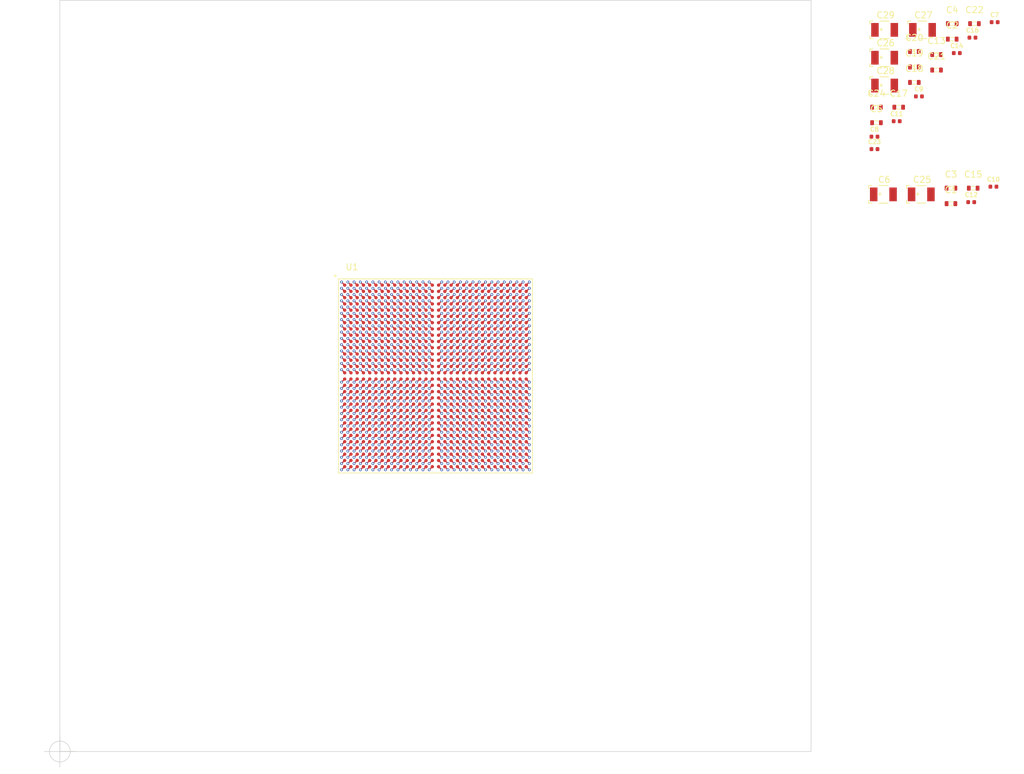
<source format=kicad_pcb>
(kicad_pcb (version 20211014) (generator pcbnew)
  (layers (0 "F.Cu" signal) (31 "B.Cu" signal) (34 "B.Paste" user) (35 "F.Paste" user) (36 "B.SilkS" user "B.Silkscreen") (37 "F.SilkS" user "F.Silkscreen") (38 "B.Mask" user) (39 "F.Mask" user) (44 "Edge.Cuts" user))
  (net 0 "")
  (net 1 "VCCO_12")
  (net 2 "GND")
  (net 3 "VCCO_13")
  (net 4 "VCCO_14")
  (net 5 "VCCO_15")
  (net 6 "VCCO_16")
  (net 7 "VCCBRAM")
  (net 8 "VCCAUX")
  (net 9 "VCCO_17")
  (net 10 "VCCO_18")
  (net 11 "VCCO_32")
  (net 12 "VCCO_33")
  (net 13 "VCCO_34")
  (net 14 "VCCAUX_IO_G0")
  (net 15 "VCCINT")
  (net 16 "unconnected-(U1-PadA3)")
  (net 17 "unconnected-(U1-PadA4)")
  (net 18 "unconnected-(U1-PadA7)")
  (net 19 "unconnected-(U1-PadA8)")
  (net 20 "unconnected-(U1-PadA10)")
  (net 21 "unconnected-(U1-PadA11)")
  (net 22 "unconnected-(U1-PadA12)")
  (net 23 "unconnected-(U1-PadA13)")
  (net 24 "unconnected-(U1-PadA15)")
  (net 25 "unconnected-(U1-PadA16)")
  (net 26 "unconnected-(U1-PadA17)")
  (net 27 "unconnected-(U1-PadA18)")
  (net 28 "unconnected-(U1-PadA20)")
  (net 29 "unconnected-(U1-PadA21)")
  (net 30 "unconnected-(U1-PadA22)")
  (net 31 "unconnected-(U1-PadA23)")
  (net 32 "unconnected-(U1-PadA25)")
  (net 33 "unconnected-(U1-PadA26)")
  (net 34 "unconnected-(U1-PadA27)")
  (net 35 "unconnected-(U1-PadA28)")
  (net 36 "unconnected-(U1-PadA30)")
  (net 37 "unconnected-(U1-PadAA3)")
  (net 38 "unconnected-(U1-PadAA4)")
  (net 39 "unconnected-(U1-PadAA8)")
  (net 40 "unconnected-(U1-PadAA10)")
  (net 41 "unconnected-(U1-PadAA11)")
  (net 42 "unconnected-(U1-PadAA12)")
  (net 43 "unconnected-(U1-PadAA13)")
  (net 44 "unconnected-(U1-PadAA15)")
  (net 45 "unconnected-(U1-PadAA16)")
  (net 46 "unconnected-(U1-PadAA17)")
  (net 47 "unconnected-(U1-PadAA18)")
  (net 48 "unconnected-(U1-PadAA20)")
  (net 49 "unconnected-(U1-PadAA21)")
  (net 50 "unconnected-(U1-PadAA22)")
  (net 51 "unconnected-(U1-PadAA23)")
  (net 52 "unconnected-(U1-PadAA25)")
  (net 53 "unconnected-(U1-PadAA26)")
  (net 54 "unconnected-(U1-PadAA27)")
  (net 55 "unconnected-(U1-PadAA28)")
  (net 56 "unconnected-(U1-PadAA30)")
  (net 57 "unconnected-(U1-PadAB1)")
  (net 58 "unconnected-(U1-PadAB2)")
  (net 59 "unconnected-(U1-PadAB5)")
  (net 60 "unconnected-(U1-PadAB6)")
  (net 61 "unconnected-(U1-PadAB7)")
  (net 62 "unconnected-(U1-PadAB8)")
  (net 63 "unconnected-(U1-PadAB9)")
  (net 64 "unconnected-(U1-PadAB10)")
  (net 65 "unconnected-(U1-PadAB12)")
  (net 66 "unconnected-(U1-PadAB13)")
  (net 67 "unconnected-(U1-PadAB14)")
  (net 68 "unconnected-(U1-PadAB15)")
  (net 69 "unconnected-(U1-PadAB17)")
  (net 70 "unconnected-(U1-PadAB18)")
  (net 71 "unconnected-(U1-PadAB19)")
  (net 72 "unconnected-(U1-PadAB20)")
  (net 73 "unconnected-(U1-PadAB22)")
  (net 74 "unconnected-(U1-PadAB23)")
  (net 75 "unconnected-(U1-PadAB24)")
  (net 76 "unconnected-(U1-PadAB25)")
  (net 77 "unconnected-(U1-PadAB27)")
  (net 78 "unconnected-(U1-PadAB28)")
  (net 79 "unconnected-(U1-PadAB29)")
  (net 80 "unconnected-(U1-PadAB30)")
  (net 81 "unconnected-(U1-PadAC1)")
  (net 82 "unconnected-(U1-PadAC2)")
  (net 83 "unconnected-(U1-PadAC4)")
  (net 84 "unconnected-(U1-PadAC5)")
  (net 85 "unconnected-(U1-PadAC6)")
  (net 86 "unconnected-(U1-PadAC7)")
  (net 87 "unconnected-(U1-PadAC9)")
  (net 88 "unconnected-(U1-PadAC10)")
  (net 89 "unconnected-(U1-PadAC11)")
  (net 90 "unconnected-(U1-PadAC12)")
  (net 91 "unconnected-(U1-PadAC14)")
  (net 92 "unconnected-(U1-PadAC15)")
  (net 93 "unconnected-(U1-PadAC16)")
  (net 94 "unconnected-(U1-PadAC17)")
  (net 95 "unconnected-(U1-PadAC19)")
  (net 96 "unconnected-(U1-PadAC20)")
  (net 97 "unconnected-(U1-PadAC21)")
  (net 98 "unconnected-(U1-PadAC22)")
  (net 99 "unconnected-(U1-PadAC24)")
  (net 100 "unconnected-(U1-PadAC25)")
  (net 101 "unconnected-(U1-PadAC26)")
  (net 102 "unconnected-(U1-PadAC27)")
  (net 103 "unconnected-(U1-PadAC29)")
  (net 104 "unconnected-(U1-PadAC30)")
  (net 105 "unconnected-(U1-PadAD1)")
  (net 106 "unconnected-(U1-PadAD2)")
  (net 107 "unconnected-(U1-PadAD3)")
  (net 108 "unconnected-(U1-PadAD4)")
  (net 109 "unconnected-(U1-PadAD6)")
  (net 110 "unconnected-(U1-PadAD7)")
  (net 111 "unconnected-(U1-PadAD8)")
  (net 112 "unconnected-(U1-PadAD9)")
  (net 113 "unconnected-(U1-PadAD11)")
  (net 114 "unconnected-(U1-PadAD12)")
  (net 115 "unconnected-(U1-PadAD13)")
  (net 116 "unconnected-(U1-PadAD14)")
  (net 117 "unconnected-(U1-PadAD16)")
  (net 118 "unconnected-(U1-PadAD17)")
  (net 119 "unconnected-(U1-PadAD18)")
  (net 120 "unconnected-(U1-PadAD19)")
  (net 121 "unconnected-(U1-PadAD21)")
  (net 122 "unconnected-(U1-PadAD22)")
  (net 123 "unconnected-(U1-PadAD23)")
  (net 124 "unconnected-(U1-PadAD24)")
  (net 125 "unconnected-(U1-PadAD26)")
  (net 126 "unconnected-(U1-PadAD27)")
  (net 127 "unconnected-(U1-PadAD28)")
  (net 128 "unconnected-(U1-PadAD29)")
  (net 129 "unconnected-(U1-PadAE1)")
  (net 130 "unconnected-(U1-PadAE3)")
  (net 131 "unconnected-(U1-PadAE4)")
  (net 132 "unconnected-(U1-PadAE5)")
  (net 133 "unconnected-(U1-PadAE6)")
  (net 134 "unconnected-(U1-PadAE8)")
  (net 135 "unconnected-(U1-PadAE9)")
  (net 136 "unconnected-(U1-PadAE10)")
  (net 137 "unconnected-(U1-PadAE11)")
  (net 138 "unconnected-(U1-PadAE13)")
  (net 139 "unconnected-(U1-PadAE14)")
  (net 140 "unconnected-(U1-PadAE15)")
  (net 141 "unconnected-(U1-PadAE16)")
  (net 142 "unconnected-(U1-PadAE18)")
  (net 143 "unconnected-(U1-PadAE19)")
  (net 144 "unconnected-(U1-PadAE20)")
  (net 145 "unconnected-(U1-PadAE21)")
  (net 146 "unconnected-(U1-PadAE23)")
  (net 147 "unconnected-(U1-PadAE24)")
  (net 148 "unconnected-(U1-PadAE25)")
  (net 149 "unconnected-(U1-PadAE26)")
  (net 150 "unconnected-(U1-PadAE28)")
  (net 151 "unconnected-(U1-PadAE29)")
  (net 152 "unconnected-(U1-PadAE30)")
  (net 153 "unconnected-(U1-PadAF1)")
  (net 154 "unconnected-(U1-PadAF2)")
  (net 155 "unconnected-(U1-PadAF3)")
  (net 156 "unconnected-(U1-PadAF5)")
  (net 157 "unconnected-(U1-PadAF6)")
  (net 158 "unconnected-(U1-PadAF7)")
  (net 159 "unconnected-(U1-PadAF8)")
  (net 160 "unconnected-(U1-PadAF10)")
  (net 161 "unconnected-(U1-PadAF11)")
  (net 162 "unconnected-(U1-PadAF12)")
  (net 163 "unconnected-(U1-PadAF13)")
  (net 164 "unconnected-(U1-PadAF15)")
  (net 165 "unconnected-(U1-PadAF16)")
  (net 166 "unconnected-(U1-PadAF17)")
  (net 167 "unconnected-(U1-PadAF18)")
  (net 168 "unconnected-(U1-PadAF20)")
  (net 169 "unconnected-(U1-PadAF21)")
  (net 170 "unconnected-(U1-PadAF22)")
  (net 171 "unconnected-(U1-PadAF23)")
  (net 172 "unconnected-(U1-PadAF25)")
  (net 173 "unconnected-(U1-PadAF26)")
  (net 174 "unconnected-(U1-PadAF27)")
  (net 175 "unconnected-(U1-PadAF28)")
  (net 176 "unconnected-(U1-PadAF30)")
  (net 177 "unconnected-(U1-PadAG2)")
  (net 178 "unconnected-(U1-PadAG3)")
  (net 179 "unconnected-(U1-PadAG4)")
  (net 180 "unconnected-(U1-PadAG5)")
  (net 181 "unconnected-(U1-PadAG7)")
  (net 182 "unconnected-(U1-PadAG8)")
  (net 183 "unconnected-(U1-PadAG9)")
  (net 184 "unconnected-(U1-PadAG10)")
  (net 185 "unconnected-(U1-PadAG12)")
  (net 186 "unconnected-(U1-PadAG13)")
  (net 187 "unconnected-(U1-PadAG14)")
  (net 188 "unconnected-(U1-PadAG15)")
  (net 189 "unconnected-(U1-PadAG17)")
  (net 190 "unconnected-(U1-PadAG18)")
  (net 191 "unconnected-(U1-PadAG19)")
  (net 192 "unconnected-(U1-PadAG20)")
  (net 193 "unconnected-(U1-PadAG22)")
  (net 194 "unconnected-(U1-PadAG23)")
  (net 195 "unconnected-(U1-PadAG24)")
  (net 196 "unconnected-(U1-PadAG25)")
  (net 197 "unconnected-(U1-PadAG27)")
  (net 198 "unconnected-(U1-PadAG28)")
  (net 199 "unconnected-(U1-PadAG29)")
  (net 200 "unconnected-(U1-PadAG30)")
  (net 201 "unconnected-(U1-PadAH1)")
  (net 202 "unconnected-(U1-PadAH2)")
  (net 203 "unconnected-(U1-PadAH4)")
  (net 204 "unconnected-(U1-PadAH5)")
  (net 205 "unconnected-(U1-PadAH6)")
  (net 206 "unconnected-(U1-PadAH7)")
  (net 207 "unconnected-(U1-PadAH9)")
  (net 208 "unconnected-(U1-PadAH10)")
  (net 209 "unconnected-(U1-PadAH11)")
  (net 210 "unconnected-(U1-PadAH12)")
  (net 211 "unconnected-(U1-PadAH14)")
  (net 212 "unconnected-(U1-PadAH15)")
  (net 213 "unconnected-(U1-PadAH16)")
  (net 214 "unconnected-(U1-PadAH17)")
  (net 215 "unconnected-(U1-PadAH19)")
  (net 216 "unconnected-(U1-PadAH20)")
  (net 217 "unconnected-(U1-PadAH21)")
  (net 218 "unconnected-(U1-PadAH22)")
  (net 219 "unconnected-(U1-PadAH24)")
  (net 220 "unconnected-(U1-PadAH25)")
  (net 221 "unconnected-(U1-PadAH26)")
  (net 222 "unconnected-(U1-PadAH27)")
  (net 223 "unconnected-(U1-PadAH29)")
  (net 224 "unconnected-(U1-PadAH30)")
  (net 225 "unconnected-(U1-PadAJ1)")
  (net 226 "unconnected-(U1-PadAJ2)")
  (net 227 "unconnected-(U1-PadAJ3)")
  (net 228 "unconnected-(U1-PadAJ4)")
  (net 229 "unconnected-(U1-PadAJ6)")
  (net 230 "unconnected-(U1-PadAJ7)")
  (net 231 "unconnected-(U1-PadAJ8)")
  (net 232 "unconnected-(U1-PadAJ9)")
  (net 233 "unconnected-(U1-PadAJ11)")
  (net 234 "unconnected-(U1-PadAJ12)")
  (net 235 "unconnected-(U1-PadAJ13)")
  (net 236 "unconnected-(U1-PadAJ14)")
  (net 237 "unconnected-(U1-PadAJ16)")
  (net 238 "unconnected-(U1-PadAJ17)")
  (net 239 "unconnected-(U1-PadAJ18)")
  (net 240 "unconnected-(U1-PadAJ19)")
  (net 241 "unconnected-(U1-PadAJ21)")
  (net 242 "unconnected-(U1-PadAJ22)")
  (net 243 "unconnected-(U1-PadAJ23)")
  (net 244 "unconnected-(U1-PadAJ24)")
  (net 245 "unconnected-(U1-PadAJ26)")
  (net 246 "unconnected-(U1-PadAJ27)")
  (net 247 "unconnected-(U1-PadAJ28)")
  (net 248 "unconnected-(U1-PadAJ29)")
  (net 249 "unconnected-(U1-PadAK1)")
  (net 250 "unconnected-(U1-PadAK3)")
  (net 251 "unconnected-(U1-PadAK4)")
  (net 252 "unconnected-(U1-PadAK5)")
  (net 253 "unconnected-(U1-PadAK6)")
  (net 254 "unconnected-(U1-PadAK8)")
  (net 255 "unconnected-(U1-PadAK9)")
  (net 256 "unconnected-(U1-PadAK10)")
  (net 257 "unconnected-(U1-PadAK11)")
  (net 258 "unconnected-(U1-PadAK13)")
  (net 259 "unconnected-(U1-PadAK14)")
  (net 260 "unconnected-(U1-PadAK15)")
  (net 261 "unconnected-(U1-PadAK16)")
  (net 262 "unconnected-(U1-PadAK18)")
  (net 263 "unconnected-(U1-PadAK19)")
  (net 264 "unconnected-(U1-PadAK20)")
  (net 265 "unconnected-(U1-PadAK21)")
  (net 266 "unconnected-(U1-PadAK23)")
  (net 267 "unconnected-(U1-PadAK24)")
  (net 268 "unconnected-(U1-PadAK25)")
  (net 269 "unconnected-(U1-PadAK26)")
  (net 270 "unconnected-(U1-PadAK28)")
  (net 271 "unconnected-(U1-PadAK29)")
  (net 272 "unconnected-(U1-PadAK30)")
  (net 273 "unconnected-(U1-PadB1)")
  (net 274 "unconnected-(U1-PadB2)")
  (net 275 "unconnected-(U1-PadB3)")
  (net 276 "unconnected-(U1-PadB5)")
  (net 277 "unconnected-(U1-PadB6)")
  (net 278 "unconnected-(U1-PadB7)")
  (net 279 "unconnected-(U1-PadB10)")
  (net 280 "unconnected-(U1-PadB12)")
  (net 281 "unconnected-(U1-PadB13)")
  (net 282 "unconnected-(U1-PadB14)")
  (net 283 "unconnected-(U1-PadB15)")
  (net 284 "unconnected-(U1-PadB17)")
  (net 285 "unconnected-(U1-PadB18)")
  (net 286 "unconnected-(U1-PadB19)")
  (net 287 "unconnected-(U1-PadB20)")
  (net 288 "unconnected-(U1-PadB22)")
  (net 289 "unconnected-(U1-PadB23)")
  (net 290 "unconnected-(U1-PadB24)")
  (net 291 "unconnected-(U1-PadB25)")
  (net 292 "unconnected-(U1-PadB27)")
  (net 293 "unconnected-(U1-PadB28)")
  (net 294 "unconnected-(U1-PadB29)")
  (net 295 "unconnected-(U1-PadB30)")
  (net 296 "unconnected-(U1-PadC3)")
  (net 297 "unconnected-(U1-PadC4)")
  (net 298 "unconnected-(U1-PadC5)")
  (net 299 "unconnected-(U1-PadC7)")
  (net 300 "unconnected-(U1-PadC8)")
  (net 301 "unconnected-(U1-PadC10)")
  (net 302 "unconnected-(U1-PadC11)")
  (net 303 "unconnected-(U1-PadC12)")
  (net 304 "unconnected-(U1-PadC14)")
  (net 305 "unconnected-(U1-PadC15)")
  (net 306 "unconnected-(U1-PadC16)")
  (net 307 "unconnected-(U1-PadC17)")
  (net 308 "unconnected-(U1-PadC19)")
  (net 309 "unconnected-(U1-PadC20)")
  (net 310 "unconnected-(U1-PadC21)")
  (net 311 "unconnected-(U1-PadC22)")
  (net 312 "unconnected-(U1-PadC24)")
  (net 313 "unconnected-(U1-PadC25)")
  (net 314 "unconnected-(U1-PadC26)")
  (net 315 "unconnected-(U1-PadC27)")
  (net 316 "unconnected-(U1-PadC29)")
  (net 317 "unconnected-(U1-PadC30)")
  (net 318 "unconnected-(U1-PadD1)")
  (net 319 "unconnected-(U1-PadD2)")
  (net 320 "unconnected-(U1-PadD3)")
  (net 321 "unconnected-(U1-PadD5)")
  (net 322 "unconnected-(U1-PadD6)")
  (net 323 "unconnected-(U1-PadD7)")
  (net 324 "unconnected-(U1-PadD11)")
  (net 325 "unconnected-(U1-PadD12)")
  (net 326 "unconnected-(U1-PadD13)")
  (net 327 "unconnected-(U1-PadD14)")
  (net 328 "unconnected-(U1-PadD16)")
  (net 329 "unconnected-(U1-PadD17)")
  (net 330 "unconnected-(U1-PadD18)")
  (net 331 "unconnected-(U1-PadD19)")
  (net 332 "unconnected-(U1-PadD21)")
  (net 333 "unconnected-(U1-PadD22)")
  (net 334 "unconnected-(U1-PadD23)")
  (net 335 "unconnected-(U1-PadD24)")
  (net 336 "unconnected-(U1-PadD26)")
  (net 337 "unconnected-(U1-PadD27)")
  (net 338 "unconnected-(U1-PadD28)")
  (net 339 "unconnected-(U1-PadD29)")
  (net 340 "unconnected-(U1-PadE3)")
  (net 341 "unconnected-(U1-PadE4)")
  (net 342 "unconnected-(U1-PadE5)")
  (net 343 "unconnected-(U1-PadE7)")
  (net 344 "unconnected-(U1-PadE8)")
  (net 345 "unconnected-(U1-PadE10)")
  (net 346 "unconnected-(U1-PadE11)")
  (net 347 "unconnected-(U1-PadE13)")
  (net 348 "unconnected-(U1-PadE14)")
  (net 349 "unconnected-(U1-PadE15)")
  (net 350 "unconnected-(U1-PadE16)")
  (net 351 "unconnected-(U1-PadE18)")
  (net 352 "unconnected-(U1-PadE19)")
  (net 353 "unconnected-(U1-PadE20)")
  (net 354 "unconnected-(U1-PadE21)")
  (net 355 "unconnected-(U1-PadE23)")
  (net 356 "unconnected-(U1-PadE24)")
  (net 357 "unconnected-(U1-PadE25)")
  (net 358 "unconnected-(U1-PadE26)")
  (net 359 "unconnected-(U1-PadE28)")
  (net 360 "unconnected-(U1-PadE29)")
  (net 361 "unconnected-(U1-PadE30)")
  (net 362 "unconnected-(U1-PadF1)")
  (net 363 "unconnected-(U1-PadF2)")
  (net 364 "unconnected-(U1-PadF3)")
  (net 365 "unconnected-(U1-PadF5)")
  (net 366 "unconnected-(U1-PadF6)")
  (net 367 "unconnected-(U1-PadF7)")
  (net 368 "unconnected-(U1-PadF10)")
  (net 369 "unconnected-(U1-PadF11)")
  (net 370 "unconnected-(U1-PadF12)")
  (net 371 "unconnected-(U1-PadF13)")
  (net 372 "unconnected-(U1-PadF15)")
  (net 373 "unconnected-(U1-PadF16)")
  (net 374 "unconnected-(U1-PadF17)")
  (net 375 "unconnected-(U1-PadF18)")
  (net 376 "unconnected-(U1-PadF20)")
  (net 377 "unconnected-(U1-PadF21)")
  (net 378 "unconnected-(U1-PadF22)")
  (net 379 "unconnected-(U1-PadF23)")
  (net 380 "unconnected-(U1-PadF25)")
  (net 381 "unconnected-(U1-PadF26)")
  (net 382 "unconnected-(U1-PadF27)")
  (net 383 "unconnected-(U1-PadF28)")
  (net 384 "unconnected-(U1-PadF30)")
  (net 385 "unconnected-(U1-PadG3)")
  (net 386 "unconnected-(U1-PadG4)")
  (net 387 "unconnected-(U1-PadG5)")
  (net 388 "unconnected-(U1-PadG7)")
  (net 389 "unconnected-(U1-PadG8)")
  (net 390 "unconnected-(U1-PadG10)")
  (net 391 "unconnected-(U1-PadG12)")
  (net 392 "unconnected-(U1-PadG13)")
  (net 393 "unconnected-(U1-PadG14)")
  (net 394 "unconnected-(U1-PadG15)")
  (net 395 "unconnected-(U1-PadG17)")
  (net 396 "unconnected-(U1-PadG18)")
  (net 397 "unconnected-(U1-PadG19)")
  (net 398 "unconnected-(U1-PadG20)")
  (net 399 "unconnected-(U1-PadG22)")
  (net 400 "unconnected-(U1-PadG23)")
  (net 401 "unconnected-(U1-PadG24)")
  (net 402 "unconnected-(U1-PadG25)")
  (net 403 "unconnected-(U1-PadG27)")
  (net 404 "unconnected-(U1-PadG28)")
  (net 405 "unconnected-(U1-PadG29)")
  (net 406 "unconnected-(U1-PadG30)")
  (net 407 "unconnected-(U1-PadH1)")
  (net 408 "unconnected-(U1-PadH2)")
  (net 409 "unconnected-(U1-PadH3)")
  (net 410 "unconnected-(U1-PadH5)")
  (net 411 "unconnected-(U1-PadH6)")
  (net 412 "unconnected-(U1-PadH7)")
  (net 413 "unconnected-(U1-PadH10)")
  (net 414 "unconnected-(U1-PadH11)")
  (net 415 "unconnected-(U1-PadH12)")
  (net 416 "unconnected-(U1-PadH14)")
  (net 417 "unconnected-(U1-PadH15)")
  (net 418 "unconnected-(U1-PadH16)")
  (net 419 "unconnected-(U1-PadH17)")
  (net 420 "unconnected-(U1-PadH19)")
  (net 421 "unconnected-(U1-PadH20)")
  (net 422 "unconnected-(U1-PadH21)")
  (net 423 "unconnected-(U1-PadH22)")
  (net 424 "unconnected-(U1-PadH24)")
  (net 425 "unconnected-(U1-PadH25)")
  (net 426 "unconnected-(U1-PadH26)")
  (net 427 "unconnected-(U1-PadH27)")
  (net 428 "unconnected-(U1-PadH29)")
  (net 429 "unconnected-(U1-PadH30)")
  (net 430 "unconnected-(U1-PadJ3)")
  (net 431 "unconnected-(U1-PadJ4)")
  (net 432 "unconnected-(U1-PadJ5)")
  (net 433 "unconnected-(U1-PadJ7)")
  (net 434 "unconnected-(U1-PadJ8)")
  (net 435 "unconnected-(U1-PadJ11)")
  (net 436 "unconnected-(U1-PadJ12)")
  (net 437 "unconnected-(U1-PadJ13)")
  (net 438 "unconnected-(U1-PadJ14)")
  (net 439 "unconnected-(U1-PadJ16)")
  (net 440 "unconnected-(U1-PadJ17)")
  (net 441 "unconnected-(U1-PadJ18)")
  (net 442 "unconnected-(U1-PadJ19)")
  (net 443 "unconnected-(U1-PadJ21)")
  (net 444 "unconnected-(U1-PadJ22)")
  (net 445 "unconnected-(U1-PadJ23)")
  (net 446 "unconnected-(U1-PadJ24)")
  (net 447 "unconnected-(U1-PadJ26)")
  (net 448 "unconnected-(U1-PadJ27)")
  (net 449 "unconnected-(U1-PadJ28)")
  (net 450 "unconnected-(U1-PadJ29)")
  (net 451 "unconnected-(U1-PadK1)")
  (net 452 "unconnected-(U1-PadK2)")
  (net 453 "unconnected-(U1-PadK3)")
  (net 454 "unconnected-(U1-PadK5)")
  (net 455 "unconnected-(U1-PadK6)")
  (net 456 "unconnected-(U1-PadK7)")
  (net 457 "unconnected-(U1-PadK10)")
  (net 458 "unconnected-(U1-PadK11)")
  (net 459 "unconnected-(U1-PadK13)")
  (net 460 "unconnected-(U1-PadK14)")
  (net 461 "unconnected-(U1-PadK15)")
  (net 462 "unconnected-(U1-PadK16)")
  (net 463 "unconnected-(U1-PadK18)")
  (net 464 "unconnected-(U1-PadK19)")
  (net 465 "unconnected-(U1-PadK20)")
  (net 466 "unconnected-(U1-PadK21)")
  (net 467 "unconnected-(U1-PadK23)")
  (net 468 "unconnected-(U1-PadK24)")
  (net 469 "unconnected-(U1-PadK25)")
  (net 470 "unconnected-(U1-PadK26)")
  (net 471 "unconnected-(U1-PadK28)")
  (net 472 "unconnected-(U1-PadK29)")
  (net 473 "unconnected-(U1-PadK30)")
  (net 474 "unconnected-(U1-PadL3)")
  (net 475 "unconnected-(U1-PadL4)")
  (net 476 "unconnected-(U1-PadL5)")
  (net 477 "unconnected-(U1-PadL7)")
  (net 478 "unconnected-(U1-PadL8)")
  (net 479 "unconnected-(U1-PadL10)")
  (net 480 "unconnected-(U1-PadL11)")
  (net 481 "unconnected-(U1-PadL12)")
  (net 482 "unconnected-(U1-PadL13)")
  (net 483 "unconnected-(U1-PadL15)")
  (net 484 "unconnected-(U1-PadL16)")
  (net 485 "unconnected-(U1-PadL17)")
  (net 486 "unconnected-(U1-PadL18)")
  (net 487 "unconnected-(U1-PadL20)")
  (net 488 "unconnected-(U1-PadL21)")
  (net 489 "unconnected-(U1-PadL22)")
  (net 490 "unconnected-(U1-PadL23)")
  (net 491 "unconnected-(U1-PadL25)")
  (net 492 "unconnected-(U1-PadL26)")
  (net 493 "unconnected-(U1-PadL27)")
  (net 494 "unconnected-(U1-PadL28)")
  (net 495 "unconnected-(U1-PadL30)")
  (net 496 "unconnected-(U1-PadM1)")
  (net 497 "unconnected-(U1-PadM2)")
  (net 498 "unconnected-(U1-PadM3)")
  (net 499 "unconnected-(U1-PadM5)")
  (net 500 "unconnected-(U1-PadM6)")
  (net 501 "unconnected-(U1-PadM7)")
  (net 502 "unconnected-(U1-PadM10)")
  (net 503 "unconnected-(U1-PadM19)")
  (net 504 "unconnected-(U1-PadM20)")
  (net 505 "unconnected-(U1-PadM22)")
  (net 506 "unconnected-(U1-PadM23)")
  (net 507 "unconnected-(U1-PadM24)")
  (net 508 "unconnected-(U1-PadM25)")
  (net 509 "unconnected-(U1-PadM27)")
  (net 510 "unconnected-(U1-PadM28)")
  (net 511 "unconnected-(U1-PadM29)")
  (net 512 "unconnected-(U1-PadM30)")
  (net 513 "unconnected-(U1-PadN3)")
  (net 514 "unconnected-(U1-PadN4)")
  (net 515 "unconnected-(U1-PadN5)")
  (net 516 "unconnected-(U1-PadN7)")
  (net 517 "unconnected-(U1-PadN8)")
  (net 518 "unconnected-(U1-PadN19)")
  (net 519 "unconnected-(U1-PadN20)")
  (net 520 "unconnected-(U1-PadN21)")
  (net 521 "unconnected-(U1-PadN22)")
  (net 522 "unconnected-(U1-PadN24)")
  (net 523 "unconnected-(U1-PadN25)")
  (net 524 "unconnected-(U1-PadN26)")
  (net 525 "unconnected-(U1-PadN27)")
  (net 526 "unconnected-(U1-PadN29)")
  (net 527 "unconnected-(U1-PadN30)")
  (net 528 "unconnected-(U1-PadP1)")
  (net 529 "unconnected-(U1-PadP2)")
  (net 530 "unconnected-(U1-PadP3)")
  (net 531 "unconnected-(U1-PadP5)")
  (net 532 "unconnected-(U1-PadP6)")
  (net 533 "unconnected-(U1-PadP7)")
  (net 534 "unconnected-(U1-PadP14)")
  (net 535 "unconnected-(U1-PadP15)")
  (net 536 "unconnected-(U1-PadP19)")
  (net 537 "unconnected-(U1-PadP21)")
  (net 538 "unconnected-(U1-PadP22)")
  (net 539 "unconnected-(U1-PadP23)")
  (net 540 "unconnected-(U1-PadP24)")
  (net 541 "unconnected-(U1-PadP26)")
  (net 542 "unconnected-(U1-PadP27)")
  (net 543 "unconnected-(U1-PadP28)")
  (net 544 "unconnected-(U1-PadP29)")
  (net 545 "unconnected-(U1-PadR3)")
  (net 546 "unconnected-(U1-PadR4)")
  (net 547 "unconnected-(U1-PadR5)")
  (net 548 "unconnected-(U1-PadR7)")
  (net 549 "unconnected-(U1-PadR8)")
  (net 550 "unconnected-(U1-PadR14)")
  (net 551 "unconnected-(U1-PadR15)")
  (net 552 "unconnected-(U1-PadR19)")
  (net 553 "unconnected-(U1-PadR20)")
  (net 554 "unconnected-(U1-PadR21)")
  (net 555 "unconnected-(U1-PadR23)")
  (net 556 "unconnected-(U1-PadR24)")
  (net 557 "unconnected-(U1-PadR25)")
  (net 558 "unconnected-(U1-PadR26)")
  (net 559 "unconnected-(U1-PadR28)")
  (net 560 "unconnected-(U1-PadR29)")
  (net 561 "unconnected-(U1-PadR30)")
  (net 562 "unconnected-(U1-PadT1)")
  (net 563 "unconnected-(U1-PadT2)")
  (net 564 "unconnected-(U1-PadT3)")
  (net 565 "unconnected-(U1-PadT5)")
  (net 566 "unconnected-(U1-PadT6)")
  (net 567 "unconnected-(U1-PadT7)")
  (net 568 "unconnected-(U1-PadT9)")
  (net 569 "unconnected-(U1-PadT14)")
  (net 570 "unconnected-(U1-PadT15)")
  (net 571 "unconnected-(U1-PadT20)")
  (net 572 "unconnected-(U1-PadT21)")
  (net 573 "unconnected-(U1-PadT22)")
  (net 574 "unconnected-(U1-PadT23)")
  (net 575 "unconnected-(U1-PadT25)")
  (net 576 "unconnected-(U1-PadT26)")
  (net 577 "unconnected-(U1-PadT27)")
  (net 578 "unconnected-(U1-PadT28)")
  (net 579 "unconnected-(U1-PadT30)")
  (net 580 "unconnected-(U1-PadU3)")
  (net 581 "unconnected-(U1-PadU4)")
  (net 582 "unconnected-(U1-PadU5)")
  (net 583 "unconnected-(U1-PadU7)")
  (net 584 "unconnected-(U1-PadU8)")
  (net 585 "unconnected-(U1-PadU14)")
  (net 586 "unconnected-(U1-PadU15)")
  (net 587 "unconnected-(U1-PadU19)")
  (net 588 "unconnected-(U1-PadU20)")
  (net 589 "unconnected-(U1-PadU22)")
  (net 590 "unconnected-(U1-PadU23)")
  (net 591 "unconnected-(U1-PadU24)")
  (net 592 "unconnected-(U1-PadU25)")
  (net 593 "unconnected-(U1-PadU27)")
  (net 594 "unconnected-(U1-PadU28)")
  (net 595 "unconnected-(U1-PadU29)")
  (net 596 "unconnected-(U1-PadU30)")
  (net 597 "unconnected-(U1-PadV1)")
  (net 598 "unconnected-(U1-PadV2)")
  (net 599 "unconnected-(U1-PadV3)")
  (net 600 "unconnected-(U1-PadV5)")
  (net 601 "unconnected-(U1-PadV6)")
  (net 602 "unconnected-(U1-PadV7)")
  (net 603 "unconnected-(U1-PadV19)")
  (net 604 "unconnected-(U1-PadV20)")
  (net 605 "unconnected-(U1-PadV21)")
  (net 606 "unconnected-(U1-PadV22)")
  (net 607 "unconnected-(U1-PadV24)")
  (net 608 "unconnected-(U1-PadV25)")
  (net 609 "unconnected-(U1-PadV26)")
  (net 610 "unconnected-(U1-PadV27)")
  (net 611 "unconnected-(U1-PadV29)")
  (net 612 "unconnected-(U1-PadV30)")
  (net 613 "unconnected-(U1-PadW3)")
  (net 614 "unconnected-(U1-PadW4)")
  (net 615 "unconnected-(U1-PadW5)")
  (net 616 "unconnected-(U1-PadW7)")
  (net 617 "unconnected-(U1-PadW8)")
  (net 618 "unconnected-(U1-PadW19)")
  (net 619 "unconnected-(U1-PadW21)")
  (net 620 "unconnected-(U1-PadW22)")
  (net 621 "unconnected-(U1-PadW23)")
  (net 622 "unconnected-(U1-PadW24)")
  (net 623 "unconnected-(U1-PadW26)")
  (net 624 "unconnected-(U1-PadW27)")
  (net 625 "unconnected-(U1-PadW28)")
  (net 626 "unconnected-(U1-PadW29)")
  (net 627 "unconnected-(U1-PadY1)")
  (net 628 "unconnected-(U1-PadY2)")
  (net 629 "unconnected-(U1-PadY5)")
  (net 630 "unconnected-(U1-PadY6)")
  (net 631 "unconnected-(U1-PadY10)")
  (net 632 "unconnected-(U1-PadY11)")
  (net 633 "unconnected-(U1-PadY13)")
  (net 634 "unconnected-(U1-PadY14)")
  (net 635 "unconnected-(U1-PadY15)")
  (net 636 "unconnected-(U1-PadY16)")
  (net 637 "unconnected-(U1-PadY18)")
  (net 638 "unconnected-(U1-PadY19)")
  (net 639 "unconnected-(U1-PadY20)")
  (net 640 "unconnected-(U1-PadY21)")
  (net 641 "unconnected-(U1-PadY23)")
  (net 642 "unconnected-(U1-PadY24)")
  (net 643 "unconnected-(U1-PadY25)")
  (net 644 "unconnected-(U1-PadY26)")
  (net 645 "unconnected-(U1-PadY28)")
  (net 646 "unconnected-(U1-PadY29)")
  (net 647 "unconnected-(U1-PadY30)")
  (footprint "antmicro-footprints:0603-cap" (layer "F.Cu") (at 292.55 73.73)
    (fp_text reference "C4")
    (fp_text value "C_47u_0603")
  )
  (footprint "antmicro-footprints:0603-cap" (layer "F.Cu") (at 290.05 81.14)
    (fp_text reference "C21")
    (fp_text value "C_47u_0603")
  )
  (footprint "antmicro-footprints:0603-cap" (layer "F.Cu") (at 286.5 78.18)
    (fp_text reference "C20")
    (fp_text value "C_47u_0603")
  )
  (footprint "antmicro-footprints:KEMET_B" (layer "F.Cu") (at 280.2 79.17)
    (fp_text reference "C26")
    (fp_text value "C_330u_KEMET_B")
  )
  (footprint "antmicro-footprints:0402-cap" (layer "F.Cu") (at 283.68 89.31)
    (fp_text reference "C11")
    (fp_text value "C_4u7_0402")
  )
  (footprint "antmicro-footprints:0402-cap" (layer "F.Cu") (at 293.28 78.43)
    (fp_text reference "C14")
    (fp_text value "C_4u7_0402")
  )
  (footprint "antmicro-footprints:KEMET_B" (layer "F.Cu") (at 280 101)
    (fp_text reference "C6")
    (fp_text value "C_330u_KEMET_B")
  )
  (footprint "antmicro-footprints:0603-cap" (layer "F.Cu") (at 284 87.08)
    (fp_text reference "C17")
    (fp_text value "C_47u_0603")
  )
  (footprint "antmicro-footprints:0603-cap" (layer "F.Cu") (at 295.9 100.01)
    (fp_text reference "C15")
    (fp_text value "C_47u_0603")
  )
  (footprint "antmicro-footprints:0603-cap" (layer "F.Cu") (at 280.45 89.55)
    (fp_text reference "C5")
    (fp_text value "C_47u_0603")
  )
  (footprint "antmicro-footprints:0603-cap" (layer "F.Cu") (at 292.35 102.48)
    (fp_text reference "C1")
    (fp_text value "C_47u_0603")
  )
  (footprint "antmicro-footprints:0402-cap" (layer "F.Cu") (at 299.13 99.77)
    (fp_text reference "C10")
    (fp_text value "C_4u7_0402")
  )
  (footprint "antmicro-footprints:0402-cap" (layer "F.Cu") (at 287.23 85.35)
    (fp_text reference "C9")
    (fp_text value "C_4u7_0402")
  )
  (footprint "antmicro-footprints:xc7k410t-2ffg900I" (layer "F.Cu") (at 210 130)
    (fp_text reference "U1")
    (fp_text value "XC7K410T-2FFG900I")
  )
  (footprint "antmicro-footprints:0402-cap" (layer "F.Cu") (at 280.13 91.78)
    (fp_text reference "C8")
    (fp_text value "C_4u7_0402")
  )
  (footprint "antmicro-footprints:0402-cap" (layer "F.Cu") (at 299.33 73.49)
    (fp_text reference "C7")
    (fp_text value "C_4u7_0402")
  )
  (footprint "antmicro-footprints:0402-cap" (layer "F.Cu") (at 280.13 93.77)
    (fp_text reference "C23")
    (fp_text value "C_4u7_0402")
  )
  (footprint "antmicro-footprints:0603-cap" (layer "F.Cu") (at 280.45 87.08)
    (fp_text reference "C24")
    (fp_text value "C_47u_0603")
  )
  (footprint "antmicro-footprints:KEMET_B" (layer "F.Cu") (at 286.05 101)
    (fp_text reference "C25")
    (fp_text value "C_330u_KEMET_B")
  )
  (footprint "antmicro-footprints:0603-cap" (layer "F.Cu") (at 286.5 83.12)
    (fp_text reference "C18")
    (fp_text value "C_47u_0603")
  )
  (footprint "antmicro-footprints:0603-cap" (layer "F.Cu") (at 286.5 80.65)
    (fp_text reference "C19")
    (fp_text value "C_47u_0603")
  )
  (footprint "antmicro-footprints:KEMET_B" (layer "F.Cu") (at 286.25 74.72)
    (fp_text reference "C27")
    (fp_text value "C_330u_KEMET_B")
  )
  (footprint "antmicro-footprints:0402-cap" (layer "F.Cu") (at 295.58 102.24)
    (fp_text reference "C12")
    (fp_text value "C_4u7_0402")
  )
  (footprint "antmicro-footprints:KEMET_B" (layer "F.Cu") (at 280.2 83.62)
    (fp_text reference "C28")
    (fp_text value "C_330u_KEMET_B")
  )
  (footprint "antmicro-footprints:0402-cap" (layer "F.Cu") (at 295.78 75.96)
    (fp_text reference "C16")
    (fp_text value "C_4u7_0402")
  )
  (footprint "antmicro-footprints:0603-cap" (layer "F.Cu") (at 296.1 73.73)
    (fp_text reference "C22")
    (fp_text value "C_47u_0603")
  )
  (footprint "antmicro-footprints:0603-cap" (layer "F.Cu") (at 292.55 76.2)
    (fp_text reference "C2")
    (fp_text value "C_47u_0603")
  )
  (footprint "antmicro-footprints:0603-cap" (layer "F.Cu") (at 292.35 100.01)
    (fp_text reference "C3")
    (fp_text value "C_47u_0603")
  )
  (footprint "antmicro-footprints:KEMET_B" (layer "F.Cu") (at 280.2 74.72)
    (fp_text reference "C29")
    (fp_text value "C_330u_KEMET_B")
  )
  (footprint "antmicro-footprints:0603-cap" (layer "F.Cu") (at 290.05 78.67)
    (fp_text reference "C13")
    (fp_text value "C_47u_0603")
  )
  (gr_rect (start 150 70) (end 270 190) (layer "Edge.Cuts") (width 0.1) (fill none))
  (target plus (at 150 190) (size 5) (width 0.1) (layer "Edge.Cuts"))
  (segment (start 214.5 138.5) (end 215 139) (width 0.182) (layer "F.Cu") (net 1))
  (segment (start 217.5 137.5) (end 218 138) (width 0.182) (layer "F.Cu") (net 1))
  (segment (start 216.5 134.5) (end 217 135) (width 0.182) (layer "F.Cu") (net 1))
  (segment (start 215.5 141.5) (end 216 142) (width 0.182) (layer "F.Cu") (net 1))
  (segment (start 216.5 144.5) (end 217 145) (width 0.182) (layer "F.Cu") (net 1))
  (segment (start 218.5 140.5) (end 219 141) (width 0.182) (layer "F.Cu") (net 1))
  (via (at 217 135) (size 0.45) (drill 0.2) (layers "F.Cu" "B.Cu") (net 1))
  (via (at 216 142) (size 0.45) (drill 0.2) (layers "F.Cu" "B.Cu") (net 1))
  (via (at 215 139) (size 0.45) (drill 0.2) (layers "F.Cu" "B.Cu") (net 1))
  (via (at 218 138) (size 0.45) (drill 0.2) (layers "F.Cu" "B.Cu") (net 1))
  (via (at 217 145) (size 0.45) (drill 0.2) (layers "F.Cu" "B.Cu") (net 1))
  (via (at 219 141) (size 0.45) (drill 0.2) (layers "F.Cu" "B.Cu") (net 1))
  (segment (start 206.5 128.5) (end 206 128) (width 0.182) (layer "F.Cu") (net 2))
  (segment (start 214.5 143.5) (end 215 144) (width 0.182) (layer "F.Cu") (net 2))
  (segment (start 203.5 128.5) (end 203 128) (width 0.182) (layer "F.Cu") (net 2))
  (segment (start 202.5 120.5) (end 202 120) (width 0.182) (layer "F.Cu") (net 2))
  (segment (start 212.5 137.5) (end 213 138) (width 0.182) (layer "F.Cu") (net 2))
  (segment (start 198.5 136.5) (end 198 137) (width 0.182) (layer "F.Cu") (net 2))
  (segment (start 210.5 126.5) (end 211 126) (width 0.182) (layer "F.Cu") (net 2))
  (segment (start 196.5 115.5) (end 196 115) (width 0.182) (layer "F.Cu") (net 2))
  (segment (start 195.5 119.5) (end 195 119) (width 0.182) (layer "F.Cu") (net 2))
  (segment (start 217.5 142.5) (end 218 143) (width 0.182) (layer "F.Cu") (net 2))
  (segment (start 223.5 130.5) (end 224 131) (width 0.182) (layer "F.Cu") (net 2))
  (segment (start 219.5 138.5) (end 220 139) (width 0.182) (layer "F.Cu") (net 2))
  (segment (start 202.5 122.5) (end 202 122) (width 0.182) (layer "F.Cu") (net 2))
  (segment (start 202.5 126.5) (end 202 126) (width 0.182) (layer "F.Cu") (net 2))
  (segment (start 211.5 131.5) (end 212 132) (width 0.182) (layer "F.Cu") (net 2))
  (segment (start 200.5 117.5) (end 200 117) (width 0.182) (layer "F.Cu") (net 2))
  (segment (start 206.5 130.5) (end 206 131) (width 0.182) (layer "F.Cu") (net 2))
  (segment (start 205.5 127.5) (end 205 127) (width 0.182) (layer "F.Cu") (net 2))
  (segment (start 202.5 137.5) (end 202 138) (width 0.182) (layer "F.Cu") (net 2))
  (segment (start 211.5 127.5) (end 212 127) (width 0.182) (layer "F.Cu") (net 2))
  (segment (start 196.5 129.5) (end 196 129) (width 0.182) (layer "F.Cu") (net 2))
  (segment (start 210.5 141.5) (end 211 142) (width 0.182) (layer "F.Cu") (net 2))
  (segment (start 200.5 129.5) (end 200 129) (width 0.182) (layer "F.Cu") (net 2))
  (segment (start 211.5 134.5) (end 212 135) (width 0.182) (layer "F.Cu") (net 2))
  (segment (start 195.5 133.5) (end 195 134) (width 0.182) (layer "F.Cu") (net 2))
  (segment (start 198.5 124.5) (end 198 124) (width 0.182) (layer "F.Cu") (net 2))
  (segment (start 207.5 131.5) (end 207 132) (width 0.182) (layer "F.Cu") (net 2))
  (segment (start 203.5 123.5) (end 203 123) (width 0.182) (layer "F.Cu") (net 2))
  (segment (start 196.5 139.5) (end 196 140) (width 0.182) (layer "F.Cu") (net 2))
  (segment (start 209.5 138.5) (end 209 139) (width 0.182) (layer "F.Cu") (net 2))
  (segment (start 216.5 129.5) (end 217 129) (width 0.182) (layer "F.Cu") (net 2))
  (segment (start 211.5 144.5) (end 212 145) (width 0.182) (layer "F.Cu") (net 2))
  (segment (start 212.5 132.5) (end 213 133) (width 0.182) (layer "F.Cu") (net 2))
  (segment (start 212.5 117.5) (end 213 117) (width 0.182) (layer "F.Cu") (net 2))
  (segment (start 207.5 142.5) (end 207 143) (width 0.182) (layer "F.Cu") (net 2))
  (segment (start 207.5 122.5) (end 207 122) (width 0.182) (layer "F.Cu") (net 2))
  (segment (start 204.5 143.5) (end 204 144) (width 0.182) (layer "F.Cu") (net 2))
  (segment (start 196.5 119.5) (end 196 119) (width 0.182) (layer "F.Cu") (net 2))
  (segment (start 215.5 116.5) (end 216 116) (width 0.182) (layer "F.Cu") (net 2))
  (segment (start 219.5 128.5) (end 220 128) (width 0.182) (layer "F.Cu") (net 2))
  (segment (start 203.5 140.5) (end 203 141) (width 0.182) (layer "F.Cu") (net 2))
  (segment (start 203.5 118.5) (end 203 118) (width 0.182) (layer "F.Cu") (net 2))
  (segment (start 210.5 128.5) (end 211 128) (width 0.182) (layer "F.Cu") (net 2))
  (segment (start 195.5 121.5) (end 195 121) (width 0.182) (layer "F.Cu") (net 2))
  (segment (start 203.5 129.5) (end 203 129) (width 0.182) (layer "F.Cu") (net 2))
  (segment (start 205.5 131.5) (end 205 132) (width 0.182) (layer "F.Cu") (net 2))
  (segment (start 203.5 121.5) (end 203 121) (width 0.182) (layer "F.Cu") (net 2))
  (segment (start 210.5 121.5) (end 211 121) (width 0.182) (layer "F.Cu") (net 2))
  (segment (start 218.5 135.5) (end 219 136) (width 0.182) (layer "F.Cu") (net 2))
  (segment (start 205.5 116.5) (end 205 116) (width 0.182) (layer "F.Cu") (net 2))
  (segment (start 218.5 125.5) (end 219 125) (width 0.182) (layer "F.Cu") (net 2))
  (segment (start 202.5 132.5) (end 202 133) (width 0.182) (layer "F.Cu") (net 2))
  (segment (start 207.5 127.5) (end 207 127) (width 0.182) (layer "F.Cu") (net 2))
  (segment (start 195.5 123.5) (end 195 123) (width 0.182) (layer "F.Cu") (net 2))
  (segment (start 200.5 127.5) (end 200 127) (width 0.182) (layer "F.Cu") (net 2))
  (segment (start 202.5 124.5) (end 202 124) (width 0.182) (layer "F.Cu") (net 2))
  (segment (start 203.5 127.5) (end 203 127) (width 0.182) (layer "F.Cu") (net 2))
  (segment (start 214.5 133.5) (end 215 134) (width 0.182) (layer "F.Cu") (net 2))
  (segment (start 204.5 130.5) (end 204 131) (width 0.182) (layer "F.Cu") (net 2))
  (segment (start 203.5 126.5) (end 203 126) (width 0.182) (layer "F.Cu") (net 2))
  (segment (start 219.5 118.5) (end 220 118) (width 0.182) (layer "F.Cu") (net 2))
  (segment (start 203.5 116.5) (end 203 116) (width 0.182) (layer "F.Cu") (net 2))
  (segment (start 223.5 140.5) (end 224 141) (width 0.182) (layer "F.Cu") (net 2))
  (segment (start 208.5 135.5) (end 208 136) (width 0.182) (layer "F.Cu") (net 2))
  (segment (start 210.5 130.5) (end 211 131) (width 0.182) (layer "F.Cu") (net 2))
  (segment (start 196.5 123.5) (end 196 123) (width 0.182) (layer "F.Cu") (net 2))
  (segment (start 224.5 133.5) (end 225 134) (width 0.182) (layer "F.Cu") (net 2))
  (segment (start 199.5 135.5) (end 199 136) (width 0.182) (layer "F.Cu") (net 2))
  (segment (start 200.5 135.5) (end 200 136) (width 0.182) (layer "F.Cu") (net 2))
  (segment (start 196.5 131.5) (end 196 132) (width 0.182) (layer "F.Cu") (net 2))
  (segment (start 220.5 121.5) (end 221 121) (width 0.182) (layer "F.Cu") (net 2))
  (segment (start 195.5 131.5) (end 195 132) (width 0.182) (layer "F.Cu") (net 2))
  (segment (start 196.5 135.5) (end 196 136) (width 0.182) (layer "F.Cu") (net 2))
  (segment (start 200.5 123.5) (end 200 123) (width 0.182) (layer "F.Cu") (net 2))
  (segment (start 197.5 142.5) (end 197 143) (width 0.182) (layer "F.Cu") (net 2))
  (segment (start 203.5 117.5) (end 203 117) (width 0.182) (layer "F.Cu") (net 2))
  (segment (start 202.5 134.5) (end 202 135) (width 0.182) (layer "F.Cu") (net 2))
  (segment (start 205.5 133.5) (end 205 134) (width 0.182) (layer "F.Cu") (net 2))
  (segment (start 204.5 123.5) (end 204 123) (width 0.182) (layer "F.Cu") (net 2))
  (segment (start 203.5 133.5) (end 203 134) (width 0.182) (layer "F.Cu") (net 2))
  (segment (start 208.5 126.5) (end 208 126) (width 0.182) (layer "F.Cu") (net 2))
  (segment (start 208.5 115.5) (end 208 115) (width 0.182) (layer "F.Cu") (net 2))
  (segment (start 210.5 132.5) (end 211 133) (width 0.182) (layer "F.Cu") (net 2))
  (segment (start 211.5 133.5) (end 212 134) (width 0.182) (layer "F.Cu") (net 2))
  (segment (start 197.5 136.5) (end 197 137) (width 0.182) (layer "F.Cu") (net 2))
  (segment (start 212.5 128.5) (end 213 128) (width 0.182) (layer "F.Cu") (net 2))
  (segment (start 195.5 125.5) (end 195 125) (width 0.182) (layer "F.Cu") (net 2))
  (segment (start 203.5 119.5) (end 203 119) (width 0.182) (layer "F.Cu") (net 2))
  (segment (start 201.5 134.5) (end 201 135) (width 0.182) (layer "F.Cu") (net 2))
  (segment (start 221.5 134.5) (end 222 135) (width 0.182) (layer "F.Cu") (net 2))
  (segment (start 208.5 125.5) (end 208 125) (width 0.182) (layer "F.Cu") (net 2))
  (segment (start 213.5 120.5) (end 214 120) (width 0.182) (layer "F.Cu") (net 2))
  (segment (start 207.5 129.5) (end 207 129) (width 0.182) (layer "F.Cu") (net 2))
  (segment (start 195.5 115.5) (end 195 115) (width 0.182) (layer "F.Cu") (net 2))
  (segment (start 195.5 127.5) (end 195 127) (width 0.182) (layer "F.Cu") (net 2))
  (segment (start 196.5 127.5) (end 196 127) (width 0.182) (layer "F.Cu") (net 2))
  (segment (start 203.5 122.5) (end 203 122) (width 0.182) (layer "F.Cu") (net 2))
  (segment (start 198.5 122.5) (end 198 122) (width 0.182) (layer "F.Cu") (net 2))
  (segment (start 224.5 143.5) (end 225 144) (width 0.182) (layer "F.Cu") (net 2))
  (segment (start 198.5 126.5) (end 198 126) (width 0.182) (layer "F.Cu") (net 2))
  (segment (start 217.5 132.5) (end 218 133) (width 0.182) (layer "F.Cu") (net 2))
  (segment (start 200.5 131.5) (end 200 132) (width 0.182) (layer "F.Cu") (net 2))
  (segment (start 195.5 117.5) (end 195 117) (width 0.182) (layer "F.Cu") (net 2))
  (segment (start 200.5 125.5) (end 200 125) (width 0.182) (layer "F.Cu") (net 2))
  (segment (start 199.5 138.5) (end 199 139) (width 0.182) (layer "F.Cu") (net 2))
  (segment (start 213.5 130.5) (end 214 131) (width 0.182) (layer "F.Cu") (net 2))
  (segment (start 200.5 133.5) (end 200 134) (width 0.182) (layer "F.Cu") (net 2))
  (segment (start 205.5 129.5) (end 205 129) (width 0.182) (layer "F.Cu") (net 2))
  (segment (start 198.5 130.5) (end 198 131) (width 0.182) (layer "F.Cu") (net 2))
  (segment (start 198.5 118.5) (end 198 118) (width 0.182) (layer "F.Cu") (net 2))
  (segment (start 200.5 121.5) (end 200 121) (width 0.182) (layer "F.Cu") (net 2))
  (segment (start 203.5 125.5) (end 203 125) (width 0.182) (layer "F.Cu") (net 2))
  (segment (start 216.5 139.5) (end 217 140) (width 0.182) (layer "F.Cu") (net 2))
  (segment (start 200.5 119.5) (end 200 119) (width 0.182) (layer "F.Cu") (net 2))
  (segment (start 222.5 117.5) (end 223 117) (width 0.182) (layer "F.Cu") (net 2))
  (segment (start 212.5 126.5) (end 213 126) (width 0.182) (layer "F.Cu") (net 2))
  (segment (start 213.5 140.5) (end 214 141) (width 0.182) (layer "F.Cu") (net 2))
  (segment (start 200.5 141.5) (end 200 142) (width 0.182) (layer "F.Cu") (net 2))
  (segment (start 211.5 124.5) (end 212 124) (width 0.182) (layer "F.Cu") (net 2))
  (segment (start 206.5 119.5) (end 206 119) (width 0.182) (layer "F.Cu") (net 2))
  (segment (start 211.5 129.5) (end 212 129) (width 0.182) (layer "F.Cu") (net 2))
  (segment (start 220.5 141.5) (end 221 142) (width 0.182) (layer "F.Cu") (net 2))
  (segment (start 202.5 118.5) (end 202 118) (width 0.182) (layer "F.Cu") (net 2))
  (segment (start 199.5 115.5) (end 199 115) (width 0.182) (layer "F.Cu") (net 2))
  (segment (start 208.5 132.5) (end 208 133) (width 0.182) (layer "F.Cu") (net 2))
  (segment (start 212.5 130.5) (end 213 131) (width 0.182) (layer "F.Cu") (net 2))
  (segment (start 203.5 115.5) (end 203 115) (width 0.182) (layer "F.Cu") (net 2))
  (segment (start 196.5 125.5) (end 196 125) (width 0.182) (layer "F.Cu") (net 2))
  (segment (start 195.5 135.5) (end 195 136) (width 0.182) (layer "F.Cu") (net 2))
  (segment (start 221.5 144.5) (end 222 145) (width 0.182) (layer "F.Cu") (net 2))
  (segment (start 201.5 144.5) (end 201 145) (width 0.182) (layer "F.Cu") (net 2))
  (segment (start 202.5 128.5) (end 202 128) (width 0.182) (layer "F.Cu") (net 2))
  (segment (start 217.5 122.5) (end 218 122) (width 0.182) (layer "F.Cu") (net 2))
  (segment (start 196.5 117.5) (end 196 117) (width 0.182) (layer "F.Cu") (net 2))
  (segment (start 206.5 126.5) (end 206 126) (width 0.182) (layer "F.Cu") (net 2))
  (segment (start 215.5 126.5) (end 216 126) (width 0.182) (layer "F.Cu") (net 2))
  (segment (start 198.5 120.5) (end 198 120) (width 0.182) (layer "F.Cu") (net 2))
  (segment (start 201.5 135.5) (end 201 136) (width 0.182) (layer "F.Cu") (net 2))
  (segment (start 216.5 119.5) (end 217 119) (width 0.182) (layer "F.Cu") (net 2))
  (segment (start 222.5 137.5) (end 223 138) (width 0.182) (layer "F.Cu") (net 2))
  (segment (start 205.5 136.5) (end 205 137) (width 0.182) (layer "F.Cu") (net 2))
  (segment (start 203.5 131.5) (end 203 132) (width 0.182) (layer "F.Cu") (net 2))
  (segment (start 220.5 131.5) (end 221 132) (width 0.182) (layer "F.Cu") (net 2))
  (segment (start 196.5 133.5) (end 196 134) (width 0.182) (layer "F.Cu") (net 2))
  (segment (start 209.5 133.5) (end 209 134) (width 0.182) (layer "F.Cu") (net 2))
  (segment (start 196.5 121.5) (end 196 121) (width 0.182) (layer "F.Cu") (net 2))
  (segment (start 203.5 124.5) (end 203 124) (width 0.182) (layer "F.Cu") (net 2))
  (segment (start 204.5 132.5) (end 204 133) (width 0.182) (layer "F.Cu") (net 2))
  (segment (start 206.5 139.5) (end 206 140) (width 0.182) (layer "F.Cu") (net 2))
  (segment (start 209.5 127.5) (end 209 127) (width 0.182) (layer "F.Cu") (net 2))
  (segment (start 202.5 116.5) (end 202 116) (width 0.182) (layer "F.Cu") (net 2))
  (segment (start 218.5 115.5) (end 219 115) (width 0.182) (layer "F.Cu") (net 2))
  (segment (start 206.5 132.5) (end 206 133) (width 0.182) (layer "F.Cu") (net 2))
  (segment (start 224.5 123.5) (end 225 123) (width 0.182) (layer "F.Cu") (net 2))
  (segment (start 207.5 133.5) (end 207 134) (width 0.182) (layer "F.Cu") (net 2))
  (segment (start 195.5 129.5) (end 195 129) (width 0.182) (layer "F.Cu") (net 2))
  (segment (start 204.5 128.5) (end 204 128) (width 0.182) (layer "F.Cu") (net 2))
  (segment (start 209.5 118.5) (end 209 118) (width 0.182) (layer "F.Cu") (net 2))
  (segment (start 198.5 134.5) (end 198 135) (width 0.182) (layer "F.Cu") (net 2))
  (segment (start 203.5 120.5) (end 203 120) (width 0.182) (layer "F.Cu") (net 2))
  (segment (start 202.5 130.5) (end 202 131) (width 0.182) (layer "F.Cu") (net 2))
  (segment (start 203.5 132.5) (end 203 133) (width 0.182) (layer "F.Cu") (net 2))
  (segment (start 203.5 134.5) (end 203 135) (width 0.182) (layer "F.Cu") (net 2))
  (segment (start 200.5 115.5) (end 200 115) (width 0.182) (layer "F.Cu") (net 2))
  (segment (start 198.5 128.5) (end 198 128) (width 0.182) (layer "F.Cu") (net 2))
  (segment (start 222.5 127.5) (end 223 127) (width 0.182) (layer "F.Cu") (net 2))
  (segment (start 198.5 116.5) (end 198 116) (width 0.182) (layer "F.Cu") (net 2))
  (segment (start 221.5 124.5) (end 222 124) (width 0.182) (layer "F.Cu") (net 2))
  (segment (start 223.5 120.5) (end 224 120) (width 0.182) (layer "F.Cu") (net 2))
  (segment (start 198.5 132.5) (end 198 133) (width 0.182) (layer "F.Cu") (net 2))
  (segment (start 197.5 134.5) (end 197 135) (width 0.182) (layer "F.Cu") (net 2))
  (segment (start 215.5 136.5) (end 216 137) (width 0.182) (layer "F.Cu") (net 2))
  (segment (start 214.5 123.5) (end 215 123) (width 0.182) (layer "F.Cu") (net 2))
  (via (at 208 126) (size 0.45) (drill 0.2) (layers "F.Cu" "B.Cu") (net 2))
  (via (at 203 141) (size 0.45) (drill 0.2) (layers "F.Cu" "B.Cu") (net 2))
  (via (at 209 134) (size 0.45) (drill 0.2) (layers "F.Cu" "B.Cu") (net 2))
  (via (at 224 120) (size 0.45) (drill 0.2) (layers "F.Cu" "B.Cu") (net 2))
  (via (at 203 118) (size 0.45) (drill 0.2) (layers "F.Cu" "B.Cu") (net 2))
  (via (at 202 124) (size 0.45) (drill 0.2) (layers "F.Cu" "B.Cu") (net 2))
  (via (at 195 132) (size 0.45) (drill 0.2) (layers "F.Cu" "B.Cu") (net 2))
  (via (at 203 125) (size 0.45) (drill 0.2) (layers "F.Cu" "B.Cu") (net 2))
  (via (at 224 141) (size 0.45) (drill 0.2) (layers "F.Cu" "B.Cu") (net 2))
  (via (at 198 126) (size 0.45) (drill 0.2) (layers "F.Cu" "B.Cu") (net 2))
  (via (at 203 129) (size 0.45) (drill 0.2) (layers "F.Cu" "B.Cu") (net 2))
  (via (at 202 118) (size 0.45) (drill 0.2) (layers "F.Cu" "B.Cu") (net 2))
  (via (at 201 145) (size 0.45) (drill 0.2) (layers "F.Cu" "B.Cu") (net 2))
  (via (at 207 143) (size 0.45) (drill 0.2) (layers "F.Cu" "B.Cu") (net 2))
  (via (at 223 117) (size 0.45) (drill 0.2) (layers "F.Cu" "B.Cu") (net 2))
  (via (at 204 133) (size 0.45) (drill 0.2) (layers "F.Cu" "B.Cu") (net 2))
  (via (at 199 136) (size 0.45) (drill 0.2) (layers "F.Cu" "B.Cu") (net 2))
  (via (at 216 137) (size 0.45) (drill 0.2) (layers "F.Cu" "B.Cu") (net 2))
  (via (at 196 115) (size 0.45) (drill 0.2) (layers "F.Cu" "B.Cu") (net 2))
  (via (at 195 125) (size 0.45) (drill 0.2) (layers "F.Cu" "B.Cu") (net 2))
  (via (at 207 122) (size 0.45) (drill 0.2) (layers "F.Cu" "B.Cu") (net 2))
  (via (at 203 128) (size 0.45) (drill 0.2) (layers "F.Cu" "B.Cu") (net 2))
  (via (at 200 125) (size 0.45) (drill 0.2) (layers "F.Cu" "B.Cu") (net 2))
  (via (at 202 126) (size 0.45) (drill 0.2) (layers "F.Cu" "B.Cu") (net 2))
  (via (at 222 145) (size 0.45) (drill 0.2) (layers "F.Cu" "B.Cu") (net 2))
  (via (at 211 121) (size 0.45) (drill 0.2) (layers "F.Cu" "B.Cu") (net 2))
  (via (at 221 132) (size 0.45) (drill 0.2) (layers "F.Cu" "B.Cu") (net 2))
  (via (at 213 138) (size 0.45) (drill 0.2) (layers "F.Cu" "B.Cu") (net 2))
  (via (at 223 127) (size 0.45) (drill 0.2) (layers "F.Cu" "B.Cu") (net 2))
  (via (at 219 115) (size 0.45) (drill 0.2) (layers "F.Cu" "B.Cu") (net 2))
  (via (at 220 139) (size 0.45) (drill 0.2) (layers "F.Cu" "B.Cu") (net 2))
  (via (at 200 119) (size 0.45) (drill 0.2) (layers "F.Cu" "B.Cu") (net 2))
  (via (at 203 116) (size 0.45) (drill 0.2) (layers "F.Cu" "B.Cu") (net 2))
  (via (at 207 129) (size 0.45) (drill 0.2) (layers "F.Cu" "B.Cu") (net 2))
  (via (at 208 136) (size 0.45) (drill 0.2) (layers "F.Cu" "B.Cu") (net 2))
  (via (at 215 123) (size 0.45) (drill 0.2) (layers "F.Cu" "B.Cu") (net 2))
  (via (at 196 123) (size 0.45) (drill 0.2) (layers "F.Cu" "B.Cu") (net 2))
  (via (at 205 137) (size 0.45) (drill 0.2) (layers "F.Cu" "B.Cu") (net 2))
  (via (at 198 128) (size 0.45) (drill 0.2) (layers "F.Cu" "B.Cu") (net 2))
  (via (at 218 133) (size 0.45) (drill 0.2) (layers "F.Cu" "B.Cu") (net 2))
  (via (at 203 135) (size 0.45) (drill 0.2) (layers "F.Cu" "B.Cu") (net 2))
  (via (at 195 115) (size 0.45) (drill 0.2) (layers "F.Cu" "B.Cu") (net 2))
  (via (at 196 119) (size 0.45) (drill 0.2) (layers "F.Cu" "B.Cu") (net 2))
  (via (at 206 140) (size 0.45) (drill 0.2) (layers "F.Cu" "B.Cu") (net 2))
  (via (at 203 134) (size 0.45) (drill 0.2) (layers "F.Cu" "B.Cu") (net 2))
  (via (at 203 115) (size 0.45) (drill 0.2) (layers "F.Cu" "B.Cu") (net 2))
  (via (at 200 129) (size 0.45) (drill 0.2) (layers "F.Cu" "B.Cu") (net 2))
  (via (at 211 131) (size 0.45) (drill 0.2) (layers "F.Cu" "B.Cu") (net 2))
  (via (at 203 117) (size 0.45) (drill 0.2) (layers "F.Cu" "B.Cu") (net 2))
  (via (at 196 134) (size 0.45) (drill 0.2) (layers "F.Cu" "B.Cu") (net 2))
  (via (at 197 143) (size 0.45) (drill 0.2) (layers "F.Cu" "B.Cu") (net 2))
  (via (at 225 134) (size 0.45) (drill 0.2) (layers "F.Cu" "B.Cu") (net 2))
  (via (at 200 121) (size 0.45) (drill 0.2) (layers "F.Cu" "B.Cu") (net 2))
  (via (at 196 127) (size 0.45) (drill 0.2) (layers "F.Cu" "B.Cu") (net 2))
  (via (at 200 136) (size 0.45) (drill 0.2) (layers "F.Cu" "B.Cu") (net 2))
  (via (at 195 136) (size 0.45) (drill 0.2) (layers "F.Cu" "B.Cu") (net 2))
  (via (at 218 122) (size 0.45) (drill 0.2) (layers "F.Cu" "B.Cu") (net 2))
  (via (at 212 127) (size 0.45) (drill 0.2) (layers "F.Cu" "B.Cu") (net 2))
  (via (at 213 131) (size 0.45) (drill 0.2) (layers "F.Cu" "B.Cu") (net 2))
  (via (at 205 134) (size 0.45) (drill 0.2) (layers "F.Cu" "B.Cu") (net 2))
  (via (at 195 121) (size 0.45) (drill 0.2) (layers "F.Cu" "B.Cu") (net 2))
  (via (at 203 120) (size 0.45) (drill 0.2) (layers "F.Cu" "B.Cu") (net 2))
  (via (at 196 129) (size 0.45) (drill 0.2) (layers "F.Cu" "B.Cu") (net 2))
  (via (at 195 134) (size 0.45) (drill 0.2) (layers "F.Cu" "B.Cu") (net 2))
  (via (at 202 138) (size 0.45) (drill 0.2) (layers "F.Cu" "B.Cu") (net 2))
  (via (at 195 117) (size 0.45) (drill 0.2) (layers "F.Cu" "B.Cu") (net 2))
  (via (at 204 144) (size 0.45) (drill 0.2) (layers "F.Cu" "B.Cu") (net 2))
  (via (at 220 128) (size 0.45) (drill 0.2) (layers "F.Cu" "B.Cu") (net 2))
  (via (at 217 119) (size 0.45) (drill 0.2) (layers "F.Cu" "B.Cu") (net 2))
  (via (at 205 129) (size 0.45) (drill 0.2) (layers "F.Cu" "B.Cu") (net 2))
  (via (at 213 133) (size 0.45) (drill 0.2) (layers "F.Cu" "B.Cu") (net 2))
  (via (at 211 128) (size 0.45) (drill 0.2) (layers "F.Cu" "B.Cu") (net 2))
  (via (at 213 128) (size 0.45) (drill 0.2) (layers "F.Cu" "B.Cu") (net 2))
  (via (at 211 133) (size 0.45) (drill 0.2) (layers "F.Cu" "B.Cu") (net 2))
  (via (at 225 144) (size 0.45) (drill 0.2) (layers "F.Cu" "B.Cu") (net 2))
  (via (at 205 127) (size 0.45) (drill 0.2) (layers "F.Cu" "B.Cu") (net 2))
  (via (at 196 132) (size 0.45) (drill 0.2) (layers "F.Cu" "B.Cu") (net 2))
  (via (at 214 141) (size 0.45) (drill 0.2) (layers "F.Cu" "B.Cu") (net 2))
  (via (at 209 118) (size 0.45) (drill 0.2) (layers "F.Cu" "B.Cu") (net 2))
  (via (at 195 127) (size 0.45) (drill 0.2) (layers "F.Cu" "B.Cu") (net 2))
  (via (at 211 142) (size 0.45) (drill 0.2) (layers "F.Cu" "B.Cu") (net 2))
  (via (at 199 115) (size 0.45) (drill 0.2) (layers "F.Cu" "B.Cu") (net 2))
  (via (at 203 119) (size 0.45) (drill 0.2) (layers "F.Cu" "B.Cu") (net 2))
  (via (at 202 128) (size 0.45) (drill 0.2) (layers "F.Cu" "B.Cu") (net 2))
  (via (at 219 136) (size 0.45) (drill 0.2) (layers "F.Cu" "B.Cu") (net 2))
  (via (at 200 117) (size 0.45) (drill 0.2) (layers "F.Cu" "B.Cu") (net 2))
  (via (at 202 122) (size 0.45) (drill 0.2) (layers "F.Cu" "B.Cu") (net 2))
  (via (at 208 133) (size 0.45) (drill 0.2) (layers "F.Cu" "B.Cu") (net 2))
  (via (at 196 117) (size 0.45) (drill 0.2) (layers "F.Cu" "B.Cu") (net 2))
  (via (at 206 119) (size 0.45) (drill 0.2) (layers "F.Cu" "B.Cu") (net 2))
  (via (at 196 121) (size 0.45) (drill 0.2) (layers "F.Cu" "B.Cu") (net 2))
  (via (at 208 115) (size 0.45) (drill 0.2) (layers "F.Cu" "B.Cu") (net 2))
  (via (at 214 120) (size 0.45) (drill 0.2) (layers "F.Cu" "B.Cu") (net 2))
  (via (at 200 134) (size 0.45) (drill 0.2) (layers "F.Cu" "B.Cu") (net 2))
  (via (at 196 140) (size 0.45) (drill 0.2) (layers "F.Cu" "B.Cu") (net 2))
  (via (at 198 124) (size 0.45) (drill 0.2) (layers "F.Cu" "B.Cu") (net 2))
  (via (at 221 121) (size 0.45) (drill 0.2) (layers "F.Cu" "B.Cu") (net 2))
  (via (at 198 118) (size 0.45) (drill 0.2) (layers "F.Cu" "B.Cu") (net 2))
  (via (at 202 131) (size 0.45) (drill 0.2) (layers "F.Cu" "B.Cu") (net 2))
  (via (at 198 137) (size 0.45) (drill 0.2) (layers "F.Cu" "B.Cu") (net 2))
  (via (at 220 118) (size 0.45) (drill 0.2) (layers "F.Cu" "B.Cu") (net 2))
  (via (at 206 133) (size 0.45) (drill 0.2) (layers "F.Cu" "B.Cu") (net 2))
  (via (at 202 120) (size 0.45) (drill 0.2) (layers "F.Cu" "B.Cu") (net 2))
  (via (at 204 131) (size 0.45) (drill 0.2) (layers "F.Cu" "B.Cu") (net 2))
  (via (at 195 119) (size 0.45) (drill 0.2) (layers "F.Cu" "B.Cu") (net 2))
  (via (at 200 123) (size 0.45) (drill 0.2) (layers "F.Cu" "B.Cu") (net 2))
  (via (at 224 131) (size 0.45) (drill 0.2) (layers "F.Cu" "B.Cu") (net 2))
  (via (at 212 145) (size 0.45) (drill 0.2) (layers "F.Cu" "B.Cu") (net 2))
  (via (at 200 132) (size 0.45) (drill 0.2) (layers "F.Cu" "B.Cu") (net 2))
  (via (at 203 122) (size 0.45) (drill 0.2) (layers "F.Cu" "B.Cu") (net 2))
  (via (at 205 116) (size 0.45) (drill 0.2) (layers "F.Cu" "B.Cu") (net 2))
  (via (at 202 116) (size 0.45) (drill 0.2) (layers "F.Cu" "B.Cu") (net 2))
  (via (at 215 134) (size 0.45) (drill 0.2) (layers "F.Cu" "B.Cu") (net 2))
  (via (at 209 139) (size 0.45) (drill 0.2) (layers "F.Cu" "B.Cu") (net 2))
  (via (at 207 127) (size 0.45) (drill 0.2) (layers "F.Cu" "B.Cu") (net 2))
  (via (at 217 140) (size 0.45) (drill 0.2) (layers "F.Cu" "B.Cu") (net 2))
  (via (at 213 126) (size 0.45) (drill 0.2) (layers "F.Cu" "B.Cu") (net 2))
  (via (at 195 123) (size 0.45) (drill 0.2) (layers "F.Cu" "B.Cu") (net 2))
  (via (at 203 132) (size 0.45) (drill 0.2) (layers "F.Cu" "B.Cu") (net 2))
  (via (at 217 129) (size 0.45) (drill 0.2) (layers "F.Cu" "B.Cu") (net 2))
  (via (at 206 131) (size 0.45) (drill 0.2) (layers "F.Cu" "B.Cu") (net 2))
  (via (at 212 132) (size 0.45) (drill 0.2) (layers "F.Cu" "B.Cu") (net 2))
  (via (at 202 133) (size 0.45) (drill 0.2) (layers "F.Cu" "B.Cu") (net 2))
  (via (at 198 116) (size 0.45) (drill 0.2) (layers "F.Cu" "B.Cu") (net 2))
  (via (at 212 129) (size 0.45) (drill 0.2) (layers "F.Cu" "B.Cu") (net 2))
  (via (at 212 134) (size 0.45) (drill 0.2) (layers "F.Cu" "B.Cu") (net 2))
  (via (at 200 115) (size 0.45) (drill 0.2) (layers "F.Cu" "B.Cu") (net 2))
  (via (at 197 137) (size 0.45) (drill 0.2) (layers "F.Cu" "B.Cu") (net 2))
  (via (at 215 144) (size 0.45) (drill 0.2) (layers "F.Cu" "B.Cu") (net 2))
  (via (at 222 135) (size 0.45) (drill 0.2) (layers "F.Cu" "B.Cu") (net 2))
  (via (at 211 126) (size 0.45) (drill 0.2) (layers "F.Cu" "B.Cu") (net 2))
  (via (at 205 132) (size 0.45) (drill 0.2) (layers "F.Cu" "B.Cu") (net 2))
  (via (at 203 126) (size 0.45) (drill 0.2) (layers "F.Cu" "B.Cu") (net 2))
  (via (at 206 128) (size 0.45) (drill 0.2) (layers "F.Cu" "B.Cu") (net 2))
  (via (at 212 124) (size 0.45) (drill 0.2) (layers "F.Cu" "B.Cu") (net 2))
  (via (at 222 124) (size 0.45) (drill 0.2) (layers "F.Cu" "B.Cu") (net 2))
  (via (at 216 116) (size 0.45) (drill 0.2) (layers "F.Cu" "B.Cu") (net 2))
  (via (at 203 127) (size 0.45) (drill 0.2) (layers "F.Cu" "B.Cu") (net 2))
  (via (at 213 117) (size 0.45) (drill 0.2) (layers "F.Cu" "B.Cu") (net 2))
  (via (at 203 123) (size 0.45) (drill 0.2) (layers "F.Cu" "B.Cu") (net 2))
  (via (at 219 125) (size 0.45) (drill 0.2) (layers "F.Cu" "B.Cu") (net 2))
  (via (at 208 125) (size 0.45) (drill 0.2) (layers "F.Cu" "B.Cu") (net 2))
  (via (at 196 125) (size 0.45) (drill 0.2) (layers "F.Cu" "B.Cu") (net 2))
  (via (at 206 126) (size 0.45) (drill 0.2) (layers "F.Cu" "B.Cu") (net 2))
  (via (at 204 123) (size 0.45) (drill 0.2) (layers "F.Cu" "B.Cu") (net 2))
  (via (at 199 139) (size 0.45) (drill 0.2) (layers "F.Cu" "B.Cu") (net 2))
  (via (at 200 142) (size 0.45) (drill 0.2) (layers "F.Cu" "B.Cu") (net 2))
  (via (at 204 128) (size 0.45) (drill 0.2) (layers "F.Cu" "B.Cu") (net 2))
  (via (at 214 131) (size 0.45) (drill 0.2) (layers "F.Cu" "B.Cu") (net 2))
  (via (at 203 121) (size 0.45) (drill 0.2) (layers "F.Cu" "B.Cu") (net 2))
  (via (at 216 126) (size 0.45) (drill 0.2) (layers "F.Cu" "B.Cu") (net 2))
  (via (at 195 129) (size 0.45) (drill 0.2) (layers "F.Cu" "B.Cu") (net 2))
  (via (at 201 136) (size 0.45) (drill 0.2) (layers "F.Cu" "B.Cu") (net 2))
  (via (at 198 122) (size 0.45) (drill 0.2) (layers "F.Cu" "B.Cu") (net 2))
  (via (at 207 134) (size 0.45) (drill 0.2) (layers "F.Cu" "B.Cu") (net 2))
  (via (at 209 127) (size 0.45) (drill 0.2) (layers "F.Cu" "B.Cu") (net 2))
  (via (at 202 135) (size 0.45) (drill 0.2) (layers "F.Cu" "B.Cu") (net 2))
  (via (at 201 135) (size 0.45) (drill 0.2) (layers "F.Cu" "B.Cu") (net 2))
  (via (at 197 135) (size 0.45) (drill 0.2) (layers "F.Cu" "B.Cu") (net 2))
  (via (at 207 132) (size 0.45) (drill 0.2) (layers "F.Cu" "B.Cu") (net 2))
  (via (at 198 120) (size 0.45) (drill 0.2) (layers "F.Cu" "B.Cu") (net 2))
  (via (at 203 133) (size 0.45) (drill 0.2) (layers "F.Cu" "B.Cu") (net 2))
  (via (at 198 131) (size 0.45) (drill 0.2) (layers "F.Cu" "B.Cu") (net 2))
  (via (at 198 133) (size 0.45) (drill 0.2) (layers "F.Cu" "B.Cu") (net 2))
  (via (at 212 135) (size 0.45) (drill 0.2) (layers "F.Cu" "B.Cu") (net 2))
  (via (at 221 142) (size 0.45) (drill 0.2) (layers "F.Cu" "B.Cu") (net 2))
  (via (at 196 136) (size 0.45) (drill 0.2) (layers "F.Cu" "B.Cu") (net 2))
  (via (at 218 143) (size 0.45) (drill 0.2) (layers "F.Cu" "B.Cu") (net 2))
  (via (at 223 138) (size 0.45) (drill 0.2) (layers "F.Cu" "B.Cu") (net 2))
  (via (at 200 127) (size 0.45) (drill 0.2) (layers "F.Cu" "B.Cu") (net 2))
  (via (at 225 123) (size 0.45) (drill 0.2) (layers "F.Cu" "B.Cu") (net 2))
  (via (at 203 124) (size 0.45) (drill 0.2) (layers "F.Cu" "B.Cu") (net 2))
  (via (at 198 135) (size 0.45) (drill 0.2) (layers "F.Cu" "B.Cu") (net 2))
  (segment (start 220.5 136.5) (end 221 137) (width 0.182) (layer "F.Cu") (net 3))
  (segment (start 221.5 139.5) (end 222 140) (width 0.182) (layer "F.Cu") (net 3))
  (segment (start 219.5 143.5) (end 220 144) (width 0.182) (layer "F.Cu") (net 3))
  (segment (start 222.5 142.5) (end 223 143) (width 0.182) (layer "F.Cu") (net 3))
  (segment (start 224.5 138.5) (end 225 139) (width 0.182) (layer "F.Cu") (net 3))
  (segment (start 223.5 135.5) (end 224 136) (width 0.182) (layer "F.Cu") (net 3))
  (via (at 224 136) (size 0.45) (drill 0.2) (layers "F.Cu" "B.Cu") (net 3))
  (via (at 220 144) (size 0.45) (drill 0.2) (layers "F.Cu" "B.Cu") (net 3))
  (via (at 221 137) (size 0.45) (drill 0.2) (layers "F.Cu" "B.Cu") (net 3))
  (via (at 225 139) (size 0.45) (drill 0.2) (layers "F.Cu" "B.Cu") (net 3))
  (via (at 223 143) (size 0.45) (drill 0.2) (layers "F.Cu" "B.Cu") (net 3))
  (via (at 222 140) (size 0.45) (drill 0.2) (layers "F.Cu" "B.Cu") (net 3))
  (segment (start 221.5 129.5) (end 222 129) (width 0.182) (layer "F.Cu") (net 4))
  (segment (start 222.5 132.5) (end 223 133) (width 0.182) (layer "F.Cu") (net 4))
  (segment (start 219.5 133.5) (end 220 134) (width 0.182) (layer "F.Cu") (net 4))
  (segment (start 224.5 128.5) (end 225 128) (width 0.182) (layer "F.Cu") (net 4))
  (segment (start 218.5 130.5) (end 219 131) (width 0.182) (layer "F.Cu") (net 4))
  (segment (start 215.5 131.5) (end 216 132) (width 0.182) (layer "F.Cu") (net 4))
  (via (at 219 131) (size 0.45) (drill 0.2) (layers "F.Cu" "B.Cu") (net 4))
  (via (at 225 128) (size 0.45) (drill 0.2) (layers "F.Cu" "B.Cu") (net 4))
  (via (at 223 133) (size 0.45) (drill 0.2) (layers "F.Cu" "B.Cu") (net 4))
  (via (at 220 134) (size 0.45) (drill 0.2) (layers "F.Cu" "B.Cu") (net 4))
  (via (at 216 132) (size 0.45) (drill 0.2) (layers "F.Cu" "B.Cu") (net 4))
  (via (at 222 129) (size 0.45) (drill 0.2) (layers "F.Cu" "B.Cu") (net 4))
  (segment (start 220.5 126.5) (end 221 126) (width 0.182) (layer "F.Cu") (net 5))
  (segment (start 214.5 128.5) (end 215 128) (width 0.182) (layer "F.Cu") (net 5))
  (segment (start 217.5 127.5) (end 218 127) (width 0.182) (layer "F.Cu") (net 5))
  (segment (start 223.5 125.5) (end 224 125) (width 0.182) (layer "F.Cu") (net 5))
  (segment (start 216.5 124.5) (end 217 124) (width 0.182) (layer "F.Cu") (net 5))
  (segment (start 219.5 123.5) (end 220 123) (width 0.182) (layer "F.Cu") (net 5))
  (via (at 220 123) (size 0.45) (drill 0.2) (layers "F.Cu" "B.Cu") (net 5))
  (via (at 218 127) (size 0.45) (drill 0.2) (layers "F.Cu" "B.Cu") (net 5))
  (via (at 217 124) (size 0.45) (drill 0.2) (layers "F.Cu" "B.Cu") (net 5))
  (via (at 215 128) (size 0.45) (drill 0.2) (layers "F.Cu" "B.Cu") (net 5))
  (via (at 224 125) (size 0.45) (drill 0.2) (layers "F.Cu" "B.Cu") (net 5))
  (via (at 221 126) (size 0.45) (drill 0.2) (layers "F.Cu" "B.Cu") (net 5))
  (segment (start 223.5 115.5) (end 224 115) (width 0.182) (layer "F.Cu") (net 6))
  (segment (start 221.5 119.5) (end 222 119) (width 0.182) (layer "F.Cu") (net 6))
  (segment (start 224.5 118.5) (end 225 118) (width 0.182) (layer "F.Cu") (net 6))
  (segment (start 220.5 116.5) (end 221 116) (width 0.182) (layer "F.Cu") (net 6))
  (segment (start 218.5 120.5) (end 219 120) (width 0.182) (layer "F.Cu") (net 6))
  (segment (start 217.5 117.5) (end 218 117) (width 0.182) (layer "F.Cu") (net 6))
  (segment (start 222.5 122.5) (end 223 122) (width 0.182) (layer "F.Cu") (net 6))
  (via (at 225 118) (size 0.45) (drill 0.2) (layers "F.Cu" "B.Cu") (net 6))
  (via (at 224 115) (size 0.45) (drill 0.2) (layers "F.Cu" "B.Cu") (net 6))
  (via (at 218 117) (size 0.45) (drill 0.2) (layers "F.Cu" "B.Cu") (net 6))
  (via (at 222 119) (size 0.45) (drill 0.2) (layers "F.Cu" "B.Cu") (net 6))
  (via (at 221 116) (size 0.45) (drill 0.2) (layers "F.Cu" "B.Cu") (net 6))
  (via (at 219 120) (size 0.45) (drill 0.2) (layers "F.Cu" "B.Cu") (net 6))
  (via (at 223 122) (size 0.45) (drill 0.2) (layers "F.Cu" "B.Cu") (net 6))
  (segment (start 210.5 127.5) (end 211 127) (width 0.182) (layer "F.Cu") (net 7))
  (segment (start 210.5 131.5) (end 211 132) (width 0.182) (layer "F.Cu") (net 7))
  (segment (start 210.5 129.5) (end 211 129) (width 0.182) (layer "F.Cu") (net 7))
  (segment (start 210.5 133.5) (end 211 134) (width 0.182) (layer "F.Cu") (net 7))
  (via (at 211 127) (size 0.45) (drill 0.2) (layers "F.Cu" "B.Cu") (net 7))
  (via (at 211 134) (size 0.45) (drill 0.2) (layers "F.Cu" "B.Cu") (net 7))
  (via (at 211 129) (size 0.45) (drill 0.2) (layers "F.Cu" "B.Cu") (net 7))
  (via (at 211 132) (size 0.45) (drill 0.2) (layers "F.Cu" "B.Cu") (net 7))
  (segment (start 207.5 130.5) (end 207 131) (width 0.182) (layer "F.Cu") (net 8))
  (segment (start 207.5 132.5) (end 207 133) (width 0.182) (layer "F.Cu") (net 8))
  (segment (start 209.5 132.5) (end 209 133) (width 0.182) (layer "F.Cu") (net 8))
  (segment (start 207.5 128.5) (end 207 128) (width 0.182) (layer "F.Cu") (net 8))
  (segment (start 208.5 133.5) (end 208 134) (width 0.182) (layer "F.Cu") (net 8))
  (via (at 207 131) (size 0.45) (drill 0.2) (layers "F.Cu" "B.Cu") (net 8))
  (via (at 208 134) (size 0.45) (drill 0.2) (layers "F.Cu" "B.Cu") (net 8))
  (via (at 207 133) (size 0.45) (drill 0.2) (layers "F.Cu" "B.Cu") (net 8))
  (via (at 209 133) (size 0.45) (drill 0.2) (layers "F.Cu" "B.Cu") (net 8))
  (via (at 207 128) (size 0.45) (drill 0.2) (layers "F.Cu" "B.Cu") (net 8))
  (segment (start 213.5 115.5) (end 214 115) (width 0.182) (layer "F.Cu") (net 9))
  (segment (start 210.5 116.5) (end 211 116) (width 0.182) (layer "F.Cu") (net 9))
  (segment (start 212.5 122.5) (end 213 122) (width 0.182) (layer "F.Cu") (net 9))
  (segment (start 213.5 125.5) (end 214 125) (width 0.182) (layer "F.Cu") (net 9))
  (segment (start 215.5 121.5) (end 216 121) (width 0.182) (layer "F.Cu") (net 9))
  (segment (start 214.5 118.5) (end 215 118) (width 0.182) (layer "F.Cu") (net 9))
  (segment (start 211.5 119.5) (end 212 119) (width 0.182) (layer "F.Cu") (net 9))
  (via (at 216 121) (size 0.45) (drill 0.2) (layers "F.Cu" "B.Cu") (net 9))
  (via (at 212 119) (size 0.45) (drill 0.2) (layers "F.Cu" "B.Cu") (net 9))
  (via (at 211 116) (size 0.45) (drill 0.2) (layers "F.Cu" "B.Cu") (net 9))
  (via (at 214 125) (size 0.45) (drill 0.2) (layers "F.Cu" "B.Cu") (net 9))
  (via (at 214 115) (size 0.45) (drill 0.2) (layers "F.Cu" "B.Cu") (net 9))
  (via (at 215 118) (size 0.45) (drill 0.2) (layers "F.Cu" "B.Cu") (net 9))
  (via (at 213 122) (size 0.45) (drill 0.2) (layers "F.Cu" "B.Cu") (net 9))
  (segment (start 206.5 124.5) (end 206 124) (width 0.182) (layer "F.Cu") (net 10))
  (segment (start 205.5 121.5) (end 205 121) (width 0.182) (layer "F.Cu") (net 10))
  (segment (start 208.5 120.5) (end 208 120) (width 0.182) (layer "F.Cu") (net 10))
  (segment (start 209.5 123.5) (end 209 123) (width 0.182) (layer "F.Cu") (net 10))
  (segment (start 207.5 117.5) (end 207 117) (width 0.182) (layer "F.Cu") (net 10))
  (segment (start 204.5 118.5) (end 204 118) (width 0.182) (layer "F.Cu") (net 10))
  (via (at 204 118) (size 0.45) (drill 0.2) (layers "F.Cu" "B.Cu") (net 10))
  (via (at 205 121) (size 0.45) (drill 0.2) (layers "F.Cu" "B.Cu") (net 10))
  (via (at 208 120) (size 0.45) (drill 0.2) (layers "F.Cu" "B.Cu") (net 10))
  (via (at 207 117) (size 0.45) (drill 0.2) (layers "F.Cu" "B.Cu") (net 10))
  (via (at 209 123) (size 0.45) (drill 0.2) (layers "F.Cu" "B.Cu") (net 10))
  (via (at 206 124) (size 0.45) (drill 0.2) (layers "F.Cu" "B.Cu") (net 10))
  (segment (start 213.5 135.5) (end 214 136) (width 0.182) (layer "F.Cu") (net 11))
  (segment (start 212.5 142.5) (end 213 143) (width 0.182) (layer "F.Cu") (net 11))
  (segment (start 211.5 139.5) (end 212 140) (width 0.182) (layer "F.Cu") (net 11))
  (segment (start 210.5 136.5) (end 211 137) (width 0.182) (layer "F.Cu") (net 11))
  (segment (start 209.5 143.5) (end 209 144) (width 0.182) (layer "F.Cu") (net 11))
  (segment (start 208.5 140.5) (end 208 141) (width 0.182) (layer "F.Cu") (net 11))
  (via (at 208 141) (size 0.45) (drill 0.2) (layers "F.Cu" "B.Cu") (net 11))
  (via (at 211 137) (size 0.45) (drill 0.2) (layers "F.Cu" "B.Cu") (net 11))
  (via (at 214 136) (size 0.45) (drill 0.2) (layers "F.Cu" "B.Cu") (net 11))
  (via (at 212 140) (size 0.45) (drill 0.2) (layers "F.Cu" "B.Cu") (net 11))
  (via (at 209 144) (size 0.45) (drill 0.2) (layers "F.Cu" "B.Cu") (net 11))
  (via (at 213 143) (size 0.45) (drill 0.2) (layers "F.Cu" "B.Cu") (net 11))
  (segment (start 205.5 141.5) (end 205 142) (width 0.182) (layer "F.Cu") (net 12))
  (segment (start 206.5 144.5) (end 206 145) (width 0.182) (layer "F.Cu") (net 12))
  (segment (start 203.5 135.5) (end 203 136) (width 0.182) (layer "F.Cu") (net 12))
  (segment (start 206.5 134.5) (end 206 135) (width 0.182) (layer "F.Cu") (net 12))
  (segment (start 207.5 137.5) (end 207 138) (width 0.182) (layer "F.Cu") (net 12))
  (segment (start 204.5 138.5) (end 204 139) (width 0.182) (layer "F.Cu") (net 12))
  (via (at 206 135) (size 0.45) (drill 0.2) (layers "F.Cu" "B.Cu") (net 12))
  (via (at 206 145) (size 0.45) (drill 0.2) (layers "F.Cu" "B.Cu") (net 12))
  (via (at 204 139) (size 0.45) (drill 0.2) (layers "F.Cu" "B.Cu") (net 12))
  (via (at 205 142) (size 0.45) (drill 0.2) (layers "F.Cu" "B.Cu") (net 12))
  (via (at 207 138) (size 0.45) (drill 0.2) (layers "F.Cu" "B.Cu") (net 12))
  (via (at 203 136) (size 0.45) (drill 0.2) (layers "F.Cu" "B.Cu") (net 12))
  (segment (start 198.5 140.5) (end 198 141) (width 0.182) (layer "F.Cu") (net 13))
  (segment (start 199.5 143.5) (end 199 144) (width 0.182) (layer "F.Cu") (net 13))
  (segment (start 202.5 142.5) (end 202 143) (width 0.182) (layer "F.Cu") (net 13))
  (segment (start 201.5 139.5) (end 201 140) (width 0.182) (layer "F.Cu") (net 13))
  (segment (start 195.5 141.5) (end 195 142) (width 0.182) (layer "F.Cu") (net 13))
  (segment (start 197.5 137.5) (end 197 138) (width 0.182) (layer "F.Cu") (net 13))
  (segment (start 196.5 144.5) (end 196 145) (width 0.182) (layer "F.Cu") (net 13))
  (via (at 196 145) (size 0.45) (drill 0.2) (layers "F.Cu" "B.Cu") (net 13))
  (via (at 198 141) (size 0.45) (drill 0.2) (layers "F.Cu" "B.Cu") (net 13))
  (via (at 195 142) (size 0.45) (drill 0.2) (layers "F.Cu" "B.Cu") (net 13))
  (via (at 199 144) (size 0.45) (drill 0.2) (layers "F.Cu" "B.Cu") (net 13))
  (via (at 197 138) (size 0.45) (drill 0.2) (layers "F.Cu" "B.Cu") (net 13))
  (via (at 201 140) (size 0.45) (drill 0.2) (layers "F.Cu" "B.Cu") (net 13))
  (via (at 202 143) (size 0.45) (drill 0.2) (layers "F.Cu" "B.Cu") (net 13))
  (segment (start 204.5 133.5) (end 204 134) (width 0.182) (layer "F.Cu") (net 14))
  (segment (start 206.5 133.5) (end 206 134) (width 0.182) (layer "F.Cu") (net 14))
  (segment (start 205.5 132.5) (end 205 133) (width 0.182) (layer "F.Cu") (net 14))
  (via (at 206 134) (size 0.45) (drill 0.2) (layers "F.Cu" "B.Cu") (net 14))
  (via (at 204 134) (size 0.45) (drill 0.2) (layers "F.Cu" "B.Cu") (net 14))
  (via (at 205 133) (size 0.45) (drill 0.2) (layers "F.Cu" "B.Cu") (net 14))
  (segment (start 211.5 132.5) (end 212 133) (width 0.182) (layer "F.Cu") (net 15))
  (segment (start 209.5 126.5) (end 209 126) (width 0.182) (layer "F.Cu") (net 15))
  (segment (start 212.5 131.5) (end 213 132) (width 0.182) (layer "F.Cu") (net 15))
  (segment (start 211.5 130.5) (end 212 131) (width 0.182) (layer "F.Cu") (net 15))
  (segment (start 207.5 126.5) (end 207 126) (width 0.182) (layer "F.Cu") (net 15))
  (segment (start 212.5 127.5) (end 213 127) (width 0.182) (layer "F.Cu") (net 15))
  (segment (start 211.5 128.5) (end 212 128) (width 0.182) (layer "F.Cu") (net 15))
  (segment (start 206.5 129.5) (end 206 129) (width 0.182) (layer "F.Cu") (net 15))
  (segment (start 204.5 127.5) (end 204 127) (width 0.182) (layer "F.Cu") (net 15))
  (segment (start 212.5 129.5) (end 213 129) (width 0.182) (layer "F.Cu") (net 15))
  (segment (start 204.5 129.5) (end 204 129) (width 0.182) (layer "F.Cu") (net 15))
  (segment (start 205.5 130.5) (end 205 131) (width 0.182) (layer "F.Cu") (net 15))
  (segment (start 206.5 127.5) (end 206 127) (width 0.182) (layer "F.Cu") (net 15))
  (segment (start 205.5 126.5) (end 205 126) (width 0.182) (layer "F.Cu") (net 15))
  (segment (start 204.5 131.5) (end 204 132) (width 0.182) (layer "F.Cu") (net 15))
  (segment (start 212.5 133.5) (end 213 134) (width 0.182) (layer "F.Cu") (net 15))
  (segment (start 205.5 128.5) (end 205 128) (width 0.182) (layer "F.Cu") (net 15))
  (segment (start 206.5 131.5) (end 206 132) (width 0.182) (layer "F.Cu") (net 15))
  (segment (start 211.5 126.5) (end 212 126) (width 0.182) (layer "F.Cu") (net 15))
  (segment (start 208.5 127.5) (end 208 127) (width 0.182) (layer "F.Cu") (net 15))
  (via (at 212 131) (size 0.45) (drill 0.2) (layers "F.Cu" "B.Cu") (net 15))
  (via (at 213 132) (size 0.45) (drill 0.2) (layers "F.Cu" "B.Cu") (net 15))
  (via (at 205 131) (size 0.45) (drill 0.2) (layers "F.Cu" "B.Cu") (net 15))
  (via (at 206 127) (size 0.45) (drill 0.2) (layers "F.Cu" "B.Cu") (net 15))
  (via (at 206 132) (size 0.45) (drill 0.2) (layers "F.Cu" "B.Cu") (net 15))
  (via (at 213 129) (size 0.45) (drill 0.2) (layers "F.Cu" "B.Cu") (net 15))
  (via (at 204 132) (size 0.45) (drill 0.2) (layers "F.Cu" "B.Cu") (net 15))
  (via (at 213 127) (size 0.45) (drill 0.2) (layers "F.Cu" "B.Cu") (net 15))
  (via (at 213 134) (size 0.45) (drill 0.2) (layers "F.Cu" "B.Cu") (net 15))
  (via (at 212 133) (size 0.45) (drill 0.2) (layers "F.Cu" "B.Cu") (net 15))
  (via (at 204 129) (size 0.45) (drill 0.2) (layers "F.Cu" "B.Cu") (net 15))
  (via (at 205 126) (size 0.45) (drill 0.2) (layers "F.Cu" "B.Cu") (net 15))
  (via (at 204 127) (size 0.45) (drill 0.2) (layers "F.Cu" "B.Cu") (net 15))
  (via (at 212 128) (size 0.45) (drill 0.2) (layers "F.Cu" "B.Cu") (net 15))
  (via (at 207 126) (size 0.45) (drill 0.2) (layers "F.Cu" "B.Cu") (net 15))
  (via (at 206 129) (size 0.45) (drill 0.2) (layers "F.Cu" "B.Cu") (net 15))
  (via (at 209 126) (size 0.45) (drill 0.2) (layers "F.Cu" "B.Cu") (net 15))
  (via (at 212 126) (size 0.45) (drill 0.2) (layers "F.Cu" "B.Cu") (net 15))
  (via (at 208 127) (size 0.45) (drill 0.2) (layers "F.Cu" "B.Cu") (net 15))
  (via (at 205 128) (size 0.45) (drill 0.2) (layers "F.Cu" "B.Cu") (net 15))
  (segment (start 197.5 115.5) (end 197 115) (width 0.182) (layer "F.Cu") (net 16))
  (via (at 197 115) (size 0.45) (drill 0.2) (layers "F.Cu" "B.Cu") (net 16))
  (segment (start 198.5 115.5) (end 198 115) (width 0.182) (layer "F.Cu") (net 17))
  (via (at 198 115) (size 0.45) (drill 0.2) (layers "F.Cu" "B.Cu") (net 17))
  (segment (start 201.5 115.5) (end 201 115) (width 0.182) (layer "F.Cu") (net 18))
  (via (at 201 115) (size 0.45) (drill 0.2) (layers "F.Cu" "B.Cu") (net 18))
  (segment (start 202.5 115.5) (end 202 115) (width 0.182) (layer "F.Cu") (net 19))
  (via (at 202 115) (size 0.45) (drill 0.2) (layers "F.Cu" "B.Cu") (net 19))
  (segment (start 204.5 115.5) (end 204 115) (width 0.182) (layer "F.Cu") (net 20))
  (via (at 204 115) (size 0.45) (drill 0.2) (layers "F.Cu" "B.Cu") (net 20))
  (segment (start 205.5 115.5) (end 205 115) (width 0.182) (layer "F.Cu") (net 21))
  (via (at 205 115) (size 0.45) (drill 0.2) (layers "F.Cu" "B.Cu") (net 21))
  (segment (start 206.5 115.5) (end 206 115) (width 0.182) (layer "F.Cu") (net 22))
  (via (at 206 115) (size 0.45) (drill 0.2) (layers "F.Cu" "B.Cu") (net 22))
  (segment (start 207.5 115.5) (end 207 115) (width 0.182) (layer "F.Cu") (net 23))
  (via (at 207 115) (size 0.45) (drill 0.2) (layers "F.Cu" "B.Cu") (net 23))
  (segment (start 209.5 115.5) (end 209 115) (width 0.182) (layer "F.Cu") (net 24))
  (via (at 209 115) (size 0.45) (drill 0.2) (layers "F.Cu" "B.Cu") (net 24))
  (segment (start 210.5 115.5) (end 211 115) (width 0.182) (layer "F.Cu") (net 25))
  (via (at 211 115) (size 0.45) (drill 0.2) (layers "F.Cu" "B.Cu") (net 25))
  (segment (start 211.5 115.5) (end 212 115) (width 0.182) (layer "F.Cu") (net 26))
  (via (at 212 115) (size 0.45) (drill 0.2) (layers "F.Cu" "B.Cu") (net 26))
  (segment (start 212.5 115.5) (end 213 115) (width 0.182) (layer "F.Cu") (net 27))
  (via (at 213 115) (size 0.45) (drill 0.2) (layers "F.Cu" "B.Cu") (net 27))
  (segment (start 214.5 115.5) (end 215 115) (width 0.182) (layer "F.Cu") (net 28))
  (via (at 215 115) (size 0.45) (drill 0.2) (layers "F.Cu" "B.Cu") (net 28))
  (segment (start 215.5 115.5) (end 216 115) (width 0.182) (layer "F.Cu") (net 29))
  (via (at 216 115) (size 0.45) (drill 0.2) (layers "F.Cu" "B.Cu") (net 29))
  (segment (start 216.5 115.5) (end 217 115) (width 0.182) (layer "F.Cu") (net 30))
  (via (at 217 115) (size 0.45) (drill 0.2) (layers "F.Cu" "B.Cu") (net 30))
  (segment (start 217.5 115.5) (end 218 115) (width 0.182) (layer "F.Cu") (net 31))
  (via (at 218 115) (size 0.45) (drill 0.2) (layers "F.Cu" "B.Cu") (net 31))
  (segment (start 219.5 115.5) (end 220 115) (width 0.182) (layer "F.Cu") (net 32))
  (via (at 220 115) (size 0.45) (drill 0.2) (layers "F.Cu" "B.Cu") (net 32))
  (segment (start 220.5 115.5) (end 221 115) (width 0.182) (layer "F.Cu") (net 33))
  (via (at 221 115) (size 0.45) (drill 0.2) (layers "F.Cu" "B.Cu") (net 33))
  (segment (start 221.5 115.5) (end 222 115) (width 0.182) (layer "F.Cu") (net 34))
  (via (at 222 115) (size 0.45) (drill 0.2) (layers "F.Cu" "B.Cu") (net 34))
  (segment (start 222.5 115.5) (end 223 115) (width 0.182) (layer "F.Cu") (net 35))
  (via (at 223 115) (size 0.45) (drill 0.2) (layers "F.Cu" "B.Cu") (net 35))
  (segment (start 224.5 115.5) (end 225 115) (width 0.182) (layer "F.Cu") (net 36))
  (via (at 225 115) (size 0.45) (drill 0.2) (layers "F.Cu" "B.Cu") (net 36))
  (segment (start 197.5 135.5) (end 197 136) (width 0.182) (layer "F.Cu") (net 37))
  (via (at 197 136) (size 0.45) (drill 0.2) (layers "F.Cu" "B.Cu") (net 37))
  (segment (start 198.5 135.5) (end 198 136) (width 0.182) (layer "F.Cu") (net 38))
  (via (at 198 136) (size 0.45) (drill 0.2) (layers "F.Cu" "B.Cu") (net 38))
  (segment (start 202.5 135.5) (end 202 136) (width 0.182) (layer "F.Cu") (net 39))
  (via (at 202 136) (size 0.45) (drill 0.2) (layers "F.Cu" "B.Cu") (net 39))
  (segment (start 204.5 135.5) (end 204 136) (width 0.182) (layer "F.Cu") (net 40))
  (via (at 204 136) (size 0.45) (drill 0.2) (layers "F.Cu" "B.Cu") (net 40))
  (segment (start 205.5 135.5) (end 205 136) (width 0.182) (layer "F.Cu") (net 41))
  (via (at 205 136) (size 0.45) (drill 0.2) (layers "F.Cu" "B.Cu") (net 41))
  (segment (start 206.5 135.5) (end 206 136) (width 0.182) (layer "F.Cu") (net 42))
  (via (at 206 136) (size 0.45) (drill 0.2) (layers "F.Cu" "B.Cu") (net 42))
  (segment (start 207.5 135.5) (end 207 136) (width 0.182) (layer "F.Cu") (net 43))
  (via (at 207 136) (size 0.45) (drill 0.2) (layers "F.Cu" "B.Cu") (net 43))
  (segment (start 209.5 135.5) (end 209 136) (width 0.182) (layer "F.Cu") (net 44))
  (via (at 209 136) (size 0.45) (drill 0.2) (layers "F.Cu" "B.Cu") (net 44))
  (segment (start 210.5 135.5) (end 211 136) (width 0.182) (layer "F.Cu") (net 45))
  (via (at 211 136) (size 0.45) (drill 0.2) (layers "F.Cu" "B.Cu") (net 45))
  (segment (start 211.5 135.5) (end 212 136) (width 0.182) (layer "F.Cu") (net 46))
  (via (at 212 136) (size 0.45) (drill 0.2) (layers "F.Cu" "B.Cu") (net 46))
  (segment (start 212.5 135.5) (end 213 136) (width 0.182) (layer "F.Cu") (net 47))
  (via (at 213 136) (size 0.45) (drill 0.2) (layers "F.Cu" "B.Cu") (net 47))
  (segment (start 214.5 135.5) (end 215 136) (width 0.182) (layer "F.Cu") (net 48))
  (via (at 215 136) (size 0.45) (drill 0.2) (layers "F.Cu" "B.Cu") (net 48))
  (segment (start 215.5 135.5) (end 216 136) (width 0.182) (layer "F.Cu") (net 49))
  (via (at 216 136) (size 0.45) (drill 0.2) (layers "F.Cu" "B.Cu") (net 49))
  (segment (start 216.5 135.5) (end 217 136) (width 0.182) (layer "F.Cu") (net 50))
  (via (at 217 136) (size 0.45) (drill 0.2) (layers "F.Cu" "B.Cu") (net 50))
  (segment (start 217.5 135.5) (end 218 136) (width 0.182) (layer "F.Cu") (net 51))
  (via (at 218 136) (size 0.45) (drill 0.2) (layers "F.Cu" "B.Cu") (net 51))
  (segment (start 219.5 135.5) (end 220 136) (width 0.182) (layer "F.Cu") (net 52))
  (via (at 220 136) (size 0.45) (drill 0.2) (layers "F.Cu" "B.Cu") (net 52))
  (segment (start 220.5 135.5) (end 221 136) (width 0.182) (layer "F.Cu") (net 53))
  (via (at 221 136) (size 0.45) (drill 0.2) (layers "F.Cu" "B.Cu") (net 53))
  (segment (start 221.5 135.5) (end 222 136) (width 0.182) (layer "F.Cu") (net 54))
  (via (at 222 136) (size 0.45) (drill 0.2) (layers "F.Cu" "B.Cu") (net 54))
  (segment (start 222.5 135.5) (end 223 136) (width 0.182) (layer "F.Cu") (net 55))
  (via (at 223 136) (size 0.45) (drill 0.2) (layers "F.Cu" "B.Cu") (net 55))
  (segment (start 224.5 135.5) (end 225 136) (width 0.182) (layer "F.Cu") (net 56))
  (via (at 225 136) (size 0.45) (drill 0.2) (layers "F.Cu" "B.Cu") (net 56))
  (segment (start 195.5 136.5) (end 195 137) (width 0.182) (layer "F.Cu") (net 57))
  (via (at 195 137) (size 0.45) (drill 0.2) (layers "F.Cu" "B.Cu") (net 57))
  (segment (start 196.5 136.5) (end 196 137) (width 0.182) (layer "F.Cu") (net 58))
  (via (at 196 137) (size 0.45) (drill 0.2) (layers "F.Cu" "B.Cu") (net 58))
  (segment (start 199.5 136.5) (end 199 137) (width 0.182) (layer "F.Cu") (net 59))
  (via (at 199 137) (size 0.45) (drill 0.2) (layers "F.Cu" "B.Cu") (net 59))
  (segment (start 200.5 136.5) (end 200 137) (width 0.182) (layer "F.Cu") (net 60))
  (via (at 200 137) (size 0.45) (drill 0.2) (layers "F.Cu" "B.Cu") (net 60))
  (segment (start 201.5 136.5) (end 201 137) (width 0.182) (layer "F.Cu") (net 61))
  (via (at 201 137) (size 0.45) (drill 0.2) (layers "F.Cu" "B.Cu") (net 61))
  (segment (start 202.5 136.5) (end 202 137) (width 0.182) (layer "F.Cu") (net 62))
  (via (at 202 137) (size 0.45) (drill 0.2) (layers "F.Cu" "B.Cu") (net 62))
  (segment (start 203.5 136.5) (end 203 137) (width 0.182) (layer "F.Cu") (net 63))
  (via (at 203 137) (size 0.45) (drill 0.2) (layers "F.Cu" "B.Cu") (net 63))
  (segment (start 204.5 136.5) (end 204 137) (width 0.182) (layer "F.Cu") (net 64))
  (via (at 204 137) (size 0.45) (drill 0.2) (layers "F.Cu" "B.Cu") (net 64))
  (segment (start 206.5 136.5) (end 206 137) (width 0.182) (layer "F.Cu") (net 65))
  (via (at 206 137) (size 0.45) (drill 0.2) (layers "F.Cu" "B.Cu") (net 65))
  (segment (start 207.5 136.5) (end 207 137) (width 0.182) (layer "F.Cu") (net 66))
  (via (at 207 137) (size 0.45) (drill 0.2) (layers "F.Cu" "B.Cu") (net 66))
  (segment (start 208.5 136.5) (end 208 137) (width 0.182) (layer "F.Cu") (net 67))
  (via (at 208 137) (size 0.45) (drill 0.2) (layers "F.Cu" "B.Cu") (net 67))
  (segment (start 209.5 136.5) (end 209 137) (width 0.182) (layer "F.Cu") (net 68))
  (via (at 209 137) (size 0.45) (drill 0.2) (layers "F.Cu" "B.Cu") (net 68))
  (segment (start 211.5 136.5) (end 212 137) (width 0.182) (layer "F.Cu") (net 69))
  (via (at 212 137) (size 0.45) (drill 0.2) (layers "F.Cu" "B.Cu") (net 69))
  (segment (start 212.5 136.5) (end 213 137) (width 0.182) (layer "F.Cu") (net 70))
  (via (at 213 137) (size 0.45) (drill 0.2) (layers "F.Cu" "B.Cu") (net 70))
  (segment (start 213.5 136.5) (end 214 137) (width 0.182) (layer "F.Cu") (net 71))
  (via (at 214 137) (size 0.45) (drill 0.2) (layers "F.Cu" "B.Cu") (net 71))
  (segment (start 214.5 136.5) (end 215 137) (width 0.182) (layer "F.Cu") (net 72))
  (via (at 215 137) (size 0.45) (drill 0.2) (layers "F.Cu" "B.Cu") (net 72))
  (segment (start 216.5 136.5) (end 217 137) (width 0.182) (layer "F.Cu") (net 73))
  (via (at 217 137) (size 0.45) (drill 0.2) (layers "F.Cu" "B.Cu") (net 73))
  (segment (start 217.5 136.5) (end 218 137) (width 0.182) (layer "F.Cu") (net 74))
  (via (at 218 137) (size 0.45) (drill 0.2) (layers "F.Cu" "B.Cu") (net 74))
  (segment (start 218.5 136.5) (end 219 137) (width 0.182) (layer "F.Cu") (net 75))
  (via (at 219 137) (size 0.45) (drill 0.2) (layers "F.Cu" "B.Cu") (net 75))
  (segment (start 219.5 136.5) (end 220 137) (width 0.182) (layer "F.Cu") (net 76))
  (via (at 220 137) (size 0.45) (drill 0.2) (layers "F.Cu" "B.Cu") (net 76))
  (segment (start 221.5 136.5) (end 222 137) (width 0.182) (layer "F.Cu") (net 77))
  (via (at 222 137) (size 0.45) (drill 0.2) (layers "F.Cu" "B.Cu") (net 77))
  (segment (start 222.5 136.5) (end 223 137) (width 0.182) (layer "F.Cu") (net 78))
  (via (at 223 137) (size 0.45) (drill 0.2) (layers "F.Cu" "B.Cu") (net 78))
  (segment (start 223.5 136.5) (end 224 137) (width 0.182) (layer "F.Cu") (net 79))
  (via (at 224 137) (size 0.45) (drill 0.2) (layers "F.Cu" "B.Cu") (net 79))
  (segment (start 224.5 136.5) (end 225 137) (width 0.182) (layer "F.Cu") (net 80))
  (via (at 225 137) (size 0.45) (drill 0.2) (layers "F.Cu" "B.Cu") (net 80))
  (segment (start 195.5 137.5) (end 195 138) (width 0.182) (layer "F.Cu") (net 81))
  (via (at 195 138) (size 0.45) (drill 0.2) (layers "F.Cu" "B.Cu") (net 81))
  (segment (start 196.5 137.5) (end 196 138) (width 0.182) (layer "F.Cu") (net 82))
  (via (at 196 138) (size 0.45) (drill 0.2) (layers "F.Cu" "B.Cu") (net 82))
  (segment (start 198.5 137.5) (end 198 138) (width 0.182) (layer "F.Cu") (net 83))
  (via (at 198 138) (size 0.45) (drill 0.2) (layers "F.Cu" "B.Cu") (net 83))
  (segment (start 199.5 137.5) (end 199 138) (width 0.182) (layer "F.Cu") (net 84))
  (via (at 199 138) (size 0.45) (drill 0.2) (layers "F.Cu" "B.Cu") (net 84))
  (segment (start 200.5 137.5) (end 200 138) (width 0.182) (layer "F.Cu") (net 85))
  (via (at 200 138) (size 0.45) (drill 0.2) (layers "F.Cu" "B.Cu") (net 85))
  (segment (start 201.5 137.5) (end 201 138) (width 0.182) (layer "F.Cu") (net 86))
  (via (at 201 138) (size 0.45) (drill 0.2) (layers "F.Cu" "B.Cu") (net 86))
  (segment (start 203.5 137.5) (end 203 138) (width 0.182) (layer "F.Cu") (net 87))
  (via (at 203 138) (size 0.45) (drill 0.2) (layers "F.Cu" "B.Cu") (net 87))
  (segment (start 204.5 137.5) (end 204 138) (width 0.182) (layer "F.Cu") (net 88))
  (via (at 204 138) (size 0.45) (drill 0.2) (layers "F.Cu" "B.Cu") (net 88))
  (segment (start 205.5 137.5) (end 205 138) (width 0.182) (layer "F.Cu") (net 89))
  (via (at 205 138) (size 0.45) (drill 0.2) (layers "F.Cu" "B.Cu") (net 89))
  (segment (start 206.5 137.5) (end 206 138) (width 0.182) (layer "F.Cu") (net 90))
  (via (at 206 138) (size 0.45) (drill 0.2) (layers "F.Cu" "B.Cu") (net 90))
  (segment (start 208.5 137.5) (end 208 138) (width 0.182) (layer "F.Cu") (net 91))
  (via (at 208 138) (size 0.45) (drill 0.2) (layers "F.Cu" "B.Cu") (net 91))
  (segment (start 209.5 137.5) (end 209 138) (width 0.182) (layer "F.Cu") (net 92))
  (via (at 209 138) (size 0.45) (drill 0.2) (layers "F.Cu" "B.Cu") (net 92))
  (segment (start 210.5 137.5) (end 211 138) (width 0.182) (layer "F.Cu") (net 93))
  (via (at 211 138) (size 0.45) (drill 0.2) (layers "F.Cu" "B.Cu") (net 93))
  (segment (start 211.5 137.5) (end 212 138) (width 0.182) (layer "F.Cu") (net 94))
  (via (at 212 138) (size 0.45) (drill 0.2) (layers "F.Cu" "B.Cu") (net 94))
  (segment (start 213.5 137.5) (end 214 138) (width 0.182) (layer "F.Cu") (net 95))
  (via (at 214 138) (size 0.45) (drill 0.2) (layers "F.Cu" "B.Cu") (net 95))
  (segment (start 214.5 137.5) (end 215 138) (width 0.182) (layer "F.Cu") (net 96))
  (via (at 215 138) (size 0.45) (drill 0.2) (layers "F.Cu" "B.Cu") (net 96))
  (segment (start 215.5 137.5) (end 216 138) (width 0.182) (layer "F.Cu") (net 97))
  (via (at 216 138) (size 0.45) (drill 0.2) (layers "F.Cu" "B.Cu") (net 97))
  (segment (start 216.5 137.5) (end 217 138) (width 0.182) (layer "F.Cu") (net 98))
  (via (at 217 138) (size 0.45) (drill 0.2) (layers "F.Cu" "B.Cu") (net 98))
  (segment (start 218.5 137.5) (end 219 138) (width 0.182) (layer "F.Cu") (net 99))
  (via (at 219 138) (size 0.45) (drill 0.2) (layers "F.Cu" "B.Cu") (net 99))
  (segment (start 219.5 137.5) (end 220 138) (width 0.182) (layer "F.Cu") (net 100))
  (via (at 220 138) (size 0.45) (drill 0.2) (layers "F.Cu" "B.Cu") (net 100))
  (segment (start 220.5 137.5) (end 221 138) (width 0.182) (layer "F.Cu") (net 101))
  (via (at 221 138) (size 0.45) (drill 0.2) (layers "F.Cu" "B.Cu") (net 101))
  (segment (start 221.5 137.5) (end 222 138) (width 0.182) (layer "F.Cu") (net 102))
  (via (at 222 138) (size 0.45) (drill 0.2) (layers "F.Cu" "B.Cu") (net 102))
  (segment (start 223.5 137.5) (end 224 138) (width 0.182) (layer "F.Cu") (net 103))
  (via (at 224 138) (size 0.45) (drill 0.2) (layers "F.Cu" "B.Cu") (net 103))
  (segment (start 224.5 137.5) (end 225 138) (width 0.182) (layer "F.Cu") (net 104))
  (via (at 225 138) (size 0.45) (drill 0.2) (layers "F.Cu" "B.Cu") (net 104))
  (segment (start 195.5 138.5) (end 195 139) (width 0.182) (layer "F.Cu") (net 105))
  (via (at 195 139) (size 0.45) (drill 0.2) (layers "F.Cu" "B.Cu") (net 105))
  (segment (start 196.5 138.5) (end 196 139) (width 0.182) (layer "F.Cu") (net 106))
  (via (at 196 139) (size 0.45) (drill 0.2) (layers "F.Cu" "B.Cu") (net 106))
  (segment (start 197.5 138.5) (end 197 139) (width 0.182) (layer "F.Cu") (net 107))
  (via (at 197 139) (size 0.45) (drill 0.2) (layers "F.Cu" "B.Cu") (net 107))
  (segment (start 198.5 138.5) (end 198 139) (width 0.182) (layer "F.Cu") (net 108))
  (via (at 198 139) (size 0.45) (drill 0.2) (layers "F.Cu" "B.Cu") (net 108))
  (segment (start 200.5 138.5) (end 200 139) (width 0.182) (layer "F.Cu") (net 109))
  (via (at 200 139) (size 0.45) (drill 0.2) (layers "F.Cu" "B.Cu") (net 109))
  (segment (start 201.5 138.5) (end 201 139) (width 0.182) (layer "F.Cu") (net 110))
  (via (at 201 139) (size 0.45) (drill 0.2) (layers "F.Cu" "B.Cu") (net 110))
  (segment (start 202.5 138.5) (end 202 139) (width 0.182) (layer "F.Cu") (net 111))
  (via (at 202 139) (size 0.45) (drill 0.2) (layers "F.Cu" "B.Cu") (net 111))
  (segment (start 203.5 138.5) (end 203 139) (width 0.182) (layer "F.Cu") (net 112))
  (via (at 203 139) (size 0.45) (drill 0.2) (layers "F.Cu" "B.Cu") (net 112))
  (segment (start 205.5 138.5) (end 205 139) (width 0.182) (layer "F.Cu") (net 113))
  (via (at 205 139) (size 0.45) (drill 0.2) (layers "F.Cu" "B.Cu") (net 113))
  (segment (start 206.5 138.5) (end 206 139) (width 0.182) (layer "F.Cu") (net 114))
  (via (at 206 139) (size 0.45) (drill 0.2) (layers "F.Cu" "B.Cu") (net 114))
  (segment (start 207.5 138.5) (end 207 139) (width 0.182) (layer "F.Cu") (net 115))
  (via (at 207 139) (size 0.45) (drill 0.2) (layers "F.Cu" "B.Cu") (net 115))
  (segment (start 208.5 138.5) (end 208 139) (width 0.182) (layer "F.Cu") (net 116))
  (via (at 208 139) (size 0.45) (drill 0.2) (layers "F.Cu" "B.Cu") (net 116))
  (segment (start 210.5 138.5) (end 211 139) (width 0.182) (layer "F.Cu") (net 117))
  (via (at 211 139) (size 0.45) (drill 0.2) (layers "F.Cu" "B.Cu") (net 117))
  (segment (start 211.5 138.5) (end 212 139) (width 0.182) (layer "F.Cu") (net 118))
  (via (at 212 139) (size 0.45) (drill 0.2) (layers "F.Cu" "B.Cu") (net 118))
  (segment (start 212.5 138.5) (end 213 139) (width 0.182) (layer "F.Cu") (net 119))
  (via (at 213 139) (size 0.45) (drill 0.2) (layers "F.Cu" "B.Cu") (net 119))
  (segment (start 213.5 138.5) (end 214 139) (width 0.182) (layer "F.Cu") (net 120))
  (via (at 214 139) (size 0.45) (drill 0.2) (layers "F.Cu" "B.Cu") (net 120))
  (segment (start 215.5 138.5) (end 216 139) (width 0.182) (layer "F.Cu") (net 121))
  (via (at 216 139) (size 0.45) (drill 0.2) (layers "F.Cu" "B.Cu") (net 121))
  (segment (start 216.5 138.5) (end 217 139) (width 0.182) (layer "F.Cu") (net 122))
  (via (at 217 139) (size 0.45) (drill 0.2) (layers "F.Cu" "B.Cu") (net 122))
  (segment (start 217.5 138.5) (end 218 139) (width 0.182) (layer "F.Cu") (net 123))
  (via (at 218 139) (size 0.45) (drill 0.2) (layers "F.Cu" "B.Cu") (net 123))
  (segment (start 218.5 138.5) (end 219 139) (width 0.182) (layer "F.Cu") (net 124))
  (via (at 219 139) (size 0.45) (drill 0.2) (layers "F.Cu" "B.Cu") (net 124))
  (segment (start 220.5 138.5) (end 221 139) (width 0.182) (layer "F.Cu") (net 125))
  (via (at 221 139) (size 0.45) (drill 0.2) (layers "F.Cu" "B.Cu") (net 125))
  (segment (start 221.5 138.5) (end 222 139) (width 0.182) (layer "F.Cu") (net 126))
  (via (at 222 139) (size 0.45) (drill 0.2) (layers "F.Cu" "B.Cu") (net 126))
  (segment (start 222.5 138.5) (end 223 139) (width 0.182) (layer "F.Cu") (net 127))
  (via (at 223 139) (size 0.45) (drill 0.2) (layers "F.Cu" "B.Cu") (net 127))
  (segment (start 223.5 138.5) (end 224 139) (width 0.182) (layer "F.Cu") (net 128))
  (via (at 224 139) (size 0.45) (drill 0.2) (layers "F.Cu" "B.Cu") (net 128))
  (segment (start 195.5 139.5) (end 195 140) (width 0.182) (layer "F.Cu") (net 129))
  (via (at 195 140) (size 0.45) (drill 0.2) (layers "F.Cu" "B.Cu") (net 129))
  (segment (start 197.5 139.5) (end 197 140) (width 0.182) (layer "F.Cu") (net 130))
  (via (at 197 140) (size 0.45) (drill 0.2) (layers "F.Cu" "B.Cu") (net 130))
  (segment (start 198.5 139.5) (end 198 140) (width 0.182) (layer "F.Cu") (net 131))
  (via (at 198 140) (size 0.45) (drill 0.2) (layers "F.Cu" "B.Cu") (net 131))
  (segment (start 199.5 139.5) (end 199 140) (width 0.182) (layer "F.Cu") (net 132))
  (via (at 199 140) (size 0.45) (drill 0.2) (layers "F.Cu" "B.Cu") (net 132))
  (segment (start 200.5 139.5) (end 200 140) (width 0.182) (layer "F.Cu") (net 133))
  (via (at 200 140) (size 0.45) (drill 0.2) (layers "F.Cu" "B.Cu") (net 133))
  (segment (start 202.5 139.5) (end 202 140) (width 0.182) (layer "F.Cu") (net 134))
  (via (at 202 140) (size 0.45) (drill 0.2) (layers "F.Cu" "B.Cu") (net 134))
  (segment (start 203.5 139.5) (end 203 140) (width 0.182) (layer "F.Cu") (net 135))
  (via (at 203 140) (size 0.45) (drill 0.2) (layers "F.Cu" "B.Cu") (net 135))
  (segment (start 204.5 139.5) (end 204 140) (width 0.182) (layer "F.Cu") (net 136))
  (via (at 204 140) (size 0.45) (drill 0.2) (layers "F.Cu" "B.Cu") (net 136))
  (segment (start 205.5 139.5) (end 205 140) (width 0.182) (layer "F.Cu") (net 137))
  (via (at 205 140) (size 0.45) (drill 0.2) (layers "F.Cu" "B.Cu") (net 137))
  (segment (start 207.5 139.5) (end 207 140) (width 0.182) (layer "F.Cu") (net 138))
  (via (at 207 140) (size 0.45) (drill 0.2) (layers "F.Cu" "B.Cu") (net 138))
  (segment (start 208.5 139.5) (end 208 140) (width 0.182) (layer "F.Cu") (net 139))
  (via (at 208 140) (size 0.45) (drill 0.2) (layers "F.Cu" "B.Cu") (net 139))
  (segment (start 209.5 139.5) (end 209 140) (width 0.182) (layer "F.Cu") (net 140))
  (via (at 209 140) (size 0.45) (drill 0.2) (layers "F.Cu" "B.Cu") (net 140))
  (segment (start 210.5 139.5) (end 211 140) (width 0.182) (layer "F.Cu") (net 141))
  (via (at 211 140) (size 0.45) (drill 0.2) (layers "F.Cu" "B.Cu") (net 141))
  (segment (start 212.5 139.5) (end 213 140) (width 0.182) (layer "F.Cu") (net 142))
  (via (at 213 140) (size 0.45) (drill 0.2) (layers "F.Cu" "B.Cu") (net 142))
  (segment (start 213.5 139.5) (end 214 140) (width 0.182) (layer "F.Cu") (net 143))
  (via (at 214 140) (size 0.45) (drill 0.2) (layers "F.Cu" "B.Cu") (net 143))
  (segment (start 214.5 139.5) (end 215 140) (width 0.182) (layer "F.Cu") (net 144))
  (via (at 215 140) (size 0.45) (drill 0.2) (layers "F.Cu" "B.Cu") (net 144))
  (segment (start 215.5 139.5) (end 216 140) (width 0.182) (layer "F.Cu") (net 145))
  (via (at 216 140) (size 0.45) (drill 0.2) (layers "F.Cu" "B.Cu") (net 145))
  (segment (start 217.5 139.5) (end 218 140) (width 0.182) (layer "F.Cu") (net 146))
  (via (at 218 140) (size 0.45) (drill 0.2) (layers "F.Cu" "B.Cu") (net 146))
  (segment (start 218.5 139.5) (end 219 140) (width 0.182) (layer "F.Cu") (net 147))
  (via (at 219 140) (size 0.45) (drill 0.2) (layers "F.Cu" "B.Cu") (net 147))
  (segment (start 219.5 139.5) (end 220 140) (width 0.182) (layer "F.Cu") (net 148))
  (via (at 220 140) (size 0.45) (drill 0.2) (layers "F.Cu" "B.Cu") (net 148))
  (segment (start 220.5 139.5) (end 221 140) (width 0.182) (layer "F.Cu") (net 149))
  (via (at 221 140) (size 0.45) (drill 0.2) (layers "F.Cu" "B.Cu") (net 149))
  (segment (start 222.5 139.5) (end 223 140) (width 0.182) (layer "F.Cu") (net 150))
  (via (at 223 140) (size 0.45) (drill 0.2) (layers "F.Cu" "B.Cu") (net 150))
  (segment (start 223.5 139.5) (end 224 140) (width 0.182) (layer "F.Cu") (net 151))
  (via (at 224 140) (size 0.45) (drill 0.2) (layers "F.Cu" "B.Cu") (net 151))
  (segment (start 224.5 139.5) (end 225 140) (width 0.182) (layer "F.Cu") (net 152))
  (via (at 225 140) (size 0.45) (drill 0.2) (layers "F.Cu" "B.Cu") (net 152))
  (segment (start 195.5 140.5) (end 195 141) (width 0.182) (layer "F.Cu") (net 153))
  (via (at 195 141) (size 0.45) (drill 0.2) (layers "F.Cu" "B.Cu") (net 153))
  (segment (start 196.5 140.5) (end 196 141) (width 0.182) (layer "F.Cu") (net 154))
  (via (at 196 141) (size 0.45) (drill 0.2) (layers "F.Cu" "B.Cu") (net 154))
  (segment (start 197.5 140.5) (end 197 141) (width 0.182) (layer "F.Cu") (net 155))
  (via (at 197 141) (size 0.45) (drill 0.2) (layers "F.Cu" "B.Cu") (net 155))
  (segment (start 199.5 140.5) (end 199 141) (width 0.182) (layer "F.Cu") (net 156))
  (via (at 199 141) (size 0.45) (drill 0.2) (layers "F.Cu" "B.Cu") (net 156))
  (segment (start 200.5 140.5) (end 200 141) (width 0.182) (layer "F.Cu") (net 157))
  (via (at 200 141) (size 0.45) (drill 0.2) (layers "F.Cu" "B.Cu") (net 157))
  (segment (start 201.5 140.5) (end 201 141) (width 0.182) (layer "F.Cu") (net 158))
  (via (at 201 141) (size 0.45) (drill 0.2) (layers "F.Cu" "B.Cu") (net 158))
  (segment (start 202.5 140.5) (end 202 141) (width 0.182) (layer "F.Cu") (net 159))
  (via (at 202 141) (size 0.45) (drill 0.2) (layers "F.Cu" "B.Cu") (net 159))
  (segment (start 204.5 140.5) (end 204 141) (width 0.182) (layer "F.Cu") (net 160))
  (via (at 204 141) (size 0.45) (drill 0.2) (layers "F.Cu" "B.Cu") (net 160))
  (segment (start 205.5 140.5) (end 205 141) (width 0.182) (layer "F.Cu") (net 161))
  (via (at 205 141) (size 0.45) (drill 0.2) (layers "F.Cu" "B.Cu") (net 161))
  (segment (start 206.5 140.5) (end 206 141) (width 0.182) (layer "F.Cu") (net 162))
  (via (at 206 141) (size 0.45) (drill 0.2) (layers "F.Cu" "B.Cu") (net 162))
  (segment (start 207.5 140.5) (end 207 141) (width 0.182) (layer "F.Cu") (net 163))
  (via (at 207 141) (size 0.45) (drill 0.2) (layers "F.Cu" "B.Cu") (net 163))
  (segment (start 209.5 140.5) (end 209 141) (width 0.182) (layer "F.Cu") (net 164))
  (via (at 209 141) (size 0.45) (drill 0.2) (layers "F.Cu" "B.Cu") (net 164))
  (segment (start 210.5 140.5) (end 211 141) (width 0.182) (layer "F.Cu") (net 165))
  (via (at 211 141) (size 0.45) (drill 0.2) (layers "F.Cu" "B.Cu") (net 165))
  (segment (start 211.5 140.5) (end 212 141) (width 0.182) (layer "F.Cu") (net 166))
  (via (at 212 141) (size 0.45) (drill 0.2) (layers "F.Cu" "B.Cu") (net 166))
  (segment (start 212.5 140.5) (end 213 141) (width 0.182) (layer "F.Cu") (net 167))
  (via (at 213 141) (size 0.45) (drill 0.2) (layers "F.Cu" "B.Cu") (net 167))
  (segment (start 214.5 140.5) (end 215 141) (width 0.182) (layer "F.Cu") (net 168))
  (via (at 215 141) (size 0.45) (drill 0.2) (layers "F.Cu" "B.Cu") (net 168))
  (segment (start 215.5 140.5) (end 216 141) (width 0.182) (layer "F.Cu") (net 169))
  (via (at 216 141) (size 0.45) (drill 0.2) (layers "F.Cu" "B.Cu") (net 169))
  (segment (start 216.5 140.5) (end 217 141) (width 0.182) (layer "F.Cu") (net 170))
  (via (at 217 141) (size 0.45) (drill 0.2) (layers "F.Cu" "B.Cu") (net 170))
  (segment (start 217.5 140.5) (end 218 141) (width 0.182) (layer "F.Cu") (net 171))
  (via (at 218 141) (size 0.45) (drill 0.2) (layers "F.Cu" "B.Cu") (net 171))
  (segment (start 219.5 140.5) (end 220 141) (width 0.182) (layer "F.Cu") (net 172))
  (via (at 220 141) (size 0.45) (drill 0.2) (layers "F.Cu" "B.Cu") (net 172))
  (segment (start 220.5 140.5) (end 221 141) (width 0.182) (layer "F.Cu") (net 173))
  (via (at 221 141) (size 0.45) (drill 0.2) (layers "F.Cu" "B.Cu") (net 173))
  (segment (start 221.5 140.5) (end 222 141) (width 0.182) (layer "F.Cu") (net 174))
  (via (at 222 141) (size 0.45) (drill 0.2) (layers "F.Cu" "B.Cu") (net 174))
  (segment (start 222.5 140.5) (end 223 141) (width 0.182) (layer "F.Cu") (net 175))
  (via (at 223 141) (size 0.45) (drill 0.2) (layers "F.Cu" "B.Cu") (net 175))
  (segment (start 224.5 140.5) (end 225 141) (width 0.182) (layer "F.Cu") (net 176))
  (via (at 225 141) (size 0.45) (drill 0.2) (layers "F.Cu" "B.Cu") (net 176))
  (segment (start 196.5 141.5) (end 196 142) (width 0.182) (layer "F.Cu") (net 177))
  (via (at 196 142) (size 0.45) (drill 0.2) (layers "F.Cu" "B.Cu") (net 177))
  (segment (start 197.5 141.5) (end 197 142) (width 0.182) (layer "F.Cu") (net 178))
  (via (at 197 142) (size 0.45) (drill 0.2) (layers "F.Cu" "B.Cu") (net 178))
  (segment (start 198.5 141.5) (end 198 142) (width 0.182) (layer "F.Cu") (net 179))
  (via (at 198 142) (size 0.45) (drill 0.2) (layers "F.Cu" "B.Cu") (net 179))
  (segment (start 199.5 141.5) (end 199 142) (width 0.182) (layer "F.Cu") (net 180))
  (via (at 199 142) (size 0.45) (drill 0.2) (layers "F.Cu" "B.Cu") (net 180))
  (segment (start 201.5 141.5) (end 201 142) (width 0.182) (layer "F.Cu") (net 181))
  (via (at 201 142) (size 0.45) (drill 0.2) (layers "F.Cu" "B.Cu") (net 181))
  (segment (start 202.5 141.5) (end 202 142) (width 0.182) (layer "F.Cu") (net 182))
  (via (at 202 142) (size 0.45) (drill 0.2) (layers "F.Cu" "B.Cu") (net 182))
  (segment (start 203.5 141.5) (end 203 142) (width 0.182) (layer "F.Cu") (net 183))
  (via (at 203 142) (size 0.45) (drill 0.2) (layers "F.Cu" "B.Cu") (net 183))
  (segment (start 204.5 141.5) (end 204 142) (width 0.182) (layer "F.Cu") (net 184))
  (via (at 204 142) (size 0.45) (drill 0.2) (layers "F.Cu" "B.Cu") (net 184))
  (segment (start 206.5 141.5) (end 206 142) (width 0.182) (layer "F.Cu") (net 185))
  (via (at 206 142) (size 0.45) (drill 0.2) (layers "F.Cu" "B.Cu") (net 185))
  (segment (start 207.5 141.5) (end 207 142) (width 0.182) (layer "F.Cu") (net 186))
  (via (at 207 142) (size 0.45) (drill 0.2) (layers "F.Cu" "B.Cu") (net 186))
  (segment (start 208.5 141.5) (end 208 142) (width 0.182) (layer "F.Cu") (net 187))
  (via (at 208 142) (size 0.45) (drill 0.2) (layers "F.Cu" "B.Cu") (net 187))
  (segment (start 209.5 141.5) (end 209 142) (width 0.182) (layer "F.Cu") (net 188))
  (via (at 209 142) (size 0.45) (drill 0.2) (layers "F.Cu" "B.Cu") (net 188))
  (segment (start 211.5 141.5) (end 212 142) (width 0.182) (layer "F.Cu") (net 189))
  (via (at 212 142) (size 0.45) (drill 0.2) (layers "F.Cu" "B.Cu") (net 189))
  (segment (start 212.5 141.5) (end 213 142) (width 0.182) (layer "F.Cu") (net 190))
  (via (at 213 142) (size 0.45) (drill 0.2) (layers "F.Cu" "B.Cu") (net 190))
  (segment (start 213.5 141.5) (end 214 142) (width 0.182) (layer "F.Cu") (net 191))
  (via (at 214 142) (size 0.45) (drill 0.2) (layers "F.Cu" "B.Cu") (net 191))
  (segment (start 214.5 141.5) (end 215 142) (width 0.182) (layer "F.Cu") (net 192))
  (via (at 215 142) (size 0.45) (drill 0.2) (layers "F.Cu" "B.Cu") (net 192))
  (segment (start 216.5 141.5) (end 217 142) (width 0.182) (layer "F.Cu") (net 193))
  (via (at 217 142) (size 0.45) (drill 0.2) (layers "F.Cu" "B.Cu") (net 193))
  (segment (start 217.5 141.5) (end 218 142) (width 0.182) (layer "F.Cu") (net 194))
  (via (at 218 142) (size 0.45) (drill 0.2) (layers "F.Cu" "B.Cu") (net 194))
  (segment (start 218.5 141.5) (end 219 142) (width 0.182) (layer "F.Cu") (net 195))
  (via (at 219 142) (size 0.45) (drill 0.2) (layers "F.Cu" "B.Cu") (net 195))
  (segment (start 219.5 141.5) (end 220 142) (width 0.182) (layer "F.Cu") (net 196))
  (via (at 220 142) (size 0.45) (drill 0.2) (layers "F.Cu" "B.Cu") (net 196))
  (segment (start 221.5 141.5) (end 222 142) (width 0.182) (layer "F.Cu") (net 197))
  (via (at 222 142) (size 0.45) (drill 0.2) (layers "F.Cu" "B.Cu") (net 197))
  (segment (start 222.5 141.5) (end 223 142) (width 0.182) (layer "F.Cu") (net 198))
  (via (at 223 142) (size 0.45) (drill 0.2) (layers "F.Cu" "B.Cu") (net 198))
  (segment (start 223.5 141.5) (end 224 142) (width 0.182) (layer "F.Cu") (net 199))
  (via (at 224 142) (size 0.45) (drill 0.2) (layers "F.Cu" "B.Cu") (net 199))
  (segment (start 224.5 141.5) (end 225 142) (width 0.182) (layer "F.Cu") (net 200))
  (via (at 225 142) (size 0.45) (drill 0.2) (layers "F.Cu" "B.Cu") (net 200))
  (segment (start 195.5 142.5) (end 195 143) (width 0.182) (layer "F.Cu") (net 201))
  (via (at 195 143) (size 0.45) (drill 0.2) (layers "F.Cu" "B.Cu") (net 201))
  (segment (start 196.5 142.5) (end 196 143) (width 0.182) (layer "F.Cu") (net 202))
  (via (at 196 143) (size 0.45) (drill 0.2) (layers "F.Cu" "B.Cu") (net 202))
  (segment (start 198.5 142.5) (end 198 143) (width 0.182) (layer "F.Cu") (net 203))
  (via (at 198 143) (size 0.45) (drill 0.2) (layers "F.Cu" "B.Cu") (net 203))
  (segment (start 199.5 142.5) (end 199 143) (width 0.182) (layer "F.Cu") (net 204))
  (via (at 199 143) (size 0.45) (drill 0.2) (layers "F.Cu" "B.Cu") (net 204))
  (segment (start 200.5 142.5) (end 200 143) (width 0.182) (layer "F.Cu") (net 205))
  (via (at 200 143) (size 0.45) (drill 0.2) (layers "F.Cu" "B.Cu") (net 205))
  (segment (start 201.5 142.5) (end 201 143) (width 0.182) (layer "F.Cu") (net 206))
  (via (at 201 143) (size 0.45) (drill 0.2) (layers "F.Cu" "B.Cu") (net 206))
  (segment (start 203.5 142.5) (end 203 143) (width 0.182) (layer "F.Cu") (net 207))
  (via (at 203 143) (size 0.45) (drill 0.2) (layers "F.Cu" "B.Cu") (net 207))
  (segment (start 204.5 142.5) (end 204 143) (width 0.182) (layer "F.Cu") (net 208))
  (via (at 204 143) (size 0.45) (drill 0.2) (layers "F.Cu" "B.Cu") (net 208))
  (segment (start 205.5 142.5) (end 205 143) (width 0.182) (layer "F.Cu") (net 209))
  (via (at 205 143) (size 0.45) (drill 0.2) (layers "F.Cu" "B.Cu") (net 209))
  (segment (start 206.5 142.5) (end 206 143) (width 0.182) (layer "F.Cu") (net 210))
  (via (at 206 143) (size 0.45) (drill 0.2) (layers "F.Cu" "B.Cu") (net 210))
  (segment (start 208.5 142.5) (end 208 143) (width 0.182) (layer "F.Cu") (net 211))
  (via (at 208 143) (size 0.45) (drill 0.2) (layers "F.Cu" "B.Cu") (net 211))
  (segment (start 209.5 142.5) (end 209 143) (width 0.182) (layer "F.Cu") (net 212))
  (via (at 209 143) (size 0.45) (drill 0.2) (layers "F.Cu" "B.Cu") (net 212))
  (segment (start 210.5 142.5) (end 211 143) (width 0.182) (layer "F.Cu") (net 213))
  (via (at 211 143) (size 0.45) (drill 0.2) (layers "F.Cu" "B.Cu") (net 213))
  (segment (start 211.5 142.5) (end 212 143) (width 0.182) (layer "F.Cu") (net 214))
  (via (at 212 143) (size 0.45) (drill 0.2) (layers "F.Cu" "B.Cu") (net 214))
  (segment (start 213.5 142.5) (end 214 143) (width 0.182) (layer "F.Cu") (net 215))
  (via (at 214 143) (size 0.45) (drill 0.2) (layers "F.Cu" "B.Cu") (net 215))
  (segment (start 214.5 142.5) (end 215 143) (width 0.182) (layer "F.Cu") (net 216))
  (via (at 215 143) (size 0.45) (drill 0.2) (layers "F.Cu" "B.Cu") (net 216))
  (segment (start 215.5 142.5) (end 216 143) (width 0.182) (layer "F.Cu") (net 217))
  (via (at 216 143) (size 0.45) (drill 0.2) (layers "F.Cu" "B.Cu") (net 217))
  (segment (start 216.5 142.5) (end 217 143) (width 0.182) (layer "F.Cu") (net 218))
  (via (at 217 143) (size 0.45) (drill 0.2) (layers "F.Cu" "B.Cu") (net 218))
  (segment (start 218.5 142.5) (end 219 143) (width 0.182) (layer "F.Cu") (net 219))
  (via (at 219 143) (size 0.45) (drill 0.2) (layers "F.Cu" "B.Cu") (net 219))
  (segment (start 219.5 142.5) (end 220 143) (width 0.182) (layer "F.Cu") (net 220))
  (via (at 220 143) (size 0.45) (drill 0.2) (layers "F.Cu" "B.Cu") (net 220))
  (segment (start 220.5 142.5) (end 221 143) (width 0.182) (layer "F.Cu") (net 221))
  (via (at 221 143) (size 0.45) (drill 0.2) (layers "F.Cu" "B.Cu") (net 221))
  (segment (start 221.5 142.5) (end 222 143) (width 0.182) (layer "F.Cu") (net 222))
  (via (at 222 143) (size 0.45) (drill 0.2) (layers "F.Cu" "B.Cu") (net 222))
  (segment (start 223.5 142.5) (end 224 143) (width 0.182) (layer "F.Cu") (net 223))
  (via (at 224 143) (size 0.45) (drill 0.2) (layers "F.Cu" "B.Cu") (net 223))
  (segment (start 224.5 142.5) (end 225 143) (width 0.182) (layer "F.Cu") (net 224))
  (via (at 225 143) (size 0.45) (drill 0.2) (layers "F.Cu" "B.Cu") (net 224))
  (segment (start 195.5 143.5) (end 195 144) (width 0.182) (layer "F.Cu") (net 225))
  (via (at 195 144) (size 0.45) (drill 0.2) (layers "F.Cu" "B.Cu") (net 225))
  (segment (start 196.5 143.5) (end 196 144) (width 0.182) (layer "F.Cu") (net 226))
  (via (at 196 144) (size 0.45) (drill 0.2) (layers "F.Cu" "B.Cu") (net 226))
  (segment (start 197.5 143.5) (end 197 144) (width 0.182) (layer "F.Cu") (net 227))
  (via (at 197 144) (size 0.45) (drill 0.2) (layers "F.Cu" "B.Cu") (net 227))
  (segment (start 198.5 143.5) (end 198 144) (width 0.182) (layer "F.Cu") (net 228))
  (via (at 198 144) (size 0.45) (drill 0.2) (layers "F.Cu" "B.Cu") (net 228))
  (segment (start 200.5 143.5) (end 200 144) (width 0.182) (layer "F.Cu") (net 229))
  (via (at 200 144) (size 0.45) (drill 0.2) (layers "F.Cu" "B.Cu") (net 229))
  (segment (start 201.5 143.5) (end 201 144) (width 0.182) (layer "F.Cu") (net 230))
  (via (at 201 144) (size 0.45) (drill 0.2) (layers "F.Cu" "B.Cu") (net 230))
  (segment (start 202.5 143.5) (end 202 144) (width 0.182) (layer "F.Cu") (net 231))
  (via (at 202 144) (size 0.45) (drill 0.2) (layers "F.Cu" "B.Cu") (net 231))
  (segment (start 203.5 143.5) (end 203 144) (width 0.182) (layer "F.Cu") (net 232))
  (via (at 203 144) (size 0.45) (drill 0.2) (layers "F.Cu" "B.Cu") (net 232))
  (segment (start 205.5 143.5) (end 205 144) (width 0.182) (layer "F.Cu") (net 233))
  (via (at 205 144) (size 0.45) (drill 0.2) (layers "F.Cu" "B.Cu") (net 233))
  (segment (start 206.5 143.5) (end 206 144) (width 0.182) (layer "F.Cu") (net 234))
  (via (at 206 144) (size 0.45) (drill 0.2) (layers "F.Cu" "B.Cu") (net 234))
  (segment (start 207.5 143.5) (end 207 144) (width 0.182) (layer "F.Cu") (net 235))
  (via (at 207 144) (size 0.45) (drill 0.2) (layers "F.Cu" "B.Cu") (net 235))
  (segment (start 208.5 143.5) (end 208 144) (width 0.182) (layer "F.Cu") (net 236))
  (via (at 208 144) (size 0.45) (drill 0.2) (layers "F.Cu" "B.Cu") (net 236))
  (segment (start 210.5 143.5) (end 211 144) (width 0.182) (layer "F.Cu") (net 237))
  (via (at 211 144) (size 0.45) (drill 0.2) (layers "F.Cu" "B.Cu") (net 237))
  (segment (start 211.5 143.5) (end 212 144) (width 0.182) (layer "F.Cu") (net 238))
  (via (at 212 144) (size 0.45) (drill 0.2) (layers "F.Cu" "B.Cu") (net 238))
  (segment (start 212.5 143.5) (end 213 144) (width 0.182) (layer "F.Cu") (net 239))
  (via (at 213 144) (size 0.45) (drill 0.2) (layers "F.Cu" "B.Cu") (net 239))
  (segment (start 213.5 143.5) (end 214 144) (width 0.182) (layer "F.Cu") (net 240))
  (via (at 214 144) (size 0.45) (drill 0.2) (layers "F.Cu" "B.Cu") (net 240))
  (segment (start 215.5 143.5) (end 216 144) (width 0.182) (layer "F.Cu") (net 241))
  (via (at 216 144) (size 0.45) (drill 0.2) (layers "F.Cu" "B.Cu") (net 241))
  (segment (start 216.5 143.5) (end 217 144) (width 0.182) (layer "F.Cu") (net 242))
  (via (at 217 144) (size 0.45) (drill 0.2) (layers "F.Cu" "B.Cu") (net 242))
  (segment (start 217.5 143.5) (end 218 144) (width 0.182) (layer "F.Cu") (net 243))
  (via (at 218 144) (size 0.45) (drill 0.2) (layers "F.Cu" "B.Cu") (net 243))
  (segment (start 218.5 143.5) (end 219 144) (width 0.182) (layer "F.Cu") (net 244))
  (via (at 219 144) (size 0.45) (drill 0.2) (layers "F.Cu" "B.Cu") (net 244))
  (segment (start 220.5 143.5) (end 221 144) (width 0.182) (layer "F.Cu") (net 245))
  (via (at 221 144) (size 0.45) (drill 0.2) (layers "F.Cu" "B.Cu") (net 245))
  (segment (start 221.5 143.5) (end 222 144) (width 0.182) (layer "F.Cu") (net 246))
  (via (at 222 144) (size 0.45) (drill 0.2) (layers "F.Cu" "B.Cu") (net 246))
  (segment (start 222.5 143.5) (end 223 144) (width 0.182) (layer "F.Cu") (net 247))
  (via (at 223 144) (size 0.45) (drill 0.2) (layers "F.Cu" "B.Cu") (net 247))
  (segment (start 223.5 143.5) (end 224 144) (width 0.182) (layer "F.Cu") (net 248))
  (via (at 224 144) (size 0.45) (drill 0.2) (layers "F.Cu" "B.Cu") (net 248))
  (segment (start 195.5 144.5) (end 195 145) (width 0.182) (layer "F.Cu") (net 249))
  (via (at 195 145) (size 0.45) (drill 0.2) (layers "F.Cu" "B.Cu") (net 249))
  (segment (start 197.5 144.5) (end 197 145) (width 0.182) (layer "F.Cu") (net 250))
  (via (at 197 145) (size 0.45) (drill 0.2) (layers "F.Cu" "B.Cu") (net 250))
  (segment (start 198.5 144.5) (end 198 145) (width 0.182) (layer "F.Cu") (net 251))
  (via (at 198 145) (size 0.45) (drill 0.2) (layers "F.Cu" "B.Cu") (net 251))
  (segment (start 199.5 144.5) (end 199 145) (width 0.182) (layer "F.Cu") (net 252))
  (via (at 199 145) (size 0.45) (drill 0.2) (layers "F.Cu" "B.Cu") (net 252))
  (segment (start 200.5 144.5) (end 200 145) (width 0.182) (layer "F.Cu") (net 253))
  (via (at 200 145) (size 0.45) (drill 0.2) (layers "F.Cu" "B.Cu") (net 253))
  (segment (start 202.5 144.5) (end 202 145) (width 0.182) (layer "F.Cu") (net 254))
  (via (at 202 145) (size 0.45) (drill 0.2) (layers "F.Cu" "B.Cu") (net 254))
  (segment (start 203.5 144.5) (end 203 145) (width 0.182) (layer "F.Cu") (net 255))
  (via (at 203 145) (size 0.45) (drill 0.2) (layers "F.Cu" "B.Cu") (net 255))
  (segment (start 204.5 144.5) (end 204 145) (width 0.182) (layer "F.Cu") (net 256))
  (via (at 204 145) (size 0.45) (drill 0.2) (layers "F.Cu" "B.Cu") (net 256))
  (segment (start 205.5 144.5) (end 205 145) (width 0.182) (layer "F.Cu") (net 257))
  (via (at 205 145) (size 0.45) (drill 0.2) (layers "F.Cu" "B.Cu") (net 257))
  (segment (start 207.5 144.5) (end 207 145) (width 0.182) (layer "F.Cu") (net 258))
  (via (at 207 145) (size 0.45) (drill 0.2) (layers "F.Cu" "B.Cu") (net 258))
  (segment (start 208.5 144.5) (end 208 145) (width 0.182) (layer "F.Cu") (net 259))
  (via (at 208 145) (size 0.45) (drill 0.2) (layers "F.Cu" "B.Cu") (net 259))
  (segment (start 209.5 144.5) (end 209 145) (width 0.182) (layer "F.Cu") (net 260))
  (via (at 209 145) (size 0.45) (drill 0.2) (layers "F.Cu" "B.Cu") (net 260))
  (segment (start 210.5 144.5) (end 211 145) (width 0.182) (layer "F.Cu") (net 261))
  (via (at 211 145) (size 0.45) (drill 0.2) (layers "F.Cu" "B.Cu") (net 261))
  (segment (start 212.5 144.5) (end 213 145) (width 0.182) (layer "F.Cu") (net 262))
  (via (at 213 145) (size 0.45) (drill 0.2) (layers "F.Cu" "B.Cu") (net 262))
  (segment (start 213.5 144.5) (end 214 145) (width 0.182) (layer "F.Cu") (net 263))
  (via (at 214 145) (size 0.45) (drill 0.2) (layers "F.Cu" "B.Cu") (net 263))
  (segment (start 214.5 144.5) (end 215 145) (width 0.182) (layer "F.Cu") (net 264))
  (via (at 215 145) (size 0.45) (drill 0.2) (layers "F.Cu" "B.Cu") (net 264))
  (segment (start 215.5 144.5) (end 216 145) (width 0.182) (layer "F.Cu") (net 265))
  (via (at 216 145) (size 0.45) (drill 0.2) (layers "F.Cu" "B.Cu") (net 265))
  (segment (start 217.5 144.5) (end 218 145) (width 0.182) (layer "F.Cu") (net 266))
  (via (at 218 145) (size 0.45) (drill 0.2) (layers "F.Cu" "B.Cu") (net 266))
  (segment (start 218.5 144.5) (end 219 145) (width 0.182) (layer "F.Cu") (net 267))
  (via (at 219 145) (size 0.45) (drill 0.2) (layers "F.Cu" "B.Cu") (net 267))
  (segment (start 219.5 144.5) (end 220 145) (width 0.182) (layer "F.Cu") (net 268))
  (via (at 220 145) (size 0.45) (drill 0.2) (layers "F.Cu" "B.Cu") (net 268))
  (segment (start 220.5 144.5) (end 221 145) (width 0.182) (layer "F.Cu") (net 269))
  (via (at 221 145) (size 0.45) (drill 0.2) (layers "F.Cu" "B.Cu") (net 269))
  (segment (start 222.5 144.5) (end 223 145) (width 0.182) (layer "F.Cu") (net 270))
  (via (at 223 145) (size 0.45) (drill 0.2) (layers "F.Cu" "B.Cu") (net 270))
  (segment (start 223.5 144.5) (end 224 145) (width 0.182) (layer "F.Cu") (net 271))
  (via (at 224 145) (size 0.45) (drill 0.2) (layers "F.Cu" "B.Cu") (net 271))
  (segment (start 224.5 144.5) (end 225 145) (width 0.182) (layer "F.Cu") (net 272))
  (via (at 225 145) (size 0.45) (drill 0.2) (layers "F.Cu" "B.Cu") (net 272))
  (segment (start 195.5 116.5) (end 195 116) (width 0.182) (layer "F.Cu") (net 273))
  (via (at 195 116) (size 0.45) (drill 0.2) (layers "F.Cu" "B.Cu") (net 273))
  (segment (start 196.5 116.5) (end 196 116) (width 0.182) (layer "F.Cu") (net 274))
  (via (at 196 116) (size 0.45) (drill 0.2) (layers "F.Cu" "B.Cu") (net 274))
  (segment (start 197.5 116.5) (end 197 116) (width 0.182) (layer "F.Cu") (net 275))
  (via (at 197 116) (size 0.45) (drill 0.2) (layers "F.Cu" "B.Cu") (net 275))
  (segment (start 199.5 116.5) (end 199 116) (width 0.182) (layer "F.Cu") (net 276))
  (via (at 199 116) (size 0.45) (drill 0.2) (layers "F.Cu" "B.Cu") (net 276))
  (segment (start 200.5 116.5) (end 200 116) (width 0.182) (layer "F.Cu") (net 277))
  (via (at 200 116) (size 0.45) (drill 0.2) (layers "F.Cu" "B.Cu") (net 277))
  (segment (start 201.5 116.5) (end 201 116) (width 0.182) (layer "F.Cu") (net 278))
  (via (at 201 116) (size 0.45) (drill 0.2) (layers "F.Cu" "B.Cu") (net 278))
  (segment (start 204.5 116.5) (end 204 116) (width 0.182) (layer "F.Cu") (net 279))
  (via (at 204 116) (size 0.45) (drill 0.2) (layers "F.Cu" "B.Cu") (net 279))
  (segment (start 206.5 116.5) (end 206 116) (width 0.182) (layer "F.Cu") (net 280))
  (via (at 206 116) (size 0.45) (drill 0.2) (layers "F.Cu" "B.Cu") (net 280))
  (segment (start 207.5 116.5) (end 207 116) (width 0.182) (layer "F.Cu") (net 281))
  (via (at 207 116) (size 0.45) (drill 0.2) (layers "F.Cu" "B.Cu") (net 281))
  (segment (start 208.5 116.5) (end 208 116) (width 0.182) (layer "F.Cu") (net 282))
  (via (at 208 116) (size 0.45) (drill 0.2) (layers "F.Cu" "B.Cu") (net 282))
  (segment (start 209.5 116.5) (end 209 116) (width 0.182) (layer "F.Cu") (net 283))
  (via (at 209 116) (size 0.45) (drill 0.2) (layers "F.Cu" "B.Cu") (net 283))
  (segment (start 211.5 116.5) (end 212 116) (width 0.182) (layer "F.Cu") (net 284))
  (via (at 212 116) (size 0.45) (drill 0.2) (layers "F.Cu" "B.Cu") (net 284))
  (segment (start 212.5 116.5) (end 213 116) (width 0.182) (layer "F.Cu") (net 285))
  (via (at 213 116) (size 0.45) (drill 0.2) (layers "F.Cu" "B.Cu") (net 285))
  (segment (start 213.5 116.5) (end 214 116) (width 0.182) (layer "F.Cu") (net 286))
  (via (at 214 116) (size 0.45) (drill 0.2) (layers "F.Cu" "B.Cu") (net 286))
  (segment (start 214.5 116.5) (end 215 116) (width 0.182) (layer "F.Cu") (net 287))
  (via (at 215 116) (size 0.45) (drill 0.2) (layers "F.Cu" "B.Cu") (net 287))
  (segment (start 216.5 116.5) (end 217 116) (width 0.182) (layer "F.Cu") (net 288))
  (via (at 217 116) (size 0.45) (drill 0.2) (layers "F.Cu" "B.Cu") (net 288))
  (segment (start 217.5 116.5) (end 218 116) (width 0.182) (layer "F.Cu") (net 289))
  (via (at 218 116) (size 0.45) (drill 0.2) (layers "F.Cu" "B.Cu") (net 289))
  (segment (start 218.5 116.5) (end 219 116) (width 0.182) (layer "F.Cu") (net 290))
  (via (at 219 116) (size 0.45) (drill 0.2) (layers "F.Cu" "B.Cu") (net 290))
  (segment (start 219.5 116.5) (end 220 116) (width 0.182) (layer "F.Cu") (net 291))
  (via (at 220 116) (size 0.45) (drill 0.2) (layers "F.Cu" "B.Cu") (net 291))
  (segment (start 221.5 116.5) (end 222 116) (width 0.182) (layer "F.Cu") (net 292))
  (via (at 222 116) (size 0.45) (drill 0.2) (layers "F.Cu" "B.Cu") (net 292))
  (segment (start 222.5 116.5) (end 223 116) (width 0.182) (layer "F.Cu") (net 293))
  (via (at 223 116) (size 0.45) (drill 0.2) (layers "F.Cu" "B.Cu") (net 293))
  (segment (start 223.5 116.5) (end 224 116) (width 0.182) (layer "F.Cu") (net 294))
  (via (at 224 116) (size 0.45) (drill 0.2) (layers "F.Cu" "B.Cu") (net 294))
  (segment (start 224.5 116.5) (end 225 116) (width 0.182) (layer "F.Cu") (net 295))
  (via (at 225 116) (size 0.45) (drill 0.2) (layers "F.Cu" "B.Cu") (net 295))
  (segment (start 197.5 117.5) (end 197 117) (width 0.182) (layer "F.Cu") (net 296))
  (via (at 197 117) (size 0.45) (drill 0.2) (layers "F.Cu" "B.Cu") (net 296))
  (segment (start 198.5 117.5) (end 198 117) (width 0.182) (layer "F.Cu") (net 297))
  (via (at 198 117) (size 0.45) (drill 0.2) (layers "F.Cu" "B.Cu") (net 297))
  (segment (start 199.5 117.5) (end 199 117) (width 0.182) (layer "F.Cu") (net 298))
  (via (at 199 117) (size 0.45) (drill 0.2) (layers "F.Cu" "B.Cu") (net 298))
  (segment (start 201.5 117.5) (end 201 117) (width 0.182) (layer "F.Cu") (net 299))
  (via (at 201 117) (size 0.45) (drill 0.2) (layers "F.Cu" "B.Cu") (net 299))
  (segment (start 202.5 117.5) (end 202 117) (width 0.182) (layer "F.Cu") (net 300))
  (via (at 202 117) (size 0.45) (drill 0.2) (layers "F.Cu" "B.Cu") (net 300))
  (segment (start 204.5 117.5) (end 204 117) (width 0.182) (layer "F.Cu") (net 301))
  (via (at 204 117) (size 0.45) (drill 0.2) (layers "F.Cu" "B.Cu") (net 301))
  (segment (start 205.5 117.5) (end 205 117) (width 0.182) (layer "F.Cu") (net 302))
  (via (at 205 117) (size 0.45) (drill 0.2) (layers "F.Cu" "B.Cu") (net 302))
  (segment (start 206.5 117.5) (end 206 117) (width 0.182) (layer "F.Cu") (net 303))
  (via (at 206 117) (size 0.45) (drill 0.2) (layers "F.Cu" "B.Cu") (net 303))
  (segment (start 208.5 117.5) (end 208 117) (width 0.182) (layer "F.Cu") (net 304))
  (via (at 208 117) (size 0.45) (drill 0.2) (layers "F.Cu" "B.Cu") (net 304))
  (segment (start 209.5 117.5) (end 209 117) (width 0.182) (layer "F.Cu") (net 305))
  (via (at 209 117) (size 0.45) (drill 0.2) (layers "F.Cu" "B.Cu") (net 305))
  (segment (start 210.5 117.5) (end 211 117) (width 0.182) (layer "F.Cu") (net 306))
  (via (at 211 117) (size 0.45) (drill 0.2) (layers "F.Cu" "B.Cu") (net 306))
  (segment (start 211.5 117.5) (end 212 117) (width 0.182) (layer "F.Cu") (net 307))
  (via (at 212 117) (size 0.45) (drill 0.2) (layers "F.Cu" "B.Cu") (net 307))
  (segment (start 213.5 117.5) (end 214 117) (width 0.182) (layer "F.Cu") (net 308))
  (via (at 214 117) (size 0.45) (drill 0.2) (layers "F.Cu" "B.Cu") (net 308))
  (segment (start 214.5 117.5) (end 215 117) (width 0.182) (layer "F.Cu") (net 309))
  (via (at 215 117) (size 0.45) (drill 0.2) (layers "F.Cu" "B.Cu") (net 309))
  (segment (start 215.5 117.5) (end 216 117) (width 0.182) (layer "F.Cu") (net 310))
  (via (at 216 117) (size 0.45) (drill 0.2) (layers "F.Cu" "B.Cu") (net 310))
  (segment (start 216.5 117.5) (end 217 117) (width 0.182) (layer "F.Cu") (net 311))
  (via (at 217 117) (size 0.45) (drill 0.2) (layers "F.Cu" "B.Cu") (net 311))
  (segment (start 218.5 117.5) (end 219 117) (width 0.182) (layer "F.Cu") (net 312))
  (via (at 219 117) (size 0.45) (drill 0.2) (layers "F.Cu" "B.Cu") (net 312))
  (segment (start 219.5 117.5) (end 220 117) (width 0.182) (layer "F.Cu") (net 313))
  (via (at 220 117) (size 0.45) (drill 0.2) (layers "F.Cu" "B.Cu") (net 313))
  (segment (start 220.5 117.5) (end 221 117) (width 0.182) (layer "F.Cu") (net 314))
  (via (at 221 117) (size 0.45) (drill 0.2) (layers "F.Cu" "B.Cu") (net 314))
  (segment (start 221.5 117.5) (end 222 117) (width 0.182) (layer "F.Cu") (net 315))
  (via (at 222 117) (size 0.45) (drill 0.2) (layers "F.Cu" "B.Cu") (net 315))
  (segment (start 223.5 117.5) (end 224 117) (width 0.182) (layer "F.Cu") (net 316))
  (via (at 224 117) (size 0.45) (drill 0.2) (layers "F.Cu" "B.Cu") (net 316))
  (segment (start 224.5 117.5) (end 225 117) (width 0.182) (layer "F.Cu") (net 317))
  (via (at 225 117) (size 0.45) (drill 0.2) (layers "F.Cu" "B.Cu") (net 317))
  (segment (start 195.5 118.5) (end 195 118) (width 0.182) (layer "F.Cu") (net 318))
  (via (at 195 118) (size 0.45) (drill 0.2) (layers "F.Cu" "B.Cu") (net 318))
  (segment (start 196.5 118.5) (end 196 118) (width 0.182) (layer "F.Cu") (net 319))
  (via (at 196 118) (size 0.45) (drill 0.2) (layers "F.Cu" "B.Cu") (net 319))
  (segment (start 197.5 118.5) (end 197 118) (width 0.182) (layer "F.Cu") (net 320))
  (via (at 197 118) (size 0.45) (drill 0.2) (layers "F.Cu" "B.Cu") (net 320))
  (segment (start 199.5 118.5) (end 199 118) (width 0.182) (layer "F.Cu") (net 321))
  (via (at 199 118) (size 0.45) (drill 0.2) (layers "F.Cu" "B.Cu") (net 321))
  (segment (start 200.5 118.5) (end 200 118) (width 0.182) (layer "F.Cu") (net 322))
  (via (at 200 118) (size 0.45) (drill 0.2) (layers "F.Cu" "B.Cu") (net 322))
  (segment (start 201.5 118.5) (end 201 118) (width 0.182) (layer "F.Cu") (net 323))
  (via (at 201 118) (size 0.45) (drill 0.2) (layers "F.Cu" "B.Cu") (net 323))
  (segment (start 205.5 118.5) (end 205 118) (width 0.182) (layer "F.Cu") (net 324))
  (via (at 205 118) (size 0.45) (drill 0.2) (layers "F.Cu" "B.Cu") (net 324))
  (segment (start 206.5 118.5) (end 206 118) (width 0.182) (layer "F.Cu") (net 325))
  (via (at 206 118) (size 0.45) (drill 0.2) (layers "F.Cu" "B.Cu") (net 325))
  (segment (start 207.5 118.5) (end 207 118) (width 0.182) (layer "F.Cu") (net 326))
  (via (at 207 118) (size 0.45) (drill 0.2) (layers "F.Cu" "B.Cu") (net 326))
  (segment (start 208.5 118.5) (end 208 118) (width 0.182) (layer "F.Cu") (net 327))
  (via (at 208 118) (size 0.45) (drill 0.2) (layers "F.Cu" "B.Cu") (net 327))
  (segment (start 210.5 118.5) (end 211 118) (width 0.182) (layer "F.Cu") (net 328))
  (via (at 211 118) (size 0.45) (drill 0.2) (layers "F.Cu" "B.Cu") (net 328))
  (segment (start 211.5 118.5) (end 212 118) (width 0.182) (layer "F.Cu") (net 329))
  (via (at 212 118) (size 0.45) (drill 0.2) (layers "F.Cu" "B.Cu") (net 329))
  (segment (start 212.5 118.5) (end 213 118) (width 0.182) (layer "F.Cu") (net 330))
  (via (at 213 118) (size 0.45) (drill 0.2) (layers "F.Cu" "B.Cu") (net 330))
  (segment (start 213.5 118.5) (end 214 118) (width 0.182) (layer "F.Cu") (net 331))
  (via (at 214 118) (size 0.45) (drill 0.2) (layers "F.Cu" "B.Cu") (net 331))
  (segment (start 215.5 118.5) (end 216 118) (width 0.182) (layer "F.Cu") (net 332))
  (via (at 216 118) (size 0.45) (drill 0.2) (layers "F.Cu" "B.Cu") (net 332))
  (segment (start 216.5 118.5) (end 217 118) (width 0.182) (layer "F.Cu") (net 333))
  (via (at 217 118) (size 0.45) (drill 0.2) (layers "F.Cu" "B.Cu") (net 333))
  (segment (start 217.5 118.5) (end 218 118) (width 0.182) (layer "F.Cu") (net 334))
  (via (at 218 118) (size 0.45) (drill 0.2) (layers "F.Cu" "B.Cu") (net 334))
  (segment (start 218.5 118.5) (end 219 118) (width 0.182) (layer "F.Cu") (net 335))
  (via (at 219 118) (size 0.45) (drill 0.2) (layers "F.Cu" "B.Cu") (net 335))
  (segment (start 220.5 118.5) (end 221 118) (width 0.182) (layer "F.Cu") (net 336))
  (via (at 221 118) (size 0.45) (drill 0.2) (layers "F.Cu" "B.Cu") (net 336))
  (segment (start 221.5 118.5) (end 222 118) (width 0.182) (layer "F.Cu") (net 337))
  (via (at 222 118) (size 0.45) (drill 0.2) (layers "F.Cu" "B.Cu") (net 337))
  (segment (start 222.5 118.5) (end 223 118) (width 0.182) (layer "F.Cu") (net 338))
  (via (at 223 118) (size 0.45) (drill 0.2) (layers "F.Cu" "B.Cu") (net 338))
  (segment (start 223.5 118.5) (end 224 118) (width 0.182) (layer "F.Cu") (net 339))
  (via (at 224 118) (size 0.45) (drill 0.2) (layers "F.Cu" "B.Cu") (net 339))
  (segment (start 197.5 119.5) (end 197 119) (width 0.182) (layer "F.Cu") (net 340))
  (via (at 197 119) (size 0.45) (drill 0.2) (layers "F.Cu" "B.Cu") (net 340))
  (segment (start 198.5 119.5) (end 198 119) (width 0.182) (layer "F.Cu") (net 341))
  (via (at 198 119) (size 0.45) (drill 0.2) (layers "F.Cu" "B.Cu") (net 341))
  (segment (start 199.5 119.5) (end 199 119) (width 0.182) (layer "F.Cu") (net 342))
  (via (at 199 119) (size 0.45) (drill 0.2) (layers "F.Cu" "B.Cu") (net 342))
  (segment (start 201.5 119.5) (end 201 119) (width 0.182) (layer "F.Cu") (net 343))
  (via (at 201 119) (size 0.45) (drill 0.2) (layers "F.Cu" "B.Cu") (net 343))
  (segment (start 202.5 119.5) (end 202 119) (width 0.182) (layer "F.Cu") (net 344))
  (via (at 202 119) (size 0.45) (drill 0.2) (layers "F.Cu" "B.Cu") (net 344))
  (segment (start 204.5 119.5) (end 204 119) (width 0.182) (layer "F.Cu") (net 345))
  (via (at 204 119) (size 0.45) (drill 0.2) (layers "F.Cu" "B.Cu") (net 345))
  (segment (start 205.5 119.5) (end 205 119) (width 0.182) (layer "F.Cu") (net 346))
  (via (at 205 119) (size 0.45) (drill 0.2) (layers "F.Cu" "B.Cu") (net 346))
  (segment (start 207.5 119.5) (end 207 119) (width 0.182) (layer "F.Cu") (net 347))
  (via (at 207 119) (size 0.45) (drill 0.2) (layers "F.Cu" "B.Cu") (net 347))
  (segment (start 208.5 119.5) (end 208 119) (width 0.182) (layer "F.Cu") (net 348))
  (via (at 208 119) (size 0.45) (drill 0.2) (layers "F.Cu" "B.Cu") (net 348))
  (segment (start 209.5 119.5) (end 209 119) (width 0.182) (layer "F.Cu") (net 349))
  (via (at 209 119) (size 0.45) (drill 0.2) (layers "F.Cu" "B.Cu") (net 349))
  (segment (start 210.5 119.5) (end 211 119) (width 0.182) (layer "F.Cu") (net 350))
  (via (at 211 119) (size 0.45) (drill 0.2) (layers "F.Cu" "B.Cu") (net 350))
  (segment (start 212.5 119.5) (end 213 119) (width 0.182) (layer "F.Cu") (net 351))
  (via (at 213 119) (size 0.45) (drill 0.2) (layers "F.Cu" "B.Cu") (net 351))
  (segment (start 213.5 119.5) (end 214 119) (width 0.182) (layer "F.Cu") (net 352))
  (via (at 214 119) (size 0.45) (drill 0.2) (layers "F.Cu" "B.Cu") (net 352))
  (segment (start 214.5 119.5) (end 215 119) (width 0.182) (layer "F.Cu") (net 353))
  (via (at 215 119) (size 0.45) (drill 0.2) (layers "F.Cu" "B.Cu") (net 353))
  (segment (start 215.5 119.5) (end 216 119) (width 0.182) (layer "F.Cu") (net 354))
  (via (at 216 119) (size 0.45) (drill 0.2) (layers "F.Cu" "B.Cu") (net 354))
  (segment (start 217.5 119.5) (end 218 119) (width 0.182) (layer "F.Cu") (net 355))
  (via (at 218 119) (size 0.45) (drill 0.2) (layers "F.Cu" "B.Cu") (net 355))
  (segment (start 218.5 119.5) (end 219 119) (width 0.182) (layer "F.Cu") (net 356))
  (via (at 219 119) (size 0.45) (drill 0.2) (layers "F.Cu" "B.Cu") (net 356))
  (segment (start 219.5 119.5) (end 220 119) (width 0.182) (layer "F.Cu") (net 357))
  (via (at 220 119) (size 0.45) (drill 0.2) (layers "F.Cu" "B.Cu") (net 357))
  (segment (start 220.5 119.5) (end 221 119) (width 0.182) (layer "F.Cu") (net 358))
  (via (at 221 119) (size 0.45) (drill 0.2) (layers "F.Cu" "B.Cu") (net 358))
  (segment (start 222.5 119.5) (end 223 119) (width 0.182) (layer "F.Cu") (net 359))
  (via (at 223 119) (size 0.45) (drill 0.2) (layers "F.Cu" "B.Cu") (net 359))
  (segment (start 223.5 119.5) (end 224 119) (width 0.182) (layer "F.Cu") (net 360))
  (via (at 224 119) (size 0.45) (drill 0.2) (layers "F.Cu" "B.Cu") (net 360))
  (segment (start 224.5 119.5) (end 225 119) (width 0.182) (layer "F.Cu") (net 361))
  (via (at 225 119) (size 0.45) (drill 0.2) (layers "F.Cu" "B.Cu") (net 361))
  (segment (start 195.5 120.5) (end 195 120) (width 0.182) (layer "F.Cu") (net 362))
  (via (at 195 120) (size 0.45) (drill 0.2) (layers "F.Cu" "B.Cu") (net 362))
  (segment (start 196.5 120.5) (end 196 120) (width 0.182) (layer "F.Cu") (net 363))
  (via (at 196 120) (size 0.45) (drill 0.2) (layers "F.Cu" "B.Cu") (net 363))
  (segment (start 197.5 120.5) (end 197 120) (width 0.182) (layer "F.Cu") (net 364))
  (via (at 197 120) (size 0.45) (drill 0.2) (layers "F.Cu" "B.Cu") (net 364))
  (segment (start 199.5 120.5) (end 199 120) (width 0.182) (layer "F.Cu") (net 365))
  (via (at 199 120) (size 0.45) (drill 0.2) (layers "F.Cu" "B.Cu") (net 365))
  (segment (start 200.5 120.5) (end 200 120) (width 0.182) (layer "F.Cu") (net 366))
  (via (at 200 120) (size 0.45) (drill 0.2) (layers "F.Cu" "B.Cu") (net 366))
  (segment (start 201.5 120.5) (end 201 120) (width 0.182) (layer "F.Cu") (net 367))
  (via (at 201 120) (size 0.45) (drill 0.2) (layers "F.Cu" "B.Cu") (net 367))
  (segment (start 204.5 120.5) (end 204 120) (width 0.182) (layer "F.Cu") (net 368))
  (via (at 204 120) (size 0.45) (drill 0.2) (layers "F.Cu" "B.Cu") (net 368))
  (segment (start 205.5 120.5) (end 205 120) (width 0.182) (layer "F.Cu") (net 369))
  (via (at 205 120) (size 0.45) (drill 0.2) (layers "F.Cu" "B.Cu") (net 369))
  (segment (start 206.5 120.5) (end 206 120) (width 0.182) (layer "F.Cu") (net 370))
  (via (at 206 120) (size 0.45) (drill 0.2) (layers "F.Cu" "B.Cu") (net 370))
  (segment (start 207.5 120.5) (end 207 120) (width 0.182) (layer "F.Cu") (net 371))
  (via (at 207 120) (size 0.45) (drill 0.2) (layers "F.Cu" "B.Cu") (net 371))
  (segment (start 209.5 120.5) (end 209 120) (width 0.182) (layer "F.Cu") (net 372))
  (via (at 209 120) (size 0.45) (drill 0.2) (layers "F.Cu" "B.Cu") (net 372))
  (segment (start 210.5 120.5) (end 211 120) (width 0.182) (layer "F.Cu") (net 373))
  (via (at 211 120) (size 0.45) (drill 0.2) (layers "F.Cu" "B.Cu") (net 373))
  (segment (start 211.5 120.5) (end 212 120) (width 0.182) (layer "F.Cu") (net 374))
  (via (at 212 120) (size 0.45) (drill 0.2) (layers "F.Cu" "B.Cu") (net 374))
  (segment (start 212.5 120.5) (end 213 120) (width 0.182) (layer "F.Cu") (net 375))
  (via (at 213 120) (size 0.45) (drill 0.2) (layers "F.Cu" "B.Cu") (net 375))
  (segment (start 214.5 120.5) (end 215 120) (width 0.182) (layer "F.Cu") (net 376))
  (via (at 215 120) (size 0.45) (drill 0.2) (layers "F.Cu" "B.Cu") (net 376))
  (segment (start 215.5 120.5) (end 216 120) (width 0.182) (layer "F.Cu") (net 377))
  (via (at 216 120) (size 0.45) (drill 0.2) (layers "F.Cu" "B.Cu") (net 377))
  (segment (start 216.5 120.5) (end 217 120) (width 0.182) (layer "F.Cu") (net 378))
  (via (at 217 120) (size 0.45) (drill 0.2) (layers "F.Cu" "B.Cu") (net 378))
  (segment (start 217.5 120.5) (end 218 120) (width 0.182) (layer "F.Cu") (net 379))
  (via (at 218 120) (size 0.45) (drill 0.2) (layers "F.Cu" "B.Cu") (net 379))
  (segment (start 219.5 120.5) (end 220 120) (width 0.182) (layer "F.Cu") (net 380))
  (via (at 220 120) (size 0.45) (drill 0.2) (layers "F.Cu" "B.Cu") (net 380))
  (segment (start 220.5 120.5) (end 221 120) (width 0.182) (layer "F.Cu") (net 381))
  (via (at 221 120) (size 0.45) (drill 0.2) (layers "F.Cu" "B.Cu") (net 381))
  (segment (start 221.5 120.5) (end 222 120) (width 0.182) (layer "F.Cu") (net 382))
  (via (at 222 120) (size 0.45) (drill 0.2) (layers "F.Cu" "B.Cu") (net 382))
  (segment (start 222.5 120.5) (end 223 120) (width 0.182) (layer "F.Cu") (net 383))
  (via (at 223 120) (size 0.45) (drill 0.2) (layers "F.Cu" "B.Cu") (net 383))
  (segment (start 224.5 120.5) (end 225 120) (width 0.182) (layer "F.Cu") (net 384))
  (via (at 225 120) (size 0.45) (drill 0.2) (layers "F.Cu" "B.Cu") (net 384))
  (segment (start 197.5 121.5) (end 197 121) (width 0.182) (layer "F.Cu") (net 385))
  (via (at 197 121) (size 0.45) (drill 0.2) (layers "F.Cu" "B.Cu") (net 385))
  (segment (start 198.5 121.5) (end 198 121) (width 0.182) (layer "F.Cu") (net 386))
  (via (at 198 121) (size 0.45) (drill 0.2) (layers "F.Cu" "B.Cu") (net 386))
  (segment (start 199.5 121.5) (end 199 121) (width 0.182) (layer "F.Cu") (net 387))
  (via (at 199 121) (size 0.45) (drill 0.2) (layers "F.Cu" "B.Cu") (net 387))
  (segment (start 201.5 121.5) (end 201 121) (width 0.182) (layer "F.Cu") (net 388))
  (via (at 201 121) (size 0.45) (drill 0.2) (layers "F.Cu" "B.Cu") (net 388))
  (segment (start 202.5 121.5) (end 202 121) (width 0.182) (layer "F.Cu") (net 389))
  (via (at 202 121) (size 0.45) (drill 0.2) (layers "F.Cu" "B.Cu") (net 389))
  (segment (start 204.5 121.5) (end 204 121) (width 0.182) (layer "F.Cu") (net 390))
  (via (at 204 121) (size 0.45) (drill 0.2) (layers "F.Cu" "B.Cu") (net 390))
  (segment (start 206.5 121.5) (end 206 121) (width 0.182) (layer "F.Cu") (net 391))
  (via (at 206 121) (size 0.45) (drill 0.2) (layers "F.Cu" "B.Cu") (net 391))
  (segment (start 207.5 121.5) (end 207 121) (width 0.182) (layer "F.Cu") (net 392))
  (via (at 207 121) (size 0.45) (drill 0.2) (layers "F.Cu" "B.Cu") (net 392))
  (segment (start 208.5 121.5) (end 208 121) (width 0.182) (layer "F.Cu") (net 393))
  (via (at 208 121) (size 0.45) (drill 0.2) (layers "F.Cu" "B.Cu") (net 393))
  (segment (start 209.5 121.5) (end 209 121) (width 0.182) (layer "F.Cu") (net 394))
  (via (at 209 121) (size 0.45) (drill 0.2) (layers "F.Cu" "B.Cu") (net 394))
  (segment (start 211.5 121.5) (end 212 121) (width 0.182) (layer "F.Cu") (net 395))
  (via (at 212 121) (size 0.45) (drill 0.2) (layers "F.Cu" "B.Cu") (net 395))
  (segment (start 212.5 121.5) (end 213 121) (width 0.182) (layer "F.Cu") (net 396))
  (via (at 213 121) (size 0.45) (drill 0.2) (layers "F.Cu" "B.Cu") (net 396))
  (segment (start 213.5 121.5) (end 214 121) (width 0.182) (layer "F.Cu") (net 397))
  (via (at 214 121) (size 0.45) (drill 0.2) (layers "F.Cu" "B.Cu") (net 397))
  (segment (start 214.5 121.5) (end 215 121) (width 0.182) (layer "F.Cu") (net 398))
  (via (at 215 121) (size 0.45) (drill 0.2) (layers "F.Cu" "B.Cu") (net 398))
  (segment (start 216.5 121.5) (end 217 121) (width 0.182) (layer "F.Cu") (net 399))
  (via (at 217 121) (size 0.45) (drill 0.2) (layers "F.Cu" "B.Cu") (net 399))
  (segment (start 217.5 121.5) (end 218 121) (width 0.182) (layer "F.Cu") (net 400))
  (via (at 218 121) (size 0.45) (drill 0.2) (layers "F.Cu" "B.Cu") (net 400))
  (segment (start 218.5 121.5) (end 219 121) (width 0.182) (layer "F.Cu") (net 401))
  (via (at 219 121) (size 0.45) (drill 0.2) (layers "F.Cu" "B.Cu") (net 401))
  (segment (start 219.5 121.5) (end 220 121) (width 0.182) (layer "F.Cu") (net 402))
  (via (at 220 121) (size 0.45) (drill 0.2) (layers "F.Cu" "B.Cu") (net 402))
  (segment (start 221.5 121.5) (end 222 121) (width 0.182) (layer "F.Cu") (net 403))
  (via (at 222 121) (size 0.45) (drill 0.2) (layers "F.Cu" "B.Cu") (net 403))
  (segment (start 222.5 121.5) (end 223 121) (width 0.182) (layer "F.Cu") (net 404))
  (via (at 223 121) (size 0.45) (drill 0.2) (layers "F.Cu" "B.Cu") (net 404))
  (segment (start 223.5 121.5) (end 224 121) (width 0.182) (layer "F.Cu") (net 405))
  (via (at 224 121) (size 0.45) (drill 0.2) (layers "F.Cu" "B.Cu") (net 405))
  (segment (start 224.5 121.5) (end 225 121) (width 0.182) (layer "F.Cu") (net 406))
  (via (at 225 121) (size 0.45) (drill 0.2) (layers "F.Cu" "B.Cu") (net 406))
  (segment (start 195.5 122.5) (end 195 122) (width 0.182) (layer "F.Cu") (net 407))
  (via (at 195 122) (size 0.45) (drill 0.2) (layers "F.Cu" "B.Cu") (net 407))
  (segment (start 196.5 122.5) (end 196 122) (width 0.182) (layer "F.Cu") (net 408))
  (via (at 196 122) (size 0.45) (drill 0.2) (layers "F.Cu" "B.Cu") (net 408))
  (segment (start 197.5 122.5) (end 197 122) (width 0.182) (layer "F.Cu") (net 409))
  (via (at 197 122) (size 0.45) (drill 0.2) (layers "F.Cu" "B.Cu") (net 409))
  (segment (start 199.5 122.5) (end 199 122) (width 0.182) (layer "F.Cu") (net 410))
  (via (at 199 122) (size 0.45) (drill 0.2) (layers "F.Cu" "B.Cu") (net 410))
  (segment (start 200.5 122.5) (end 200 122) (width 0.182) (layer "F.Cu") (net 411))
  (via (at 200 122) (size 0.45) (drill 0.2) (layers "F.Cu" "B.Cu") (net 411))
  (segment (start 201.5 122.5) (end 201 122) (width 0.182) (layer "F.Cu") (net 412))
  (via (at 201 122) (size 0.45) (drill 0.2) (layers "F.Cu" "B.Cu") (net 412))
  (segment (start 204.5 122.5) (end 204 122) (width 0.182) (layer "F.Cu") (net 413))
  (via (at 204 122) (size 0.45) (drill 0.2) (layers "F.Cu" "B.Cu") (net 413))
  (segment (start 205.5 122.5) (end 205 122) (width 0.182) (layer "F.Cu") (net 414))
  (via (at 205 122) (size 0.45) (drill 0.2) (layers "F.Cu" "B.Cu") (net 414))
  (segment (start 206.5 122.5) (end 206 122) (width 0.182) (layer "F.Cu") (net 415))
  (via (at 206 122) (size 0.45) (drill 0.2) (layers "F.Cu" "B.Cu") (net 415))
  (segment (start 208.5 122.5) (end 208 122) (width 0.182) (layer "F.Cu") (net 416))
  (via (at 208 122) (size 0.45) (drill 0.2) (layers "F.Cu" "B.Cu") (net 416))
  (segment (start 209.5 122.5) (end 209 122) (width 0.182) (layer "F.Cu") (net 417))
  (via (at 209 122) (size 0.45) (drill 0.2) (layers "F.Cu" "B.Cu") (net 417))
  (segment (start 210.5 122.5) (end 211 122) (width 0.182) (layer "F.Cu") (net 418))
  (via (at 211 122) (size 0.45) (drill 0.2) (layers "F.Cu" "B.Cu") (net 418))
  (segment (start 211.5 122.5) (end 212 122) (width 0.182) (layer "F.Cu") (net 419))
  (via (at 212 122) (size 0.45) (drill 0.2) (layers "F.Cu" "B.Cu") (net 419))
  (segment (start 213.5 122.5) (end 214 122) (width 0.182) (layer "F.Cu") (net 420))
  (via (at 214 122) (size 0.45) (drill 0.2) (layers "F.Cu" "B.Cu") (net 420))
  (segment (start 214.5 122.5) (end 215 122) (width 0.182) (layer "F.Cu") (net 421))
  (via (at 215 122) (size 0.45) (drill 0.2) (layers "F.Cu" "B.Cu") (net 421))
  (segment (start 215.5 122.5) (end 216 122) (width 0.182) (layer "F.Cu") (net 422))
  (via (at 216 122) (size 0.45) (drill 0.2) (layers "F.Cu" "B.Cu") (net 422))
  (segment (start 216.5 122.5) (end 217 122) (width 0.182) (layer "F.Cu") (net 423))
  (via (at 217 122) (size 0.45) (drill 0.2) (layers "F.Cu" "B.Cu") (net 423))
  (segment (start 218.5 122.5) (end 219 122) (width 0.182) (layer "F.Cu") (net 424))
  (via (at 219 122) (size 0.45) (drill 0.2) (layers "F.Cu" "B.Cu") (net 424))
  (segment (start 219.5 122.5) (end 220 122) (width 0.182) (layer "F.Cu") (net 425))
  (via (at 220 122) (size 0.45) (drill 0.2) (layers "F.Cu" "B.Cu") (net 425))
  (segment (start 220.5 122.5) (end 221 122) (width 0.182) (layer "F.Cu") (net 426))
  (via (at 221 122) (size 0.45) (drill 0.2) (layers "F.Cu" "B.Cu") (net 426))
  (segment (start 221.5 122.5) (end 222 122) (width 0.182) (layer "F.Cu") (net 427))
  (via (at 222 122) (size 0.45) (drill 0.2) (layers "F.Cu" "B.Cu") (net 427))
  (segment (start 223.5 122.5) (end 224 122) (width 0.182) (layer "F.Cu") (net 428))
  (via (at 224 122) (size 0.45) (drill 0.2) (layers "F.Cu" "B.Cu") (net 428))
  (segment (start 224.5 122.5) (end 225 122) (width 0.182) (layer "F.Cu") (net 429))
  (via (at 225 122) (size 0.45) (drill 0.2) (layers "F.Cu" "B.Cu") (net 429))
  (segment (start 197.5 123.5) (end 197 123) (width 0.182) (layer "F.Cu") (net 430))
  (via (at 197 123) (size 0.45) (drill 0.2) (layers "F.Cu" "B.Cu") (net 430))
  (segment (start 198.5 123.5) (end 198 123) (width 0.182) (layer "F.Cu") (net 431))
  (via (at 198 123) (size 0.45) (drill 0.2) (layers "F.Cu" "B.Cu") (net 431))
  (segment (start 199.5 123.5) (end 199 123) (width 0.182) (layer "F.Cu") (net 432))
  (via (at 199 123) (size 0.45) (drill 0.2) (layers "F.Cu" "B.Cu") (net 432))
  (segment (start 201.5 123.5) (end 201 123) (width 0.182) (layer "F.Cu") (net 433))
  (via (at 201 123) (size 0.45) (drill 0.2) (layers "F.Cu" "B.Cu") (net 433))
  (segment (start 202.5 123.5) (end 202 123) (width 0.182) (layer "F.Cu") (net 434))
  (via (at 202 123) (size 0.45) (drill 0.2) (layers "F.Cu" "B.Cu") (net 434))
  (segment (start 205.5 123.5) (end 205 123) (width 0.182) (layer "F.Cu") (net 435))
  (via (at 205 123) (size 0.45) (drill 0.2) (layers "F.Cu" "B.Cu") (net 435))
  (segment (start 206.5 123.5) (end 206 123) (width 0.182) (layer "F.Cu") (net 436))
  (via (at 206 123) (size 0.45) (drill 0.2) (layers "F.Cu" "B.Cu") (net 436))
  (segment (start 207.5 123.5) (end 207 123) (width 0.182) (layer "F.Cu") (net 437))
  (via (at 207 123) (size 0.45) (drill 0.2) (layers "F.Cu" "B.Cu") (net 437))
  (segment (start 208.5 123.5) (end 208 123) (width 0.182) (layer "F.Cu") (net 438))
  (via (at 208 123) (size 0.45) (drill 0.2) (layers "F.Cu" "B.Cu") (net 438))
  (segment (start 210.5 123.5) (end 211 123) (width 0.182) (layer "F.Cu") (net 439))
  (via (at 211 123) (size 0.45) (drill 0.2) (layers "F.Cu" "B.Cu") (net 439))
  (segment (start 211.5 123.5) (end 212 123) (width 0.182) (layer "F.Cu") (net 440))
  (via (at 212 123) (size 0.45) (drill 0.2) (layers "F.Cu" "B.Cu") (net 440))
  (segment (start 212.5 123.5) (end 213 123) (width 0.182) (layer "F.Cu") (net 441))
  (via (at 213 123) (size 0.45) (drill 0.2) (layers "F.Cu" "B.Cu") (net 441))
  (segment (start 213.5 123.5) (end 214 123) (width 0.182) (layer "F.Cu") (net 442))
  (via (at 214 123) (size 0.45) (drill 0.2) (layers "F.Cu" "B.Cu") (net 442))
  (segment (start 215.5 123.5) (end 216 123) (width 0.182) (layer "F.Cu") (net 443))
  (via (at 216 123) (size 0.45) (drill 0.2) (layers "F.Cu" "B.Cu") (net 443))
  (segment (start 216.5 123.5) (end 217 123) (width 0.182) (layer "F.Cu") (net 444))
  (via (at 217 123) (size 0.45) (drill 0.2) (layers "F.Cu" "B.Cu") (net 444))
  (segment (start 217.5 123.5) (end 218 123) (width 0.182) (layer "F.Cu") (net 445))
  (via (at 218 123) (size 0.45) (drill 0.2) (layers "F.Cu" "B.Cu") (net 445))
  (segment (start 218.5 123.5) (end 219 123) (width 0.182) (layer "F.Cu") (net 446))
  (via (at 219 123) (size 0.45) (drill 0.2) (layers "F.Cu" "B.Cu") (net 446))
  (segment (start 220.5 123.5) (end 221 123) (width 0.182) (layer "F.Cu") (net 447))
  (via (at 221 123) (size 0.45) (drill 0.2) (layers "F.Cu" "B.Cu") (net 447))
  (segment (start 221.5 123.5) (end 222 123) (width 0.182) (layer "F.Cu") (net 448))
  (via (at 222 123) (size 0.45) (drill 0.2) (layers "F.Cu" "B.Cu") (net 448))
  (segment (start 222.5 123.5) (end 223 123) (width 0.182) (layer "F.Cu") (net 449))
  (via (at 223 123) (size 0.45) (drill 0.2) (layers "F.Cu" "B.Cu") (net 449))
  (segment (start 223.5 123.5) (end 224 123) (width 0.182) (layer "F.Cu") (net 450))
  (via (at 224 123) (size 0.45) (drill 0.2) (layers "F.Cu" "B.Cu") (net 450))
  (segment (start 195.5 124.5) (end 195 124) (width 0.182) (layer "F.Cu") (net 451))
  (via (at 195 124) (size 0.45) (drill 0.2) (layers "F.Cu" "B.Cu") (net 451))
  (segment (start 196.5 124.5) (end 196 124) (width 0.182) (layer "F.Cu") (net 452))
  (via (at 196 124) (size 0.45) (drill 0.2) (layers "F.Cu" "B.Cu") (net 452))
  (segment (start 197.5 124.5) (end 197 124) (width 0.182) (layer "F.Cu") (net 453))
  (via (at 197 124) (size 0.45) (drill 0.2) (layers "F.Cu" "B.Cu") (net 453))
  (segment (start 199.5 124.5) (end 199 124) (width 0.182) (layer "F.Cu") (net 454))
  (via (at 199 124) (size 0.45) (drill 0.2) (layers "F.Cu" "B.Cu") (net 454))
  (segment (start 200.5 124.5) (end 200 124) (width 0.182) (layer "F.Cu") (net 455))
  (via (at 200 124) (size 0.45) (drill 0.2) (layers "F.Cu" "B.Cu") (net 455))
  (segment (start 201.5 124.5) (end 201 124) (width 0.182) (layer "F.Cu") (net 456))
  (via (at 201 124) (size 0.45) (drill 0.2) (layers "F.Cu" "B.Cu") (net 456))
  (segment (start 204.5 124.5) (end 204 124) (width 0.182) (layer "F.Cu") (net 457))
  (via (at 204 124) (size 0.45) (drill 0.2) (layers "F.Cu" "B.Cu") (net 457))
  (segment (start 205.5 124.5) (end 205 124) (width 0.182) (layer "F.Cu") (net 458))
  (via (at 205 124) (size 0.45) (drill 0.2) (layers "F.Cu" "B.Cu") (net 458))
  (segment (start 207.5 124.5) (end 207 124) (width 0.182) (layer "F.Cu") (net 459))
  (via (at 207 124) (size 0.45) (drill 0.2) (layers "F.Cu" "B.Cu") (net 459))
  (segment (start 208.5 124.5) (end 208 124) (width 0.182) (layer "F.Cu") (net 460))
  (via (at 208 124) (size 0.45) (drill 0.2) (layers "F.Cu" "B.Cu") (net 460))
  (segment (start 209.5 124.5) (end 209 124) (width 0.182) (layer "F.Cu") (net 461))
  (via (at 209 124) (size 0.45) (drill 0.2) (layers "F.Cu" "B.Cu") (net 461))
  (segment (start 210.5 124.5) (end 211 124) (width 0.182) (layer "F.Cu") (net 462))
  (via (at 211 124) (size 0.45) (drill 0.2) (layers "F.Cu" "B.Cu") (net 462))
  (segment (start 212.5 124.5) (end 213 124) (width 0.182) (layer "F.Cu") (net 463))
  (via (at 213 124) (size 0.45) (drill 0.2) (layers "F.Cu" "B.Cu") (net 463))
  (segment (start 213.5 124.5) (end 214 124) (width 0.182) (layer "F.Cu") (net 464))
  (via (at 214 124) (size 0.45) (drill 0.2) (layers "F.Cu" "B.Cu") (net 464))
  (segment (start 214.5 124.5) (end 215 124) (width 0.182) (layer "F.Cu") (net 465))
  (via (at 215 124) (size 0.45) (drill 0.2) (layers "F.Cu" "B.Cu") (net 465))
  (segment (start 215.5 124.5) (end 216 124) (width 0.182) (layer "F.Cu") (net 466))
  (via (at 216 124) (size 0.45) (drill 0.2) (layers "F.Cu" "B.Cu") (net 466))
  (segment (start 217.5 124.5) (end 218 124) (width 0.182) (layer "F.Cu") (net 467))
  (via (at 218 124) (size 0.45) (drill 0.2) (layers "F.Cu" "B.Cu") (net 467))
  (segment (start 218.5 124.5) (end 219 124) (width 0.182) (layer "F.Cu") (net 468))
  (via (at 219 124) (size 0.45) (drill 0.2) (layers "F.Cu" "B.Cu") (net 468))
  (segment (start 219.5 124.5) (end 220 124) (width 0.182) (layer "F.Cu") (net 469))
  (via (at 220 124) (size 0.45) (drill 0.2) (layers "F.Cu" "B.Cu") (net 469))
  (segment (start 220.5 124.5) (end 221 124) (width 0.182) (layer "F.Cu") (net 470))
  (via (at 221 124) (size 0.45) (drill 0.2) (layers "F.Cu" "B.Cu") (net 470))
  (segment (start 222.5 124.5) (end 223 124) (width 0.182) (layer "F.Cu") (net 471))
  (via (at 223 124) (size 0.45) (drill 0.2) (layers "F.Cu" "B.Cu") (net 471))
  (segment (start 223.5 124.5) (end 224 124) (width 0.182) (layer "F.Cu") (net 472))
  (via (at 224 124) (size 0.45) (drill 0.2) (layers "F.Cu" "B.Cu") (net 472))
  (segment (start 224.5 124.5) (end 225 124) (width 0.182) (layer "F.Cu") (net 473))
  (via (at 225 124) (size 0.45) (drill 0.2) (layers "F.Cu" "B.Cu") (net 473))
  (segment (start 197.5 125.5) (end 197 125) (width 0.182) (layer "F.Cu") (net 474))
  (via (at 197 125) (size 0.45) (drill 0.2) (layers "F.Cu" "B.Cu") (net 474))
  (segment (start 198.5 125.5) (end 198 125) (width 0.182) (layer "F.Cu") (net 475))
  (via (at 198 125) (size 0.45) (drill 0.2) (layers "F.Cu" "B.Cu") (net 475))
  (segment (start 199.5 125.5) (end 199 125) (width 0.182) (layer "F.Cu") (net 476))
  (via (at 199 125) (size 0.45) (drill 0.2) (layers "F.Cu" "B.Cu") (net 476))
  (segment (start 201.5 125.5) (end 201 125) (width 0.182) (layer "F.Cu") (net 477))
  (via (at 201 125) (size 0.45) (drill 0.2) (layers "F.Cu" "B.Cu") (net 477))
  (segment (start 202.5 125.5) (end 202 125) (width 0.182) (layer "F.Cu") (net 478))
  (via (at 202 125) (size 0.45) (drill 0.2) (layers "F.Cu" "B.Cu") (net 478))
  (segment (start 204.5 125.5) (end 204 125) (width 0.182) (layer "F.Cu") (net 479))
  (via (at 204 125) (size 0.45) (drill 0.2) (layers "F.Cu" "B.Cu") (net 479))
  (segment (start 205.5 125.5) (end 205 125) (width 0.182) (layer "F.Cu") (net 480))
  (via (at 205 125) (size 0.45) (drill 0.2) (layers "F.Cu" "B.Cu") (net 480))
  (segment (start 206.5 125.5) (end 206 125) (width 0.182) (layer "F.Cu") (net 481))
  (via (at 206 125) (size 0.45) (drill 0.2) (layers "F.Cu" "B.Cu") (net 481))
  (segment (start 207.5 125.5) (end 207 125) (width 0.182) (layer "F.Cu") (net 482))
  (via (at 207 125) (size 0.45) (drill 0.2) (layers "F.Cu" "B.Cu") (net 482))
  (segment (start 209.5 125.5) (end 209 125) (width 0.182) (layer "F.Cu") (net 483))
  (via (at 209 125) (size 0.45) (drill 0.2) (layers "F.Cu" "B.Cu") (net 483))
  (segment (start 210.5 125.5) (end 211 125) (width 0.182) (layer "F.Cu") (net 484))
  (via (at 211 125) (size 0.45) (drill 0.2) (layers "F.Cu" "B.Cu") (net 484))
  (segment (start 211.5 125.5) (end 212 125) (width 0.182) (layer "F.Cu") (net 485))
  (via (at 212 125) (size 0.45) (drill 0.2) (layers "F.Cu" "B.Cu") (net 485))
  (segment (start 212.5 125.5) (end 213 125) (width 0.182) (layer "F.Cu") (net 486))
  (via (at 213 125) (size 0.45) (drill 0.2) (layers "F.Cu" "B.Cu") (net 486))
  (segment (start 214.5 125.5) (end 215 125) (width 0.182) (layer "F.Cu") (net 487))
  (via (at 215 125) (size 0.45) (drill 0.2) (layers "F.Cu" "B.Cu") (net 487))
  (segment (start 215.5 125.5) (end 216 125) (width 0.182) (layer "F.Cu") (net 488))
  (via (at 216 125) (size 0.45) (drill 0.2) (layers "F.Cu" "B.Cu") (net 488))
  (segment (start 216.5 125.5) (end 217 125) (width 0.182) (layer "F.Cu") (net 489))
  (via (at 217 125) (size 0.45) (drill 0.2) (layers "F.Cu" "B.Cu") (net 489))
  (segment (start 217.5 125.5) (end 218 125) (width 0.182) (layer "F.Cu") (net 490))
  (via (at 218 125) (size 0.45) (drill 0.2) (layers "F.Cu" "B.Cu") (net 490))
  (segment (start 219.5 125.5) (end 220 125) (width 0.182) (layer "F.Cu") (net 491))
  (via (at 220 125) (size 0.45) (drill 0.2) (layers "F.Cu" "B.Cu") (net 491))
  (segment (start 220.5 125.5) (end 221 125) (width 0.182) (layer "F.Cu") (net 492))
  (via (at 221 125) (size 0.45) (drill 0.2) (layers "F.Cu" "B.Cu") (net 492))
  (segment (start 221.5 125.5) (end 222 125) (width 0.182) (layer "F.Cu") (net 493))
  (via (at 222 125) (size 0.45) (drill 0.2) (layers "F.Cu" "B.Cu") (net 493))
  (segment (start 222.5 125.5) (end 223 125) (width 0.182) (layer "F.Cu") (net 494))
  (via (at 223 125) (size 0.45) (drill 0.2) (layers "F.Cu" "B.Cu") (net 494))
  (segment (start 224.5 125.5) (end 225 125) (width 0.182) (layer "F.Cu") (net 495))
  (via (at 225 125) (size 0.45) (drill 0.2) (layers "F.Cu" "B.Cu") (net 495))
  (segment (start 195.5 126.5) (end 195 126) (width 0.182) (layer "F.Cu") (net 496))
  (via (at 195 126) (size 0.45) (drill 0.2) (layers "F.Cu" "B.Cu") (net 496))
  (segment (start 196.5 126.5) (end 196 126) (width 0.182) (layer "F.Cu") (net 497))
  (via (at 196 126) (size 0.45) (drill 0.2) (layers "F.Cu" "B.Cu") (net 497))
  (segment (start 197.5 126.5) (end 197 126) (width 0.182) (layer "F.Cu") (net 498))
  (via (at 197 126) (size 0.45) (drill 0.2) (layers "F.Cu" "B.Cu") (net 498))
  (segment (start 199.5 126.5) (end 199 126) (width 0.182) (layer "F.Cu") (net 499))
  (via (at 199 126) (size 0.45) (drill 0.2) (layers "F.Cu" "B.Cu") (net 499))
  (segment (start 200.5 126.5) (end 200 126) (width 0.182) (layer "F.Cu") (net 500))
  (via (at 200 126) (size 0.45) (drill 0.2) (layers "F.Cu" "B.Cu") (net 500))
  (segment (start 201.5 126.5) (end 201 126) (width 0.182) (layer "F.Cu") (net 501))
  (via (at 201 126) (size 0.45) (drill 0.2) (layers "F.Cu" "B.Cu") (net 501))
  (segment (start 204.5 126.5) (end 204 126) (width 0.182) (layer "F.Cu") (net 502))
  (via (at 204 126) (size 0.45) (drill 0.2) (layers "F.Cu" "B.Cu") (net 502))
  (segment (start 213.5 126.5) (end 214 126) (width 0.182) (layer "F.Cu") (net 503))
  (via (at 214 126) (size 0.45) (drill 0.2) (layers "F.Cu" "B.Cu") (net 503))
  (segment (start 214.5 126.5) (end 215 126) (width 0.182) (layer "F.Cu") (net 504))
  (via (at 215 126) (size 0.45) (drill 0.2) (layers "F.Cu" "B.Cu") (net 504))
  (segment (start 216.5 126.5) (end 217 126) (width 0.182) (layer "F.Cu") (net 505))
  (via (at 217 126) (size 0.45) (drill 0.2) (layers "F.Cu" "B.Cu") (net 505))
  (segment (start 217.5 126.5) (end 218 126) (width 0.182) (layer "F.Cu") (net 506))
  (via (at 218 126) (size 0.45) (drill 0.2) (layers "F.Cu" "B.Cu") (net 506))
  (segment (start 218.5 126.5) (end 219 126) (width 0.182) (layer "F.Cu") (net 507))
  (via (at 219 126) (size 0.45) (drill 0.2) (layers "F.Cu" "B.Cu") (net 507))
  (segment (start 219.5 126.5) (end 220 126) (width 0.182) (layer "F.Cu") (net 508))
  (via (at 220 126) (size 0.45) (drill 0.2) (layers "F.Cu" "B.Cu") (net 508))
  (segment (start 221.5 126.5) (end 222 126) (width 0.182) (layer "F.Cu") (net 509))
  (via (at 222 126) (size 0.45) (drill 0.2) (layers "F.Cu" "B.Cu") (net 509))
  (segment (start 222.5 126.5) (end 223 126) (width 0.182) (layer "F.Cu") (net 510))
  (via (at 223 126) (size 0.45) (drill 0.2) (layers "F.Cu" "B.Cu") (net 510))
  (segment (start 223.5 126.5) (end 224 126) (width 0.182) (layer "F.Cu") (net 511))
  (via (at 224 126) (size 0.45) (drill 0.2) (layers "F.Cu" "B.Cu") (net 511))
  (segment (start 224.5 126.5) (end 225 126) (width 0.182) (layer "F.Cu") (net 512))
  (via (at 225 126) (size 0.45) (drill 0.2) (layers "F.Cu" "B.Cu") (net 512))
  (segment (start 197.5 127.5) (end 197 127) (width 0.182) (layer "F.Cu") (net 513))
  (via (at 197 127) (size 0.45) (drill 0.2) (layers "F.Cu" "B.Cu") (net 513))
  (segment (start 198.5 127.5) (end 198 127) (width 0.182) (layer "F.Cu") (net 514))
  (via (at 198 127) (size 0.45) (drill 0.2) (layers "F.Cu" "B.Cu") (net 514))
  (segment (start 199.5 127.5) (end 199 127) (width 0.182) (layer "F.Cu") (net 515))
  (via (at 199 127) (size 0.45) (drill 0.2) (layers "F.Cu" "B.Cu") (net 515))
  (segment (start 201.5 127.5) (end 201 127) (width 0.182) (layer "F.Cu") (net 516))
  (via (at 201 127) (size 0.45) (drill 0.2) (layers "F.Cu" "B.Cu") (net 516))
  (segment (start 202.5 127.5) (end 202 127) (width 0.182) (layer "F.Cu") (net 517))
  (via (at 202 127) (size 0.45) (drill 0.2) (layers "F.Cu" "B.Cu") (net 517))
  (segment (start 213.5 127.5) (end 214 127) (width 0.182) (layer "F.Cu") (net 518))
  (via (at 214 127) (size 0.45) (drill 0.2) (layers "F.Cu" "B.Cu") (net 518))
  (segment (start 214.5 127.5) (end 215 127) (width 0.182) (layer "F.Cu") (net 519))
  (via (at 215 127) (size 0.45) (drill 0.2) (layers "F.Cu" "B.Cu") (net 519))
  (segment (start 215.5 127.5) (end 216 127) (width 0.182) (layer "F.Cu") (net 520))
  (via (at 216 127) (size 0.45) (drill 0.2) (layers "F.Cu" "B.Cu") (net 520))
  (segment (start 216.5 127.5) (end 217 127) (width 0.182) (layer "F.Cu") (net 521))
  (via (at 217 127) (size 0.45) (drill 0.2) (layers "F.Cu" "B.Cu") (net 521))
  (segment (start 218.5 127.5) (end 219 127) (width 0.182) (layer "F.Cu") (net 522))
  (via (at 219 127) (size 0.45) (drill 0.2) (layers "F.Cu" "B.Cu") (net 522))
  (segment (start 219.5 127.5) (end 220 127) (width 0.182) (layer "F.Cu") (net 523))
  (via (at 220 127) (size 0.45) (drill 0.2) (layers "F.Cu" "B.Cu") (net 523))
  (segment (start 220.5 127.5) (end 221 127) (width 0.182) (layer "F.Cu") (net 524))
  (via (at 221 127) (size 0.45) (drill 0.2) (layers "F.Cu" "B.Cu") (net 524))
  (segment (start 221.5 127.5) (end 222 127) (width 0.182) (layer "F.Cu") (net 525))
  (via (at 222 127) (size 0.45) (drill 0.2) (layers "F.Cu" "B.Cu") (net 525))
  (segment (start 223.5 127.5) (end 224 127) (width 0.182) (layer "F.Cu") (net 526))
  (via (at 224 127) (size 0.45) (drill 0.2) (layers "F.Cu" "B.Cu") (net 526))
  (segment (start 224.5 127.5) (end 225 127) (width 0.182) (layer "F.Cu") (net 527))
  (via (at 225 127) (size 0.45) (drill 0.2) (layers "F.Cu" "B.Cu") (net 527))
  (segment (start 195.5 128.5) (end 195 128) (width 0.182) (layer "F.Cu") (net 528))
  (via (at 195 128) (size 0.45) (drill 0.2) (layers "F.Cu" "B.Cu") (net 528))
  (segment (start 196.5 128.5) (end 196 128) (width 0.182) (layer "F.Cu") (net 529))
  (via (at 196 128) (size 0.45) (drill 0.2) (layers "F.Cu" "B.Cu") (net 529))
  (segment (start 197.5 128.5) (end 197 128) (width 0.182) (layer "F.Cu") (net 530))
  (via (at 197 128) (size 0.45) (drill 0.2) (layers "F.Cu" "B.Cu") (net 530))
  (segment (start 199.5 128.5) (end 199 128) (width 0.182) (layer "F.Cu") (net 531))
  (via (at 199 128) (size 0.45) (drill 0.2) (layers "F.Cu" "B.Cu") (net 531))
  (segment (start 200.5 128.5) (end 200 128) (width 0.182) (layer "F.Cu") (net 532))
  (via (at 200 128) (size 0.45) (drill 0.2) (layers "F.Cu" "B.Cu") (net 532))
  (segment (start 201.5 128.5) (end 201 128) (width 0.182) (layer "F.Cu") (net 533))
  (via (at 201 128) (size 0.45) (drill 0.2) (layers "F.Cu" "B.Cu") (net 533))
  (segment (start 208.5 128.5) (end 208 128) (width 0.182) (layer "F.Cu") (net 534))
  (via (at 208 128) (size 0.45) (drill 0.2) (layers "F.Cu" "B.Cu") (net 534))
  (segment (start 209.5 128.5) (end 209 128) (width 0.182) (layer "F.Cu") (net 535))
  (via (at 209 128) (size 0.45) (drill 0.2) (layers "F.Cu" "B.Cu") (net 535))
  (segment (start 213.5 128.5) (end 214 128) (width 0.182) (layer "F.Cu") (net 536))
  (via (at 214 128) (size 0.45) (drill 0.2) (layers "F.Cu" "B.Cu") (net 536))
  (segment (start 215.5 128.5) (end 216 128) (width 0.182) (layer "F.Cu") (net 537))
  (via (at 216 128) (size 0.45) (drill 0.2) (layers "F.Cu" "B.Cu") (net 537))
  (segment (start 216.5 128.5) (end 217 128) (width 0.182) (layer "F.Cu") (net 538))
  (via (at 217 128) (size 0.45) (drill 0.2) (layers "F.Cu" "B.Cu") (net 538))
  (segment (start 217.5 128.5) (end 218 128) (width 0.182) (layer "F.Cu") (net 539))
  (via (at 218 128) (size 0.45) (drill 0.2) (layers "F.Cu" "B.Cu") (net 539))
  (segment (start 218.5 128.5) (end 219 128) (width 0.182) (layer "F.Cu") (net 540))
  (via (at 219 128) (size 0.45) (drill 0.2) (layers "F.Cu" "B.Cu") (net 540))
  (segment (start 220.5 128.5) (end 221 128) (width 0.182) (layer "F.Cu") (net 541))
  (via (at 221 128) (size 0.45) (drill 0.2) (layers "F.Cu" "B.Cu") (net 541))
  (segment (start 221.5 128.5) (end 222 128) (width 0.182) (layer "F.Cu") (net 542))
  (via (at 222 128) (size 0.45) (drill 0.2) (layers "F.Cu" "B.Cu") (net 542))
  (segment (start 222.5 128.5) (end 223 128) (width 0.182) (layer "F.Cu") (net 543))
  (via (at 223 128) (size 0.45) (drill 0.2) (layers "F.Cu" "B.Cu") (net 543))
  (segment (start 223.5 128.5) (end 224 128) (width 0.182) (layer "F.Cu") (net 544))
  (via (at 224 128) (size 0.45) (drill 0.2) (layers "F.Cu" "B.Cu") (net 544))
  (segment (start 197.5 129.5) (end 197 129) (width 0.182) (layer "F.Cu") (net 545))
  (via (at 197 129) (size 0.45) (drill 0.2) (layers "F.Cu" "B.Cu") (net 545))
  (segment (start 198.5 129.5) (end 198 129) (width 0.182) (layer "F.Cu") (net 546))
  (via (at 198 129) (size 0.45) (drill 0.2) (layers "F.Cu" "B.Cu") (net 546))
  (segment (start 199.5 129.5) (end 199 129) (width 0.182) (layer "F.Cu") (net 547))
  (via (at 199 129) (size 0.45) (drill 0.2) (layers "F.Cu" "B.Cu") (net 547))
  (segment (start 201.5 129.5) (end 201 129) (width 0.182) (layer "F.Cu") (net 548))
  (via (at 201 129) (size 0.45) (drill 0.2) (layers "F.Cu" "B.Cu") (net 548))
  (segment (start 202.5 129.5) (end 202 129) (width 0.182) (layer "F.Cu") (net 549))
  (via (at 202 129) (size 0.45) (drill 0.2) (layers "F.Cu" "B.Cu") (net 549))
  (segment (start 208.5 129.5) (end 208 129) (width 0.182) (layer "F.Cu") (net 550))
  (via (at 208 129) (size 0.45) (drill 0.2) (layers "F.Cu" "B.Cu") (net 550))
  (segment (start 209.5 129.5) (end 209 129) (width 0.182) (layer "F.Cu") (net 551))
  (via (at 209 129) (size 0.45) (drill 0.2) (layers "F.Cu" "B.Cu") (net 551))
  (segment (start 213.5 129.5) (end 214 129) (width 0.182) (layer "F.Cu") (net 552))
  (via (at 214 129) (size 0.45) (drill 0.2) (layers "F.Cu" "B.Cu") (net 552))
  (segment (start 214.5 129.5) (end 215 129) (width 0.182) (layer "F.Cu") (net 553))
  (via (at 215 129) (size 0.45) (drill 0.2) (layers "F.Cu" "B.Cu") (net 553))
  (segment (start 215.5 129.5) (end 216 129) (width 0.182) (layer "F.Cu") (net 554))
  (via (at 216 129) (size 0.45) (drill 0.2) (layers "F.Cu" "B.Cu") (net 554))
  (segment (start 217.5 129.5) (end 218 129) (width 0.182) (layer "F.Cu") (net 555))
  (via (at 218 129) (size 0.45) (drill 0.2) (layers "F.Cu" "B.Cu") (net 555))
  (segment (start 218.5 129.5) (end 219 129) (width 0.182) (layer "F.Cu") (net 556))
  (via (at 219 129) (size 0.45) (drill 0.2) (layers "F.Cu" "B.Cu") (net 556))
  (segment (start 219.5 129.5) (end 220 129) (width 0.182) (layer "F.Cu") (net 557))
  (via (at 220 129) (size 0.45) (drill 0.2) (layers "F.Cu" "B.Cu") (net 557))
  (segment (start 220.5 129.5) (end 221 129) (width 0.182) (layer "F.Cu") (net 558))
  (via (at 221 129) (size 0.45) (drill 0.2) (layers "F.Cu" "B.Cu") (net 558))
  (segment (start 222.5 129.5) (end 223 129) (width 0.182) (layer "F.Cu") (net 559))
  (via (at 223 129) (size 0.45) (drill 0.2) (layers "F.Cu" "B.Cu") (net 559))
  (segment (start 223.5 129.5) (end 224 129) (width 0.182) (layer "F.Cu") (net 560))
  (via (at 224 129) (size 0.45) (drill 0.2) (layers "F.Cu" "B.Cu") (net 560))
  (segment (start 224.5 129.5) (end 225 129) (width 0.182) (layer "F.Cu") (net 561))
  (via (at 225 129) (size 0.45) (drill 0.2) (layers "F.Cu" "B.Cu") (net 561))
  (segment (start 195.5 130.5) (end 195 131) (width 0.182) (layer "F.Cu") (net 562))
  (via (at 195 131) (size 0.45) (drill 0.2) (layers "F.Cu" "B.Cu") (net 562))
  (segment (start 196.5 130.5) (end 196 131) (width 0.182) (layer "F.Cu") (net 563))
  (via (at 196 131) (size 0.45) (drill 0.2) (layers "F.Cu" "B.Cu") (net 563))
  (segment (start 197.5 130.5) (end 197 131) (width 0.182) (layer "F.Cu") (net 564))
  (via (at 197 131) (size 0.45) (drill 0.2) (layers "F.Cu" "B.Cu") (net 564))
  (segment (start 199.5 130.5) (end 199 131) (width 0.182) (layer "F.Cu") (net 565))
  (via (at 199 131) (size 0.45) (drill 0.2) (layers "F.Cu" "B.Cu") (net 565))
  (segment (start 200.5 130.5) (end 200 131) (width 0.182) (layer "F.Cu") (net 566))
  (via (at 200 131) (size 0.45) (drill 0.2) (layers "F.Cu" "B.Cu") (net 566))
  (segment (start 201.5 130.5) (end 201 131) (width 0.182) (layer "F.Cu") (net 567))
  (via (at 201 131) (size 0.45) (drill 0.2) (layers "F.Cu" "B.Cu") (net 567))
  (segment (start 203.5 130.5) (end 203 131) (width 0.182) (layer "F.Cu") (net 568))
  (via (at 203 131) (size 0.45) (drill 0.2) (layers "F.Cu" "B.Cu") (net 568))
  (segment (start 208.5 130.5) (end 208 131) (width 0.182) (layer "F.Cu") (net 569))
  (via (at 208 131) (size 0.45) (drill 0.2) (layers "F.Cu" "B.Cu") (net 569))
  (segment (start 209.5 130.5) (end 209 131) (width 0.182) (layer "F.Cu") (net 570))
  (via (at 209 131) (size 0.45) (drill 0.2) (layers "F.Cu" "B.Cu") (net 570))
  (segment (start 214.5 130.5) (end 215 131) (width 0.182) (layer "F.Cu") (net 571))
  (via (at 215 131) (size 0.45) (drill 0.2) (layers "F.Cu" "B.Cu") (net 571))
  (segment (start 215.5 130.5) (end 216 131) (width 0.182) (layer "F.Cu") (net 572))
  (via (at 216 131) (size 0.45) (drill 0.2) (layers "F.Cu" "B.Cu") (net 572))
  (segment (start 216.5 130.5) (end 217 131) (width 0.182) (layer "F.Cu") (net 573))
  (via (at 217 131) (size 0.45) (drill 0.2) (layers "F.Cu" "B.Cu") (net 573))
  (segment (start 217.5 130.5) (end 218 131) (width 0.182) (layer "F.Cu") (net 574))
  (via (at 218 131) (size 0.45) (drill 0.2) (layers "F.Cu" "B.Cu") (net 574))
  (segment (start 219.5 130.5) (end 220 131) (width 0.182) (layer "F.Cu") (net 575))
  (via (at 220 131) (size 0.45) (drill 0.2) (layers "F.Cu" "B.Cu") (net 575))
  (segment (start 220.5 130.5) (end 221 131) (width 0.182) (layer "F.Cu") (net 576))
  (via (at 221 131) (size 0.45) (drill 0.2) (layers "F.Cu" "B.Cu") (net 576))
  (segment (start 221.5 130.5) (end 222 131) (width 0.182) (layer "F.Cu") (net 577))
  (via (at 222 131) (size 0.45) (drill 0.2) (layers "F.Cu" "B.Cu") (net 577))
  (segment (start 222.5 130.5) (end 223 131) (width 0.182) (layer "F.Cu") (net 578))
  (via (at 223 131) (size 0.45) (drill 0.2) (layers "F.Cu" "B.Cu") (net 578))
  (segment (start 224.5 130.5) (end 225 131) (width 0.182) (layer "F.Cu") (net 579))
  (via (at 225 131) (size 0.45) (drill 0.2) (layers "F.Cu" "B.Cu") (net 579))
  (segment (start 197.5 131.5) (end 197 132) (width 0.182) (layer "F.Cu") (net 580))
  (via (at 197 132) (size 0.45) (drill 0.2) (layers "F.Cu" "B.Cu") (net 580))
  (segment (start 198.5 131.5) (end 198 132) (width 0.182) (layer "F.Cu") (net 581))
  (via (at 198 132) (size 0.45) (drill 0.2) (layers "F.Cu" "B.Cu") (net 581))
  (segment (start 199.5 131.5) (end 199 132) (width 0.182) (layer "F.Cu") (net 582))
  (via (at 199 132) (size 0.45) (drill 0.2) (layers "F.Cu" "B.Cu") (net 582))
  (segment (start 201.5 131.5) (end 201 132) (width 0.182) (layer "F.Cu") (net 583))
  (via (at 201 132) (size 0.45) (drill 0.2) (layers "F.Cu" "B.Cu") (net 583))
  (segment (start 202.5 131.5) (end 202 132) (width 0.182) (layer "F.Cu") (net 584))
  (via (at 202 132) (size 0.45) (drill 0.2) (layers "F.Cu" "B.Cu") (net 584))
  (segment (start 208.5 131.5) (end 208 132) (width 0.182) (layer "F.Cu") (net 585))
  (via (at 208 132) (size 0.45) (drill 0.2) (layers "F.Cu" "B.Cu") (net 585))
  (segment (start 209.5 131.5) (end 209 132) (width 0.182) (layer "F.Cu") (net 586))
  (via (at 209 132) (size 0.45) (drill 0.2) (layers "F.Cu" "B.Cu") (net 586))
  (segment (start 213.5 131.5) (end 214 132) (width 0.182) (layer "F.Cu") (net 587))
  (via (at 214 132) (size 0.45) (drill 0.2) (layers "F.Cu" "B.Cu") (net 587))
  (segment (start 214.5 131.5) (end 215 132) (width 0.182) (layer "F.Cu") (net 588))
  (via (at 215 132) (size 0.45) (drill 0.2) (layers "F.Cu" "B.Cu") (net 588))
  (segment (start 216.5 131.5) (end 217 132) (width 0.182) (layer "F.Cu") (net 589))
  (via (at 217 132) (size 0.45) (drill 0.2) (layers "F.Cu" "B.Cu") (net 589))
  (segment (start 217.5 131.5) (end 218 132) (width 0.182) (layer "F.Cu") (net 590))
  (via (at 218 132) (size 0.45) (drill 0.2) (layers "F.Cu" "B.Cu") (net 590))
  (segment (start 218.5 131.5) (end 219 132) (width 0.182) (layer "F.Cu") (net 591))
  (via (at 219 132) (size 0.45) (drill 0.2) (layers "F.Cu" "B.Cu") (net 591))
  (segment (start 219.5 131.5) (end 220 132) (width 0.182) (layer "F.Cu") (net 592))
  (via (at 220 132) (size 0.45) (drill 0.2) (layers "F.Cu" "B.Cu") (net 592))
  (segment (start 221.5 131.5) (end 222 132) (width 0.182) (layer "F.Cu") (net 593))
  (via (at 222 132) (size 0.45) (drill 0.2) (layers "F.Cu" "B.Cu") (net 593))
  (segment (start 222.5 131.5) (end 223 132) (width 0.182) (layer "F.Cu") (net 594))
  (via (at 223 132) (size 0.45) (drill 0.2) (layers "F.Cu" "B.Cu") (net 594))
  (segment (start 223.5 131.5) (end 224 132) (width 0.182) (layer "F.Cu") (net 595))
  (via (at 224 132) (size 0.45) (drill 0.2) (layers "F.Cu" "B.Cu") (net 595))
  (segment (start 224.5 131.5) (end 225 132) (width 0.182) (layer "F.Cu") (net 596))
  (via (at 225 132) (size 0.45) (drill 0.2) (layers "F.Cu" "B.Cu") (net 596))
  (segment (start 195.5 132.5) (end 195 133) (width 0.182) (layer "F.Cu") (net 597))
  (via (at 195 133) (size 0.45) (drill 0.2) (layers "F.Cu" "B.Cu") (net 597))
  (segment (start 196.5 132.5) (end 196 133) (width 0.182) (layer "F.Cu") (net 598))
  (via (at 196 133) (size 0.45) (drill 0.2) (layers "F.Cu" "B.Cu") (net 598))
  (segment (start 197.5 132.5) (end 197 133) (width 0.182) (layer "F.Cu") (net 599))
  (via (at 197 133) (size 0.45) (drill 0.2) (layers "F.Cu" "B.Cu") (net 599))
  (segment (start 199.5 132.5) (end 199 133) (width 0.182) (layer "F.Cu") (net 600))
  (via (at 199 133) (size 0.45) (drill 0.2) (layers "F.Cu" "B.Cu") (net 600))
  (segment (start 200.5 132.5) (end 200 133) (width 0.182) (layer "F.Cu") (net 601))
  (via (at 200 133) (size 0.45) (drill 0.2) (layers "F.Cu" "B.Cu") (net 601))
  (segment (start 201.5 132.5) (end 201 133) (width 0.182) (layer "F.Cu") (net 602))
  (via (at 201 133) (size 0.45) (drill 0.2) (layers "F.Cu" "B.Cu") (net 602))
  (segment (start 213.5 132.5) (end 214 133) (width 0.182) (layer "F.Cu") (net 603))
  (via (at 214 133) (size 0.45) (drill 0.2) (layers "F.Cu" "B.Cu") (net 603))
  (segment (start 214.5 132.5) (end 215 133) (width 0.182) (layer "F.Cu") (net 604))
  (via (at 215 133) (size 0.45) (drill 0.2) (layers "F.Cu" "B.Cu") (net 604))
  (segment (start 215.5 132.5) (end 216 133) (width 0.182) (layer "F.Cu") (net 605))
  (via (at 216 133) (size 0.45) (drill 0.2) (layers "F.Cu" "B.Cu") (net 605))
  (segment (start 216.5 132.5) (end 217 133) (width 0.182) (layer "F.Cu") (net 606))
  (via (at 217 133) (size 0.45) (drill 0.2) (layers "F.Cu" "B.Cu") (net 606))
  (segment (start 218.5 132.5) (end 219 133) (width 0.182) (layer "F.Cu") (net 607))
  (via (at 219 133) (size 0.45) (drill 0.2) (layers "F.Cu" "B.Cu") (net 607))
  (segment (start 219.5 132.5) (end 220 133) (width 0.182) (layer "F.Cu") (net 608))
  (via (at 220 133) (size 0.45) (drill 0.2) (layers "F.Cu" "B.Cu") (net 608))
  (segment (start 220.5 132.5) (end 221 133) (width 0.182) (layer "F.Cu") (net 609))
  (via (at 221 133) (size 0.45) (drill 0.2) (layers "F.Cu" "B.Cu") (net 609))
  (segment (start 221.5 132.5) (end 222 133) (width 0.182) (layer "F.Cu") (net 610))
  (via (at 222 133) (size 0.45) (drill 0.2) (layers "F.Cu" "B.Cu") (net 610))
  (segment (start 223.5 132.5) (end 224 133) (width 0.182) (layer "F.Cu") (net 611))
  (via (at 224 133) (size 0.45) (drill 0.2) (layers "F.Cu" "B.Cu") (net 611))
  (segment (start 224.5 132.5) (end 225 133) (width 0.182) (layer "F.Cu") (net 612))
  (via (at 225 133) (size 0.45) (drill 0.2) (layers "F.Cu" "B.Cu") (net 612))
  (segment (start 197.5 133.5) (end 197 134) (width 0.182) (layer "F.Cu") (net 613))
  (via (at 197 134) (size 0.45) (drill 0.2) (layers "F.Cu" "B.Cu") (net 613))
  (segment (start 198.5 133.5) (end 198 134) (width 0.182) (layer "F.Cu") (net 614))
  (via (at 198 134) (size 0.45) (drill 0.2) (layers "F.Cu" "B.Cu") (net 614))
  (segment (start 199.5 133.5) (end 199 134) (width 0.182) (layer "F.Cu") (net 615))
  (via (at 199 134) (size 0.45) (drill 0.2) (layers "F.Cu" "B.Cu") (net 615))
  (segment (start 201.5 133.5) (end 201 134) (width 0.182) (layer "F.Cu") (net 616))
  (via (at 201 134) (size 0.45) (drill 0.2) (layers "F.Cu" "B.Cu") (net 616))
  (segment (start 202.5 133.5) (end 202 134) (width 0.182) (layer "F.Cu") (net 617))
  (via (at 202 134) (size 0.45) (drill 0.2) (layers "F.Cu" "B.Cu") (net 617))
  (segment (start 213.5 133.5) (end 214 134) (width 0.182) (layer "F.Cu") (net 618))
  (via (at 214 134) (size 0.45) (drill 0.2) (layers "F.Cu" "B.Cu") (net 618))
  (segment (start 215.5 133.5) (end 216 134) (width 0.182) (layer "F.Cu") (net 619))
  (via (at 216 134) (size 0.45) (drill 0.2) (layers "F.Cu" "B.Cu") (net 619))
  (segment (start 216.5 133.5) (end 217 134) (width 0.182) (layer "F.Cu") (net 620))
  (via (at 217 134) (size 0.45) (drill 0.2) (layers "F.Cu" "B.Cu") (net 620))
  (segment (start 217.5 133.5) (end 218 134) (width 0.182) (layer "F.Cu") (net 621))
  (via (at 218 134) (size 0.45) (drill 0.2) (layers "F.Cu" "B.Cu") (net 621))
  (segment (start 218.5 133.5) (end 219 134) (width 0.182) (layer "F.Cu") (net 622))
  (via (at 219 134) (size 0.45) (drill 0.2) (layers "F.Cu" "B.Cu") (net 622))
  (segment (start 220.5 133.5) (end 221 134) (width 0.182) (layer "F.Cu") (net 623))
  (via (at 221 134) (size 0.45) (drill 0.2) (layers "F.Cu" "B.Cu") (net 623))
  (segment (start 221.5 133.5) (end 222 134) (width 0.182) (layer "F.Cu") (net 624))
  (via (at 222 134) (size 0.45) (drill 0.2) (layers "F.Cu" "B.Cu") (net 624))
  (segment (start 222.5 133.5) (end 223 134) (width 0.182) (layer "F.Cu") (net 625))
  (via (at 223 134) (size 0.45) (drill 0.2) (layers "F.Cu" "B.Cu") (net 625))
  (segment (start 223.5 133.5) (end 224 134) (width 0.182) (layer "F.Cu") (net 626))
  (via (at 224 134) (size 0.45) (drill 0.2) (layers "F.Cu" "B.Cu") (net 626))
  (segment (start 195.5 134.5) (end 195 135) (width 0.182) (layer "F.Cu") (net 627))
  (via (at 195 135) (size 0.45) (drill 0.2) (layers "F.Cu" "B.Cu") (net 627))
  (segment (start 196.5 134.5) (end 196 135) (width 0.182) (layer "F.Cu") (net 628))
  (via (at 196 135) (size 0.45) (drill 0.2) (layers "F.Cu" "B.Cu") (net 628))
  (segment (start 199.5 134.5) (end 199 135) (width 0.182) (layer "F.Cu") (net 629))
  (via (at 199 135) (size 0.45) (drill 0.2) (layers "F.Cu" "B.Cu") (net 629))
  (segment (start 200.5 134.5) (end 200 135) (width 0.182) (layer "F.Cu") (net 630))
  (via (at 200 135) (size 0.45) (drill 0.2) (layers "F.Cu" "B.Cu") (net 630))
  (segment (start 204.5 134.5) (end 204 135) (width 0.182) (layer "F.Cu") (net 631))
  (via (at 204 135) (size 0.45) (drill 0.2) (layers "F.Cu" "B.Cu") (net 631))
  (segment (start 205.5 134.5) (end 205 135) (width 0.182) (layer "F.Cu") (net 632))
  (via (at 205 135) (size 0.45) (drill 0.2) (layers "F.Cu" "B.Cu") (net 632))
  (segment (start 207.5 134.5) (end 207 135) (width 0.182) (layer "F.Cu") (net 633))
  (via (at 207 135) (size 0.45) (drill 0.2) (layers "F.Cu" "B.Cu") (net 633))
  (segment (start 208.5 134.5) (end 208 135) (width 0.182) (layer "F.Cu") (net 634))
  (via (at 208 135) (size 0.45) (drill 0.2) (layers "F.Cu" "B.Cu") (net 634))
  (segment (start 209.5 134.5) (end 209 135) (width 0.182) (layer "F.Cu") (net 635))
  (via (at 209 135) (size 0.45) (drill 0.2) (layers "F.Cu" "B.Cu") (net 635))
  (segment (start 210.5 134.5) (end 211 135) (width 0.182) (layer "F.Cu") (net 636))
  (via (at 211 135) (size 0.45) (drill 0.2) (layers "F.Cu" "B.Cu") (net 636))
  (segment (start 212.5 134.5) (end 213 135) (width 0.182) (layer "F.Cu") (net 637))
  (via (at 213 135) (size 0.45) (drill 0.2) (layers "F.Cu" "B.Cu") (net 637))
  (segment (start 213.5 134.5) (end 214 135) (width 0.182) (layer "F.Cu") (net 638))
  (via (at 214 135) (size 0.45) (drill 0.2) (layers "F.Cu" "B.Cu") (net 638))
  (segment (start 214.5 134.5) (end 215 135) (width 0.182) (layer "F.Cu") (net 639))
  (via (at 215 135) (size 0.45) (drill 0.2) (layers "F.Cu" "B.Cu") (net 639))
  (segment (start 215.5 134.5) (end 216 135) (width 0.182) (layer "F.Cu") (net 640))
  (via (at 216 135) (size 0.45) (drill 0.2) (layers "F.Cu" "B.Cu") (net 640))
  (segment (start 217.5 134.5) (end 218 135) (width 0.182) (layer "F.Cu") (net 641))
  (via (at 218 135) (size 0.45) (drill 0.2) (layers "F.Cu" "B.Cu") (net 641))
  (segment (start 218.5 134.5) (end 219 135) (width 0.182) (layer "F.Cu") (net 642))
  (via (at 219 135) (size 0.45) (drill 0.2) (layers "F.Cu" "B.Cu") (net 642))
  (segment (start 219.5 134.5) (end 220 135) (width 0.182) (layer "F.Cu") (net 643))
  (via (at 220 135) (size 0.45) (drill 0.2) (layers "F.Cu" "B.Cu") (net 643))
  (segment (start 220.5 134.5) (end 221 135) (width 0.182) (layer "F.Cu") (net 644))
  (via (at 221 135) (size 0.45) (drill 0.2) (layers "F.Cu" "B.Cu") (net 644))
  (segment (start 222.5 134.5) (end 223 135) (width 0.182) (layer "F.Cu") (net 645))
  (via (at 223 135) (size 0.45) (drill 0.2) (layers "F.Cu" "B.Cu") (net 645))
  (segment (start 223.5 134.5) (end 224 135) (width 0.182) (layer "F.Cu") (net 646))
  (via (at 224 135) (size 0.45) (drill 0.2) (layers "F.Cu" "B.Cu") (net 646))
  (segment (start 224.5 134.5) (end 225 135) (width 0.182) (layer "F.Cu") (net 647))
  (via (at 225 135) (size 0.45) (drill 0.2) (layers "F.Cu" "B.Cu") (net 647))
)
</source>
